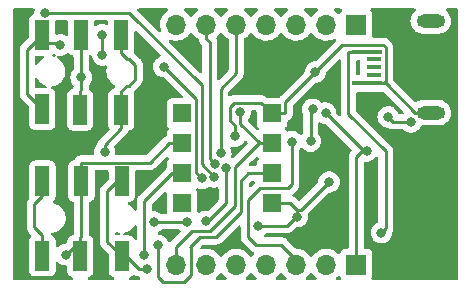
<source format=gbr>
%TF.GenerationSoftware,KiCad,Pcbnew,(6.0.1-0)*%
%TF.CreationDate,2022-05-02T12:36:28+02:00*%
%TF.ProjectId,SAMD_QTPY_MIDI,53414d44-5f51-4545-9059-5f4d4944492e,1*%
%TF.SameCoordinates,Original*%
%TF.FileFunction,Copper,L2,Bot*%
%TF.FilePolarity,Positive*%
%FSLAX46Y46*%
G04 Gerber Fmt 4.6, Leading zero omitted, Abs format (unit mm)*
G04 Created by KiCad (PCBNEW (6.0.1-0)) date 2022-05-02 12:36:28*
%MOMM*%
%LPD*%
G01*
G04 APERTURE LIST*
%TA.AperFunction,ComponentPad*%
%ADD10R,1.700000X1.700000*%
%TD*%
%TA.AperFunction,ComponentPad*%
%ADD11O,1.700000X1.700000*%
%TD*%
%TA.AperFunction,SMDPad,CuDef*%
%ADD12R,2.500000X0.450000*%
%TD*%
%TA.AperFunction,SMDPad,CuDef*%
%ADD13R,1.300000X0.450000*%
%TD*%
%TA.AperFunction,ComponentPad*%
%ADD14O,2.400000X1.150000*%
%TD*%
%TA.AperFunction,SMDPad,CuDef*%
%ADD15R,1.200000X2.500000*%
%TD*%
%TA.AperFunction,SMDPad,CuDef*%
%ADD16R,1.600000X1.600000*%
%TD*%
%TA.AperFunction,ViaPad*%
%ADD17C,0.800000*%
%TD*%
%TA.AperFunction,Conductor*%
%ADD18C,0.250000*%
%TD*%
G04 APERTURE END LIST*
D10*
%TO.P,J4,1,Pin_1*%
%TO.N,VCC*%
X148590000Y-37465000D03*
D11*
%TO.P,J4,2,Pin_2*%
%TO.N,GND*%
X146050000Y-37465000D03*
%TO.P,J4,3,Pin_3*%
%TO.N,3V3*%
X143510000Y-37465000D03*
%TO.P,J4,4,Pin_4*%
%TO.N,/MOSI*%
X140970000Y-37465000D03*
%TO.P,J4,5,Pin_5*%
%TO.N,/MISO*%
X138430000Y-37465000D03*
%TO.P,J4,6,Pin_6*%
%TO.N,/SCK*%
X135890000Y-37465000D03*
%TO.P,J4,7,Pin_7*%
%TO.N,RX*%
X133350000Y-37465000D03*
%TD*%
D10*
%TO.P,J3,1,Pin_1*%
%TO.N,/A0*%
X148590000Y-17145000D03*
D11*
%TO.P,J3,2,Pin_2*%
%TO.N,/A1*%
X146050000Y-17145000D03*
%TO.P,J3,3,Pin_3*%
%TO.N,/A2*%
X143510000Y-17145000D03*
%TO.P,J3,4,Pin_4*%
%TO.N,/A3*%
X140970000Y-17145000D03*
%TO.P,J3,5,Pin_5*%
%TO.N,SDA*%
X138430000Y-17145000D03*
%TO.P,J3,6,Pin_6*%
%TO.N,SCL*%
X135890000Y-17145000D03*
%TO.P,J3,7,Pin_7*%
%TO.N,TX*%
X133350000Y-17145000D03*
%TD*%
D12*
%TO.P,J1,1,VBUS*%
%TO.N,Net-(J1-Pad1)*%
X149500000Y-19420000D03*
D13*
%TO.P,J1,2,D-*%
%TO.N,unconnected-(J1-Pad2)*%
X150100000Y-20070000D03*
%TO.P,J1,3,D+*%
%TO.N,unconnected-(J1-Pad3)*%
X150100000Y-20720000D03*
%TO.P,J1,4,ID*%
%TO.N,unconnected-(J1-Pad4)*%
X150100000Y-21370000D03*
D12*
%TO.P,J1,5,GND*%
%TO.N,GND*%
X149500000Y-22120000D03*
D14*
%TO.P,J1,6,Shield*%
X154900000Y-16820000D03*
X154900000Y-24595000D03*
%TD*%
D15*
%TO.P,J7,R*%
%TO.N,Net-(D3-Pad2)*%
X125230000Y-36750000D03*
X125330000Y-30400000D03*
%TO.P,J7,S*%
%TO.N,unconnected-(J7-PadS)*%
X122030000Y-36700000D03*
X122030000Y-30400000D03*
%TO.P,J7,T*%
%TO.N,Net-(J7-PadT)*%
X128730000Y-30400000D03*
X128730000Y-36750000D03*
%TD*%
D16*
%TO.P,U6,1,NC*%
%TO.N,unconnected-(U6-Pad1)*%
X133840000Y-32285000D03*
%TO.P,U6,2,C1*%
%TO.N,Net-(D3-Pad1)*%
X133840000Y-29745000D03*
%TO.P,U6,3,C2*%
%TO.N,Net-(D3-Pad2)*%
X133840000Y-27205000D03*
%TO.P,U6,4,NC*%
%TO.N,unconnected-(U6-Pad4)*%
X133840000Y-24665000D03*
%TO.P,U6,5,GND*%
%TO.N,GND*%
X141460000Y-24665000D03*
%TO.P,U6,6,VO2*%
%TO.N,RX*%
X141460000Y-27205000D03*
%TO.P,U6,7,VO1*%
%TO.N,Net-(R7-Pad1)*%
X141460000Y-29745000D03*
%TO.P,U6,8,VCC*%
%TO.N,VBUS*%
X141460000Y-32285000D03*
%TD*%
D15*
%TO.P,J6,R*%
%TO.N,Net-(R6-Pad2)*%
X125200000Y-24350000D03*
X125300000Y-18000000D03*
%TO.P,J6,S*%
%TO.N,GND*%
X122000000Y-18000000D03*
X122000000Y-24300000D03*
%TO.P,J6,T*%
%TO.N,Net-(J6-PadT)*%
X128700000Y-18000000D03*
X128700000Y-24350000D03*
%TD*%
D17*
%TO.N,VBUS*%
X140300000Y-34175000D03*
X131475000Y-33850000D03*
X134300000Y-33875000D03*
%TO.N,GND*%
X138315750Y-26584250D03*
%TO.N,Net-(Q1-Pad1)*%
X144725000Y-27000000D03*
X144900000Y-24325000D03*
%TO.N,Net-(R2-Pad2)*%
X151300000Y-24950000D03*
X153225000Y-25375000D03*
%TO.N,3V3*%
X143150000Y-27050000D03*
%TO.N,/SCK*%
X137575000Y-29275000D03*
X135850000Y-33800000D03*
%TO.N,Net-(R7-Pad1)*%
X131825000Y-35825000D03*
%TO.N,3V3*%
X127100000Y-19700000D03*
X127075000Y-18000000D03*
%TO.N,Net-(R6-Pad2)*%
X125300000Y-21615800D03*
%TO.N,Net-(J1-Pad1)*%
X150725000Y-34750000D03*
%TO.N,Net-(J7-PadT)*%
X130854900Y-37824500D03*
%TO.N,Net-(J6-PadT)*%
X127294500Y-27925500D03*
%TO.N,RX*%
X138775000Y-24550000D03*
%TO.N,Net-(SW2-Pad2)*%
X122249300Y-16147500D03*
X136550000Y-30025000D03*
%TO.N,Net-(D3-Pad2)*%
X124009600Y-36608900D03*
%TO.N,Net-(D3-Pad1)*%
X130663700Y-36687500D03*
%TO.N,SDA*%
X137125000Y-28050000D03*
%TO.N,SCL*%
X136625000Y-28950000D03*
%TO.N,NEOPIX*%
X135527800Y-30154900D03*
X132319400Y-20696700D03*
%TO.N,VCC*%
X149484100Y-27826100D03*
X146005100Y-24638700D03*
%TO.N,VBUS*%
X143580500Y-33390600D03*
X146286500Y-30457100D03*
%TO.N,GND*%
X145140900Y-21150400D03*
X123550000Y-18860700D03*
%TD*%
D18*
%TO.N,SDA*%
X138430000Y-17145000D02*
X138430000Y-21270000D01*
X138430000Y-21270000D02*
X137125000Y-22575000D01*
X137125000Y-22575000D02*
X137125000Y-28050000D01*
%TO.N,VBUS*%
X143580500Y-33390600D02*
X143509400Y-33390600D01*
X143509400Y-33390600D02*
X142725000Y-34175000D01*
X142725000Y-34175000D02*
X140300000Y-34175000D01*
%TO.N,GND*%
X154900000Y-24595000D02*
X153550300Y-24595000D01*
X153550300Y-24595000D02*
X151075300Y-22120000D01*
X151075300Y-22120000D02*
X150862900Y-22120000D01*
%TO.N,RX*%
X138775000Y-24550000D02*
X138775000Y-25575000D01*
X138775000Y-25575000D02*
X140405000Y-27205000D01*
X140405000Y-27205000D02*
X141460000Y-27205000D01*
%TO.N,Net-(D3-Pad1)*%
X133840000Y-29745000D02*
X132980000Y-29745000D01*
X132980000Y-29745000D02*
X130663700Y-32061300D01*
X130663700Y-32061300D02*
X130663700Y-36687500D01*
%TO.N,GND*%
X122000000Y-18000000D02*
X120725000Y-19275000D01*
X120725000Y-19275000D02*
X120725000Y-23025000D01*
X120725000Y-23025000D02*
X122000000Y-24300000D01*
%TO.N,Net-(J7-PadT)*%
X128730000Y-30400000D02*
X128375000Y-30400000D01*
X128375000Y-30400000D02*
X127525000Y-31250000D01*
X127525000Y-31250000D02*
X127525000Y-35545000D01*
X127525000Y-35545000D02*
X128730000Y-36750000D01*
%TO.N,unconnected-(J7-PadS)*%
X122030000Y-30400000D02*
X122030000Y-31645000D01*
X122030000Y-31645000D02*
X121350000Y-32325000D01*
X121350000Y-32325000D02*
X121350000Y-34300000D01*
X121350000Y-34300000D02*
X122030000Y-34980000D01*
X122030000Y-34980000D02*
X122030000Y-36700000D01*
%TO.N,Net-(J6-PadT)*%
X128700000Y-18000000D02*
X128700000Y-19575300D01*
X128700000Y-19575300D02*
X129171300Y-20046600D01*
X129171300Y-20046600D02*
X129396600Y-20046600D01*
X128700000Y-22774700D02*
X128700000Y-24350000D01*
X129396600Y-20046600D02*
X129875000Y-20525000D01*
X129171300Y-22303400D02*
X128700000Y-22774700D01*
X129875000Y-20525000D02*
X129875000Y-21750000D01*
X129875000Y-21750000D02*
X129321600Y-22303400D01*
X129321600Y-22303400D02*
X129171300Y-22303400D01*
%TO.N,3V3*%
X143150000Y-27050000D02*
X143150000Y-30675000D01*
X143150000Y-30675000D02*
X142825000Y-31000000D01*
X142825000Y-31000000D02*
X140475000Y-31000000D01*
X143510000Y-37035000D02*
X143510000Y-37465000D01*
X140475000Y-31000000D02*
X139450000Y-32025000D01*
X139450000Y-32025000D02*
X139450000Y-35150000D01*
X139450000Y-35150000D02*
X140075000Y-35775000D01*
X140075000Y-35775000D02*
X142250000Y-35775000D01*
X142250000Y-35775000D02*
X143510000Y-37035000D01*
%TO.N,VBUS*%
X131475000Y-33850000D02*
X134275000Y-33850000D01*
X134275000Y-33850000D02*
X134300000Y-33875000D01*
%TO.N,GND*%
X138315750Y-26584250D02*
X138315750Y-25690750D01*
X138315750Y-25690750D02*
X137875000Y-25250000D01*
X140545000Y-23750000D02*
X141460000Y-24665000D01*
X137875000Y-25250000D02*
X137875000Y-24100000D01*
X137875000Y-24100000D02*
X138225000Y-23750000D01*
X138225000Y-23750000D02*
X140545000Y-23750000D01*
%TO.N,Net-(Q1-Pad1)*%
X144900000Y-24325000D02*
X144725000Y-24500000D01*
X144725000Y-24500000D02*
X144725000Y-27000000D01*
%TO.N,Net-(R2-Pad2)*%
X151725000Y-25375000D02*
X151300000Y-24950000D01*
X153225000Y-25375000D02*
X151725000Y-25375000D01*
%TO.N,SDA*%
X137125000Y-28050000D02*
X137125000Y-27528700D01*
%TO.N,RX*%
X141460000Y-27205000D02*
X140334700Y-27205000D01*
X140334700Y-27205000D02*
X138310500Y-29229200D01*
X134700000Y-34625000D02*
X133350000Y-35975000D01*
X138310500Y-29229200D02*
X138310500Y-32539500D01*
X138310500Y-32539500D02*
X136225000Y-34625000D01*
X136225000Y-34625000D02*
X134700000Y-34625000D01*
X133350000Y-35975000D02*
X133350000Y-37465000D01*
%TO.N,/SCK*%
X137575000Y-29275000D02*
X137575000Y-32275000D01*
X135850000Y-33950000D02*
X135850000Y-33800000D01*
X135875000Y-33975000D02*
X135850000Y-33950000D01*
X137575000Y-32275000D02*
X135875000Y-33975000D01*
%TO.N,SCL*%
X135890000Y-17145000D02*
X135890000Y-18320300D01*
X135890000Y-18320300D02*
X136181800Y-18612100D01*
X136181800Y-28506800D02*
X136625000Y-28950000D01*
X136181800Y-18612100D02*
X136181800Y-28506800D01*
%TO.N,Net-(SW2-Pad2)*%
X122249300Y-16147500D02*
X129372500Y-16147500D01*
X129372500Y-16147500D02*
X135506500Y-22281500D01*
X135506500Y-22281500D02*
X135506500Y-28981500D01*
X135506500Y-28981500D02*
X136550000Y-30025000D01*
%TO.N,Net-(R7-Pad1)*%
X141460000Y-29745000D02*
X139455000Y-29745000D01*
X139455000Y-29745000D02*
X138850000Y-30350000D01*
X134525000Y-35950000D02*
X134600000Y-36025000D01*
X138850000Y-30350000D02*
X138850000Y-33025000D01*
X134600000Y-36025000D02*
X134600000Y-38300000D01*
X138850000Y-33025000D02*
X136750000Y-35125000D01*
X136750000Y-35125000D02*
X135350000Y-35125000D01*
X135350000Y-35125000D02*
X134525000Y-35950000D01*
X134600000Y-38300000D02*
X134000000Y-38900000D01*
X134000000Y-38900000D02*
X132225000Y-38900000D01*
X132225000Y-38900000D02*
X131825000Y-38500000D01*
X131825000Y-38500000D02*
X131825000Y-35825000D01*
%TO.N,Net-(J1-Pad1)*%
X150725000Y-34750000D02*
X151080600Y-34394400D01*
X151080600Y-34394400D02*
X151080600Y-27882000D01*
X151080600Y-27882000D02*
X147924700Y-24726100D01*
X147924700Y-24726100D02*
X147924700Y-19420000D01*
X147924700Y-19420000D02*
X149500000Y-19420000D01*
%TO.N,3V3*%
X127075000Y-18000000D02*
X127075000Y-19675000D01*
X127075000Y-19675000D02*
X127100000Y-19700000D01*
%TO.N,Net-(R6-Pad2)*%
X125200000Y-24350000D02*
X125200000Y-22774700D01*
X125300000Y-18000000D02*
X125300000Y-21615800D01*
X125300000Y-22674700D02*
X125200000Y-22774700D01*
X125300000Y-21615800D02*
X125300000Y-22674700D01*
%TO.N,Net-(J7-PadT)*%
X128730000Y-36750000D02*
X128730000Y-36364600D01*
X130189900Y-37824500D02*
X128730000Y-36364600D01*
X130854900Y-37824500D02*
X130189900Y-37824500D01*
%TO.N,Net-(J6-PadT)*%
X127294500Y-27330800D02*
X127294500Y-27925500D01*
X128700000Y-25925300D02*
X127294500Y-27330800D01*
X128700000Y-25137600D02*
X128700000Y-25925300D01*
X128700000Y-25137600D02*
X128700000Y-24350000D01*
%TO.N,Net-(D3-Pad2)*%
X125330000Y-35074700D02*
X125330000Y-30400000D01*
X125230000Y-35174700D02*
X125330000Y-35074700D01*
X125230000Y-36750000D02*
X125230000Y-35962300D01*
X125230000Y-35962300D02*
X125230000Y-35174700D01*
X124656200Y-35962300D02*
X124009600Y-36608900D01*
X125230000Y-35962300D02*
X124656200Y-35962300D01*
X131095000Y-28824700D02*
X125330000Y-28824700D01*
X132714700Y-27205000D02*
X131095000Y-28824700D01*
X133840000Y-27205000D02*
X132714700Y-27205000D01*
X125330000Y-30400000D02*
X125330000Y-28824700D01*
%TO.N,NEOPIX*%
X135056100Y-23433400D02*
X132319400Y-20696700D01*
X135056100Y-29683200D02*
X135056100Y-23433400D01*
X135527800Y-30154900D02*
X135056100Y-29683200D01*
%TO.N,VCC*%
X149158000Y-27791600D02*
X146005100Y-24638700D01*
X148590000Y-28359600D02*
X149158000Y-27791600D01*
X148590000Y-37465000D02*
X148590000Y-28359600D01*
X149449600Y-27791600D02*
X149484100Y-27826100D01*
X149158000Y-27791600D02*
X149449600Y-27791600D01*
%TO.N,VBUS*%
X141460000Y-32285000D02*
X143027700Y-32285000D01*
X143580500Y-32837800D02*
X143580500Y-33390600D01*
X143027700Y-32285000D02*
X143580500Y-32837800D01*
X143905800Y-32837800D02*
X146286500Y-30457100D01*
X143580500Y-32837800D02*
X143905800Y-32837800D01*
%TO.N,GND*%
X122000000Y-24300000D02*
X122000000Y-23819100D01*
X122000000Y-18000000D02*
X122000000Y-18675000D01*
X150287700Y-22120000D02*
X150650500Y-22120000D01*
X149500000Y-22120000D02*
X150287700Y-22120000D01*
X150650500Y-22120000D02*
X150862900Y-22120000D01*
X141460000Y-24665000D02*
X142585300Y-24665000D01*
X142585300Y-23706000D02*
X145140900Y-21150400D01*
X142585300Y-24665000D02*
X142585300Y-23706000D01*
X151075400Y-21907500D02*
X150862900Y-22120000D01*
X151075400Y-19052400D02*
X151075400Y-21907500D01*
X150892600Y-18869600D02*
X151075400Y-19052400D01*
X147421700Y-18869600D02*
X150892600Y-18869600D01*
X145140900Y-21150400D02*
X147421700Y-18869600D01*
X123364300Y-18675000D02*
X123550000Y-18860700D01*
X122000000Y-18675000D02*
X123364300Y-18675000D01*
%TD*%
%TA.AperFunction,NonConductor*%
G36*
X147323180Y-15778002D02*
G01*
X147369673Y-15831658D01*
X147379777Y-15901932D01*
X147355886Y-15959564D01*
X147289385Y-16048295D01*
X147286233Y-16056703D01*
X147244919Y-16166907D01*
X147202277Y-16223671D01*
X147135716Y-16248371D01*
X147066367Y-16233163D01*
X147033743Y-16207476D01*
X146983151Y-16151875D01*
X146983142Y-16151866D01*
X146979670Y-16148051D01*
X146975619Y-16144852D01*
X146975615Y-16144848D01*
X146808414Y-16012800D01*
X146808410Y-16012798D01*
X146804359Y-16009598D01*
X146776661Y-15994308D01*
X146726692Y-15943876D01*
X146711920Y-15874433D01*
X146737036Y-15808028D01*
X146794067Y-15765743D01*
X146837556Y-15758000D01*
X147255059Y-15758000D01*
X147323180Y-15778002D01*
G37*
%TD.AperFunction*%
%TA.AperFunction,NonConductor*%
G36*
X142786789Y-15778002D02*
G01*
X142833282Y-15831658D01*
X142843386Y-15901932D01*
X142813892Y-15966512D01*
X142786581Y-15989959D01*
X142783607Y-15991507D01*
X142779471Y-15994612D01*
X142779470Y-15994613D01*
X142620881Y-16113685D01*
X142604965Y-16125635D01*
X142565525Y-16166907D01*
X142511280Y-16223671D01*
X142450629Y-16287138D01*
X142343201Y-16444621D01*
X142288293Y-16489621D01*
X142217768Y-16497792D01*
X142154021Y-16466538D01*
X142133324Y-16442054D01*
X142052822Y-16317617D01*
X142052820Y-16317614D01*
X142050014Y-16313277D01*
X141899670Y-16148051D01*
X141895619Y-16144852D01*
X141895615Y-16144848D01*
X141728414Y-16012800D01*
X141728410Y-16012798D01*
X141724359Y-16009598D01*
X141696661Y-15994308D01*
X141646692Y-15943876D01*
X141631920Y-15874433D01*
X141657036Y-15808028D01*
X141714067Y-15765743D01*
X141757556Y-15758000D01*
X142718668Y-15758000D01*
X142786789Y-15778002D01*
G37*
%TD.AperFunction*%
%TA.AperFunction,NonConductor*%
G36*
X137706789Y-15778002D02*
G01*
X137753282Y-15831658D01*
X137763386Y-15901932D01*
X137733892Y-15966512D01*
X137706581Y-15989959D01*
X137703607Y-15991507D01*
X137699471Y-15994612D01*
X137699470Y-15994613D01*
X137540881Y-16113685D01*
X137524965Y-16125635D01*
X137485525Y-16166907D01*
X137431280Y-16223671D01*
X137370629Y-16287138D01*
X137263201Y-16444621D01*
X137208293Y-16489621D01*
X137137768Y-16497792D01*
X137074021Y-16466538D01*
X137053324Y-16442054D01*
X136972822Y-16317617D01*
X136972820Y-16317614D01*
X136970014Y-16313277D01*
X136819670Y-16148051D01*
X136815619Y-16144852D01*
X136815615Y-16144848D01*
X136648414Y-16012800D01*
X136648410Y-16012798D01*
X136644359Y-16009598D01*
X136616661Y-15994308D01*
X136566692Y-15943876D01*
X136551920Y-15874433D01*
X136577036Y-15808028D01*
X136634067Y-15765743D01*
X136677556Y-15758000D01*
X137638668Y-15758000D01*
X137706789Y-15778002D01*
G37*
%TD.AperFunction*%
%TA.AperFunction,NonConductor*%
G36*
X145326789Y-15778002D02*
G01*
X145373282Y-15831658D01*
X145383386Y-15901932D01*
X145353892Y-15966512D01*
X145326581Y-15989959D01*
X145323607Y-15991507D01*
X145319471Y-15994612D01*
X145319470Y-15994613D01*
X145160881Y-16113685D01*
X145144965Y-16125635D01*
X145105525Y-16166907D01*
X145051280Y-16223671D01*
X144990629Y-16287138D01*
X144883201Y-16444621D01*
X144828293Y-16489621D01*
X144757768Y-16497792D01*
X144694021Y-16466538D01*
X144673324Y-16442054D01*
X144592822Y-16317617D01*
X144592820Y-16317614D01*
X144590014Y-16313277D01*
X144439670Y-16148051D01*
X144435619Y-16144852D01*
X144435615Y-16144848D01*
X144268414Y-16012800D01*
X144268410Y-16012798D01*
X144264359Y-16009598D01*
X144236661Y-15994308D01*
X144186692Y-15943876D01*
X144171920Y-15874433D01*
X144197036Y-15808028D01*
X144254067Y-15765743D01*
X144297556Y-15758000D01*
X145258668Y-15758000D01*
X145326789Y-15778002D01*
G37*
%TD.AperFunction*%
%TA.AperFunction,NonConductor*%
G36*
X140246789Y-15778002D02*
G01*
X140293282Y-15831658D01*
X140303386Y-15901932D01*
X140273892Y-15966512D01*
X140246581Y-15989959D01*
X140243607Y-15991507D01*
X140239471Y-15994612D01*
X140239470Y-15994613D01*
X140080881Y-16113685D01*
X140064965Y-16125635D01*
X140025525Y-16166907D01*
X139971280Y-16223671D01*
X139910629Y-16287138D01*
X139803201Y-16444621D01*
X139748293Y-16489621D01*
X139677768Y-16497792D01*
X139614021Y-16466538D01*
X139593324Y-16442054D01*
X139512822Y-16317617D01*
X139512820Y-16317614D01*
X139510014Y-16313277D01*
X139359670Y-16148051D01*
X139355619Y-16144852D01*
X139355615Y-16144848D01*
X139188414Y-16012800D01*
X139188410Y-16012798D01*
X139184359Y-16009598D01*
X139156661Y-15994308D01*
X139106692Y-15943876D01*
X139091920Y-15874433D01*
X139117036Y-15808028D01*
X139174067Y-15765743D01*
X139217556Y-15758000D01*
X140178668Y-15758000D01*
X140246789Y-15778002D01*
G37*
%TD.AperFunction*%
%TA.AperFunction,NonConductor*%
G36*
X135166789Y-15778002D02*
G01*
X135213282Y-15831658D01*
X135223386Y-15901932D01*
X135193892Y-15966512D01*
X135166581Y-15989959D01*
X135163607Y-15991507D01*
X135159471Y-15994612D01*
X135159470Y-15994613D01*
X135000881Y-16113685D01*
X134984965Y-16125635D01*
X134945525Y-16166907D01*
X134891280Y-16223671D01*
X134830629Y-16287138D01*
X134723201Y-16444621D01*
X134668293Y-16489621D01*
X134597768Y-16497792D01*
X134534021Y-16466538D01*
X134513324Y-16442054D01*
X134432822Y-16317617D01*
X134432820Y-16317614D01*
X134430014Y-16313277D01*
X134279670Y-16148051D01*
X134275619Y-16144852D01*
X134275615Y-16144848D01*
X134108414Y-16012800D01*
X134108410Y-16012798D01*
X134104359Y-16009598D01*
X134076661Y-15994308D01*
X134026692Y-15943876D01*
X134011920Y-15874433D01*
X134037036Y-15808028D01*
X134094067Y-15765743D01*
X134137556Y-15758000D01*
X135098668Y-15758000D01*
X135166789Y-15778002D01*
G37*
%TD.AperFunction*%
%TA.AperFunction,NonConductor*%
G36*
X127533621Y-16801002D02*
G01*
X127580114Y-16854658D01*
X127591500Y-16907000D01*
X127591500Y-17041460D01*
X127571498Y-17109581D01*
X127517842Y-17156074D01*
X127447568Y-17166178D01*
X127414252Y-17156567D01*
X127363323Y-17133892D01*
X127363315Y-17133889D01*
X127357288Y-17131206D01*
X127241348Y-17106562D01*
X127176944Y-17092872D01*
X127176939Y-17092872D01*
X127170487Y-17091500D01*
X126979513Y-17091500D01*
X126973061Y-17092872D01*
X126973056Y-17092872D01*
X126908652Y-17106562D01*
X126792712Y-17131206D01*
X126786682Y-17133891D01*
X126786681Y-17133891D01*
X126624278Y-17206197D01*
X126624276Y-17206198D01*
X126618248Y-17208882D01*
X126612907Y-17212762D01*
X126612906Y-17212763D01*
X126608561Y-17215920D01*
X126541693Y-17239779D01*
X126472542Y-17223698D01*
X126423061Y-17172784D01*
X126408500Y-17113984D01*
X126408500Y-16907000D01*
X126428502Y-16838879D01*
X126482158Y-16792386D01*
X126534500Y-16781000D01*
X127465500Y-16781000D01*
X127533621Y-16801002D01*
G37*
%TD.AperFunction*%
%TA.AperFunction,NonConductor*%
G36*
X132626789Y-15778002D02*
G01*
X132673282Y-15831658D01*
X132683386Y-15901932D01*
X132653892Y-15966512D01*
X132626581Y-15989959D01*
X132623607Y-15991507D01*
X132619471Y-15994612D01*
X132619470Y-15994613D01*
X132460881Y-16113685D01*
X132444965Y-16125635D01*
X132405525Y-16166907D01*
X132351280Y-16223671D01*
X132290629Y-16287138D01*
X132287720Y-16291403D01*
X132287714Y-16291411D01*
X132275404Y-16309457D01*
X132164743Y-16471680D01*
X132150068Y-16503295D01*
X132076952Y-16660811D01*
X132070688Y-16674305D01*
X132010989Y-16889570D01*
X131987251Y-17111695D01*
X131987548Y-17116848D01*
X131987548Y-17116851D01*
X131999327Y-17321134D01*
X132000110Y-17334715D01*
X132001247Y-17339761D01*
X132001248Y-17339767D01*
X132006387Y-17362568D01*
X132049222Y-17552639D01*
X132071787Y-17608209D01*
X132072016Y-17608774D01*
X132079112Y-17679415D01*
X132046890Y-17742678D01*
X131985580Y-17778479D01*
X131914648Y-17775449D01*
X131866178Y-17745273D01*
X130094000Y-15973095D01*
X130059974Y-15910783D01*
X130065039Y-15839968D01*
X130107586Y-15783132D01*
X130174106Y-15758321D01*
X130183095Y-15758000D01*
X132558668Y-15758000D01*
X132626789Y-15778002D01*
G37*
%TD.AperFunction*%
%TA.AperFunction,NonConductor*%
G36*
X124133621Y-16801002D02*
G01*
X124180114Y-16854658D01*
X124191500Y-16907000D01*
X124191500Y-17958805D01*
X124171498Y-18026926D01*
X124117842Y-18073419D01*
X124047568Y-18083523D01*
X124006824Y-18069420D01*
X124006752Y-18069582D01*
X124000724Y-18066898D01*
X124000722Y-18066897D01*
X123838319Y-17994591D01*
X123838318Y-17994591D01*
X123832288Y-17991906D01*
X123738887Y-17972053D01*
X123651944Y-17953572D01*
X123651939Y-17953572D01*
X123645487Y-17952200D01*
X123454513Y-17952200D01*
X123448061Y-17953572D01*
X123448056Y-17953572D01*
X123293373Y-17986452D01*
X123267712Y-17991906D01*
X123267507Y-17990942D01*
X123202464Y-17992797D01*
X123141667Y-17956132D01*
X123110345Y-17892419D01*
X123108500Y-17870938D01*
X123108500Y-16907000D01*
X123128502Y-16838879D01*
X123182158Y-16792386D01*
X123234500Y-16781000D01*
X124065500Y-16781000D01*
X124133621Y-16801002D01*
G37*
%TD.AperFunction*%
%TA.AperFunction,NonConductor*%
G36*
X123062596Y-19630845D02*
G01*
X123076347Y-19639539D01*
X123090139Y-19649560D01*
X123133492Y-19705783D01*
X123139566Y-19776519D01*
X123106432Y-19839310D01*
X123044612Y-19874220D01*
X122990526Y-19874876D01*
X122969243Y-19870469D01*
X122906595Y-19837069D01*
X122871948Y-19775100D01*
X122876305Y-19704237D01*
X122919219Y-19646269D01*
X122920980Y-19644949D01*
X122926711Y-19640654D01*
X122993211Y-19615800D01*
X123062596Y-19630845D01*
G37*
%TD.AperFunction*%
%TA.AperFunction,NonConductor*%
G36*
X122100329Y-19778502D02*
G01*
X122146822Y-19832158D01*
X122156926Y-19902432D01*
X122127432Y-19967012D01*
X122086454Y-19998225D01*
X122056782Y-20012378D01*
X121874346Y-20143471D01*
X121814725Y-20204995D01*
X121737882Y-20284291D01*
X121718008Y-20304799D01*
X121694545Y-20339716D01*
X121602667Y-20476445D01*
X121592710Y-20491262D01*
X121592240Y-20490946D01*
X121544567Y-20538346D01*
X121475150Y-20553238D01*
X121408701Y-20528236D01*
X121366318Y-20471278D01*
X121358500Y-20427585D01*
X121358500Y-19884500D01*
X121378502Y-19816379D01*
X121432158Y-19769886D01*
X121484500Y-19758500D01*
X122032208Y-19758500D01*
X122100329Y-19778502D01*
G37*
%TD.AperFunction*%
%TA.AperFunction,NonConductor*%
G36*
X134702026Y-17820144D02*
G01*
X134729875Y-17851994D01*
X134789987Y-17950088D01*
X134936250Y-18118938D01*
X135108126Y-18261632D01*
X135112589Y-18264240D01*
X135112592Y-18264242D01*
X135139082Y-18279721D01*
X135196902Y-18313508D01*
X135245625Y-18365145D01*
X135255783Y-18404760D01*
X135257837Y-18404435D01*
X135259078Y-18412269D01*
X135259327Y-18420189D01*
X135264978Y-18439639D01*
X135268987Y-18459000D01*
X135271526Y-18479097D01*
X135274445Y-18486468D01*
X135274445Y-18486470D01*
X135287804Y-18520212D01*
X135291649Y-18531442D01*
X135303982Y-18573893D01*
X135308015Y-18580712D01*
X135308017Y-18580717D01*
X135314293Y-18591328D01*
X135322988Y-18609076D01*
X135330448Y-18627917D01*
X135335110Y-18634333D01*
X135335110Y-18634334D01*
X135356436Y-18663687D01*
X135362952Y-18673607D01*
X135385458Y-18711662D01*
X135399779Y-18725983D01*
X135412619Y-18741016D01*
X135424528Y-18757407D01*
X135448929Y-18777593D01*
X135458605Y-18785598D01*
X135467384Y-18793588D01*
X135511395Y-18837599D01*
X135545421Y-18899911D01*
X135548300Y-18926694D01*
X135548300Y-21123206D01*
X135528298Y-21191327D01*
X135474642Y-21237820D01*
X135404368Y-21247924D01*
X135339788Y-21218430D01*
X135333205Y-21212301D01*
X132748437Y-18627532D01*
X132714411Y-18565220D01*
X132719476Y-18494404D01*
X132762023Y-18437569D01*
X132828543Y-18412758D01*
X132882480Y-18420727D01*
X132969692Y-18454030D01*
X132974760Y-18455061D01*
X132974763Y-18455062D01*
X133082017Y-18476883D01*
X133188597Y-18498567D01*
X133193772Y-18498757D01*
X133193774Y-18498757D01*
X133406673Y-18506564D01*
X133406677Y-18506564D01*
X133411837Y-18506753D01*
X133416957Y-18506097D01*
X133416959Y-18506097D01*
X133628288Y-18479025D01*
X133628289Y-18479025D01*
X133633416Y-18478368D01*
X133638366Y-18476883D01*
X133842429Y-18415661D01*
X133842434Y-18415659D01*
X133847384Y-18414174D01*
X134047994Y-18315896D01*
X134229860Y-18186173D01*
X134234567Y-18181483D01*
X134348526Y-18067921D01*
X134388096Y-18028489D01*
X134414384Y-17991906D01*
X134518453Y-17847077D01*
X134519776Y-17848028D01*
X134566645Y-17804857D01*
X134636580Y-17792625D01*
X134702026Y-17820144D01*
G37*
%TD.AperFunction*%
%TA.AperFunction,NonConductor*%
G36*
X148883621Y-20173502D02*
G01*
X148930114Y-20227158D01*
X148941500Y-20279500D01*
X148941500Y-20343134D01*
X148941869Y-20346529D01*
X148941869Y-20346533D01*
X148945656Y-20381393D01*
X148945656Y-20408606D01*
X148941500Y-20446866D01*
X148941500Y-20993134D01*
X148941869Y-20996529D01*
X148941869Y-20996533D01*
X148945656Y-21031393D01*
X148945656Y-21058606D01*
X148941500Y-21096866D01*
X148941500Y-21260500D01*
X148921498Y-21328621D01*
X148867842Y-21375114D01*
X148815500Y-21386500D01*
X148684200Y-21386500D01*
X148616079Y-21366498D01*
X148569586Y-21312842D01*
X148558200Y-21260500D01*
X148558200Y-20279500D01*
X148578202Y-20211379D01*
X148631858Y-20164886D01*
X148684200Y-20153500D01*
X148815500Y-20153500D01*
X148883621Y-20173502D01*
G37*
%TD.AperFunction*%
%TA.AperFunction,NonConductor*%
G36*
X137242026Y-17820144D02*
G01*
X137269875Y-17851994D01*
X137329987Y-17950088D01*
X137476250Y-18118938D01*
X137648126Y-18261632D01*
X137730981Y-18310048D01*
X137734070Y-18311853D01*
X137782794Y-18363491D01*
X137796500Y-18420641D01*
X137796500Y-20955406D01*
X137776498Y-21023527D01*
X137759599Y-21044497D01*
X137030393Y-21773702D01*
X136968083Y-21807726D01*
X136897267Y-21802661D01*
X136840432Y-21760114D01*
X136815621Y-21693594D01*
X136815300Y-21684605D01*
X136815300Y-18690868D01*
X136815827Y-18679685D01*
X136817502Y-18672192D01*
X136817152Y-18661037D01*
X136815362Y-18604102D01*
X136815300Y-18600144D01*
X136815300Y-18572244D01*
X136814796Y-18568253D01*
X136813863Y-18556411D01*
X136813079Y-18531442D01*
X136812474Y-18512211D01*
X136810261Y-18504593D01*
X136806821Y-18492752D01*
X136802812Y-18473393D01*
X136802539Y-18471230D01*
X136800274Y-18453303D01*
X136797358Y-18445937D01*
X136797356Y-18445931D01*
X136784000Y-18412198D01*
X136780155Y-18400968D01*
X136770030Y-18366117D01*
X136770030Y-18366116D01*
X136767819Y-18358507D01*
X136761304Y-18347491D01*
X136757505Y-18341066D01*
X136748805Y-18323306D01*
X136746353Y-18317112D01*
X136739877Y-18246411D01*
X136774567Y-18181483D01*
X136924435Y-18032137D01*
X136928096Y-18028489D01*
X136954384Y-17991906D01*
X137058453Y-17847077D01*
X137059776Y-17848028D01*
X137106645Y-17804857D01*
X137176580Y-17792625D01*
X137242026Y-17820144D01*
G37*
%TD.AperFunction*%
%TA.AperFunction,NonConductor*%
G36*
X121567012Y-21668618D02*
G01*
X121596466Y-21706052D01*
X121633118Y-21777064D01*
X121769877Y-21955292D01*
X121936036Y-22106485D01*
X121940783Y-22109463D01*
X121940786Y-22109465D01*
X122072916Y-22192349D01*
X122126344Y-22225864D01*
X122236031Y-22269958D01*
X122307263Y-22298593D01*
X122363008Y-22342559D01*
X122386133Y-22409684D01*
X122369296Y-22478656D01*
X122317844Y-22527576D01*
X122260267Y-22541500D01*
X121484500Y-22541500D01*
X121416379Y-22521498D01*
X121369886Y-22467842D01*
X121358500Y-22415500D01*
X121358500Y-21763842D01*
X121378502Y-21695721D01*
X121432158Y-21649228D01*
X121502432Y-21639124D01*
X121567012Y-21668618D01*
G37*
%TD.AperFunction*%
%TA.AperFunction,NonConductor*%
G36*
X144862026Y-17820144D02*
G01*
X144889875Y-17851994D01*
X144949987Y-17950088D01*
X145096250Y-18118938D01*
X145268126Y-18261632D01*
X145461000Y-18374338D01*
X145465825Y-18376180D01*
X145465826Y-18376181D01*
X145495062Y-18387345D01*
X145669692Y-18454030D01*
X145674760Y-18455061D01*
X145674763Y-18455062D01*
X145782017Y-18476883D01*
X145888597Y-18498567D01*
X145893772Y-18498757D01*
X145893774Y-18498757D01*
X146106673Y-18506564D01*
X146106677Y-18506564D01*
X146111837Y-18506753D01*
X146116957Y-18506097D01*
X146116959Y-18506097D01*
X146328288Y-18479025D01*
X146328289Y-18479025D01*
X146333416Y-18478368D01*
X146338366Y-18476883D01*
X146542429Y-18415661D01*
X146542434Y-18415659D01*
X146547384Y-18414174D01*
X146718063Y-18330559D01*
X146788037Y-18318552D01*
X146853394Y-18346282D01*
X146893384Y-18404945D01*
X146895310Y-18475915D01*
X146862590Y-18532805D01*
X145190400Y-20204995D01*
X145128088Y-20239021D01*
X145101305Y-20241900D01*
X145045413Y-20241900D01*
X145038961Y-20243272D01*
X145038956Y-20243272D01*
X144952013Y-20261753D01*
X144858612Y-20281606D01*
X144852582Y-20284291D01*
X144852581Y-20284291D01*
X144690178Y-20356597D01*
X144690176Y-20356598D01*
X144684148Y-20359282D01*
X144678807Y-20363162D01*
X144678806Y-20363163D01*
X144646968Y-20386295D01*
X144529647Y-20471534D01*
X144525226Y-20476444D01*
X144525225Y-20476445D01*
X144434537Y-20577165D01*
X144401860Y-20613456D01*
X144306373Y-20778844D01*
X144247358Y-20960472D01*
X144234916Y-21078856D01*
X144229993Y-21125692D01*
X144202980Y-21191349D01*
X144193778Y-21201617D01*
X142193047Y-23202348D01*
X142184761Y-23209888D01*
X142178282Y-23214000D01*
X142172857Y-23219777D01*
X142131657Y-23263651D01*
X142128902Y-23266493D01*
X142109165Y-23286230D01*
X142106685Y-23289427D01*
X142098979Y-23298450D01*
X142081790Y-23316754D01*
X142020577Y-23352719D01*
X141989941Y-23356500D01*
X141101282Y-23356500D01*
X141033161Y-23336498D01*
X141015030Y-23322350D01*
X140987350Y-23296357D01*
X140984507Y-23293602D01*
X140964770Y-23273865D01*
X140961573Y-23271385D01*
X140952551Y-23263680D01*
X140952520Y-23263651D01*
X140920321Y-23233414D01*
X140913375Y-23229595D01*
X140913372Y-23229593D01*
X140902566Y-23223652D01*
X140886047Y-23212801D01*
X140880622Y-23208593D01*
X140870041Y-23200386D01*
X140862772Y-23197241D01*
X140862768Y-23197238D01*
X140829463Y-23182826D01*
X140818813Y-23177609D01*
X140780060Y-23156305D01*
X140770542Y-23153861D01*
X140760438Y-23151267D01*
X140741734Y-23144863D01*
X140730420Y-23139967D01*
X140730419Y-23139967D01*
X140723145Y-23136819D01*
X140715322Y-23135580D01*
X140715312Y-23135577D01*
X140679476Y-23129901D01*
X140667856Y-23127495D01*
X140632711Y-23118472D01*
X140632710Y-23118472D01*
X140625030Y-23116500D01*
X140604776Y-23116500D01*
X140585065Y-23114949D01*
X140572886Y-23113020D01*
X140565057Y-23111780D01*
X140535786Y-23114547D01*
X140521039Y-23115941D01*
X140509181Y-23116500D01*
X138303768Y-23116500D01*
X138292585Y-23115973D01*
X138285092Y-23114298D01*
X138277166Y-23114547D01*
X138277165Y-23114547D01*
X138217002Y-23116438D01*
X138213044Y-23116500D01*
X138185144Y-23116500D01*
X138181154Y-23117004D01*
X138169320Y-23117936D01*
X138125111Y-23119326D01*
X138117497Y-23121538D01*
X138117492Y-23121539D01*
X138105659Y-23124977D01*
X138086296Y-23128988D01*
X138066203Y-23131526D01*
X138058836Y-23134443D01*
X138058831Y-23134444D01*
X138025092Y-23147802D01*
X138013865Y-23151646D01*
X137971407Y-23163982D01*
X137964581Y-23168019D01*
X137953972Y-23174293D01*
X137936234Y-23182985D01*
X137930885Y-23185102D01*
X137860190Y-23191585D01*
X137797208Y-23158815D01*
X137761941Y-23097197D01*
X137758500Y-23067952D01*
X137758500Y-22889594D01*
X137778502Y-22821473D01*
X137795405Y-22800499D01*
X138822247Y-21773657D01*
X138830537Y-21766113D01*
X138837018Y-21762000D01*
X138883659Y-21712332D01*
X138886413Y-21709491D01*
X138906135Y-21689769D01*
X138908619Y-21686567D01*
X138916317Y-21677555D01*
X138941161Y-21651098D01*
X138946586Y-21645321D01*
X138956347Y-21627566D01*
X138967198Y-21611047D01*
X138979614Y-21595041D01*
X138989553Y-21572073D01*
X138997174Y-21554463D01*
X139002391Y-21543813D01*
X139023695Y-21505060D01*
X139028733Y-21485437D01*
X139035137Y-21466734D01*
X139040033Y-21455420D01*
X139040033Y-21455419D01*
X139043181Y-21448145D01*
X139044420Y-21440322D01*
X139044423Y-21440312D01*
X139050099Y-21404476D01*
X139052505Y-21392856D01*
X139061528Y-21357711D01*
X139061528Y-21357710D01*
X139063500Y-21350030D01*
X139063500Y-21329776D01*
X139065051Y-21310065D01*
X139066980Y-21297886D01*
X139068220Y-21290057D01*
X139064059Y-21246038D01*
X139063500Y-21234181D01*
X139063500Y-18425427D01*
X139083502Y-18357306D01*
X139124618Y-18317550D01*
X139127994Y-18315896D01*
X139309860Y-18186173D01*
X139314567Y-18181483D01*
X139428526Y-18067921D01*
X139468096Y-18028489D01*
X139494384Y-17991906D01*
X139598453Y-17847077D01*
X139599776Y-17848028D01*
X139646645Y-17804857D01*
X139716580Y-17792625D01*
X139782026Y-17820144D01*
X139809875Y-17851994D01*
X139869987Y-17950088D01*
X140016250Y-18118938D01*
X140188126Y-18261632D01*
X140381000Y-18374338D01*
X140385825Y-18376180D01*
X140385826Y-18376181D01*
X140415062Y-18387345D01*
X140589692Y-18454030D01*
X140594760Y-18455061D01*
X140594763Y-18455062D01*
X140702017Y-18476883D01*
X140808597Y-18498567D01*
X140813772Y-18498757D01*
X140813774Y-18498757D01*
X141026673Y-18506564D01*
X141026677Y-18506564D01*
X141031837Y-18506753D01*
X141036957Y-18506097D01*
X141036959Y-18506097D01*
X141248288Y-18479025D01*
X141248289Y-18479025D01*
X141253416Y-18478368D01*
X141258366Y-18476883D01*
X141462429Y-18415661D01*
X141462434Y-18415659D01*
X141467384Y-18414174D01*
X141667994Y-18315896D01*
X141849860Y-18186173D01*
X141854567Y-18181483D01*
X141968526Y-18067921D01*
X142008096Y-18028489D01*
X142034384Y-17991906D01*
X142138453Y-17847077D01*
X142139776Y-17848028D01*
X142186645Y-17804857D01*
X142256580Y-17792625D01*
X142322026Y-17820144D01*
X142349875Y-17851994D01*
X142409987Y-17950088D01*
X142556250Y-18118938D01*
X142728126Y-18261632D01*
X142921000Y-18374338D01*
X142925825Y-18376180D01*
X142925826Y-18376181D01*
X142955062Y-18387345D01*
X143129692Y-18454030D01*
X143134760Y-18455061D01*
X143134763Y-18455062D01*
X143242017Y-18476883D01*
X143348597Y-18498567D01*
X143353772Y-18498757D01*
X143353774Y-18498757D01*
X143566673Y-18506564D01*
X143566677Y-18506564D01*
X143571837Y-18506753D01*
X143576957Y-18506097D01*
X143576959Y-18506097D01*
X143788288Y-18479025D01*
X143788289Y-18479025D01*
X143793416Y-18478368D01*
X143798366Y-18476883D01*
X144002429Y-18415661D01*
X144002434Y-18415659D01*
X144007384Y-18414174D01*
X144207994Y-18315896D01*
X144389860Y-18186173D01*
X144394567Y-18181483D01*
X144508526Y-18067921D01*
X144548096Y-18028489D01*
X144574384Y-17991906D01*
X144678453Y-17847077D01*
X144679776Y-17848028D01*
X144726645Y-17804857D01*
X144796580Y-17792625D01*
X144862026Y-17820144D01*
G37*
%TD.AperFunction*%
%TA.AperFunction,NonConductor*%
G36*
X140093621Y-24403502D02*
G01*
X140140114Y-24457158D01*
X140151500Y-24509500D01*
X140151500Y-25513134D01*
X140158255Y-25575316D01*
X140209385Y-25711705D01*
X140296739Y-25828261D01*
X140304628Y-25834174D01*
X140305155Y-25834878D01*
X140310269Y-25839992D01*
X140309531Y-25840730D01*
X140347143Y-25891031D01*
X140352170Y-25961849D01*
X140318112Y-26024143D01*
X140304633Y-26035823D01*
X140296739Y-26041739D01*
X140296737Y-26041741D01*
X140295171Y-26039652D01*
X140244874Y-26067117D01*
X140174059Y-26062052D01*
X140128995Y-26033091D01*
X139814796Y-25718891D01*
X139445404Y-25349499D01*
X139411379Y-25287187D01*
X139408500Y-25260404D01*
X139408500Y-25252524D01*
X139428502Y-25184403D01*
X139440858Y-25168221D01*
X139514040Y-25086944D01*
X139609527Y-24921556D01*
X139668542Y-24739928D01*
X139676119Y-24667842D01*
X139687814Y-24556565D01*
X139688504Y-24550000D01*
X139687814Y-24543432D01*
X139685632Y-24522669D01*
X139698405Y-24452831D01*
X139746908Y-24400985D01*
X139810942Y-24383500D01*
X140025500Y-24383500D01*
X140093621Y-24403502D01*
G37*
%TD.AperFunction*%
%TA.AperFunction,NonConductor*%
G36*
X147209232Y-20082138D02*
G01*
X147266068Y-20124685D01*
X147290879Y-20191205D01*
X147291200Y-20200194D01*
X147291200Y-24647333D01*
X147290673Y-24658516D01*
X147288998Y-24666009D01*
X147289247Y-24673935D01*
X147289247Y-24673936D01*
X147290705Y-24720313D01*
X147272853Y-24789029D01*
X147220684Y-24837185D01*
X147150763Y-24849491D01*
X147085287Y-24822042D01*
X147075672Y-24813367D01*
X146952222Y-24689917D01*
X146918196Y-24627605D01*
X146916007Y-24613992D01*
X146899332Y-24455335D01*
X146899332Y-24455333D01*
X146898642Y-24448772D01*
X146839627Y-24267144D01*
X146744140Y-24101756D01*
X146731218Y-24087404D01*
X146620775Y-23964745D01*
X146620774Y-23964744D01*
X146616353Y-23959834D01*
X146461852Y-23847582D01*
X146455824Y-23844898D01*
X146455822Y-23844897D01*
X146293419Y-23772591D01*
X146293418Y-23772591D01*
X146287388Y-23769906D01*
X146170098Y-23744975D01*
X146107044Y-23731572D01*
X146107039Y-23731572D01*
X146100587Y-23730200D01*
X145909613Y-23730200D01*
X145903161Y-23731572D01*
X145903156Y-23731572D01*
X145729271Y-23768533D01*
X145722812Y-23769906D01*
X145721689Y-23770406D01*
X145652714Y-23772375D01*
X145591112Y-23734827D01*
X145511253Y-23646134D01*
X145356752Y-23533882D01*
X145350724Y-23531198D01*
X145350722Y-23531197D01*
X145188319Y-23458891D01*
X145188318Y-23458891D01*
X145182288Y-23456206D01*
X145088888Y-23436353D01*
X145001944Y-23417872D01*
X145001939Y-23417872D01*
X144995487Y-23416500D01*
X144804513Y-23416500D01*
X144798061Y-23417872D01*
X144798056Y-23417872D01*
X144711112Y-23436353D01*
X144617712Y-23456206D01*
X144611682Y-23458891D01*
X144611681Y-23458891D01*
X144449278Y-23531197D01*
X144449276Y-23531198D01*
X144443248Y-23533882D01*
X144288747Y-23646134D01*
X144284329Y-23651041D01*
X144284325Y-23651045D01*
X144178538Y-23768534D01*
X144160960Y-23788056D01*
X144065473Y-23953444D01*
X144006458Y-24135072D01*
X144005768Y-24141633D01*
X144005768Y-24141635D01*
X143995936Y-24235181D01*
X143986496Y-24325000D01*
X143987186Y-24331565D01*
X144000195Y-24455335D01*
X144006458Y-24514928D01*
X144065473Y-24696556D01*
X144074620Y-24712398D01*
X144091500Y-24775397D01*
X144091500Y-26297476D01*
X144071498Y-26365597D01*
X144059136Y-26381786D01*
X144008626Y-26437883D01*
X143948180Y-26475123D01*
X143877196Y-26473771D01*
X143821354Y-26437883D01*
X143765675Y-26376045D01*
X143765674Y-26376044D01*
X143761253Y-26371134D01*
X143606752Y-26258882D01*
X143600724Y-26256198D01*
X143600722Y-26256197D01*
X143438319Y-26183891D01*
X143438318Y-26183891D01*
X143432288Y-26181206D01*
X143324501Y-26158295D01*
X143251944Y-26142872D01*
X143251939Y-26142872D01*
X143245487Y-26141500D01*
X143054513Y-26141500D01*
X143048061Y-26142872D01*
X143048056Y-26142872D01*
X142909340Y-26172358D01*
X142867712Y-26181206D01*
X142861679Y-26183892D01*
X142861676Y-26183893D01*
X142854602Y-26187043D01*
X142784235Y-26196478D01*
X142719938Y-26166372D01*
X142702526Y-26147502D01*
X142628642Y-26048919D01*
X142623261Y-26041739D01*
X142615372Y-26035826D01*
X142614845Y-26035122D01*
X142609731Y-26030008D01*
X142610469Y-26029270D01*
X142572857Y-25978969D01*
X142567830Y-25908151D01*
X142601888Y-25845857D01*
X142615367Y-25834177D01*
X142623261Y-25828261D01*
X142710615Y-25711705D01*
X142761745Y-25575316D01*
X142768500Y-25513134D01*
X142768500Y-25363120D01*
X142788502Y-25294999D01*
X142842158Y-25248506D01*
X142844935Y-25247425D01*
X142849632Y-25245215D01*
X142857175Y-25242764D01*
X142863872Y-25238514D01*
X142864131Y-25238350D01*
X142885258Y-25227585D01*
X142885546Y-25227471D01*
X142885551Y-25227468D01*
X142892917Y-25224552D01*
X142899325Y-25219896D01*
X142899331Y-25219893D01*
X142938352Y-25191542D01*
X142944889Y-25187099D01*
X142992318Y-25157000D01*
X142997959Y-25150993D01*
X143015746Y-25135312D01*
X143015991Y-25135134D01*
X143015993Y-25135132D01*
X143022407Y-25130472D01*
X143033170Y-25117462D01*
X143058203Y-25087204D01*
X143063434Y-25081270D01*
X143096458Y-25046102D01*
X143096460Y-25046099D01*
X143101886Y-25040321D01*
X143105858Y-25033097D01*
X143119181Y-25013494D01*
X143119380Y-25013254D01*
X143119384Y-25013247D01*
X143124433Y-25007144D01*
X143143041Y-24967600D01*
X143148347Y-24956324D01*
X143151929Y-24949292D01*
X143178995Y-24900060D01*
X143180965Y-24892385D01*
X143180968Y-24892379D01*
X143181044Y-24892081D01*
X143189076Y-24869772D01*
X143189206Y-24869497D01*
X143189209Y-24869489D01*
X143192583Y-24862318D01*
X143203106Y-24807151D01*
X143204832Y-24799429D01*
X143207503Y-24789029D01*
X143218800Y-24745030D01*
X143218800Y-24736793D01*
X143221032Y-24713184D01*
X143221090Y-24712881D01*
X143221090Y-24712877D01*
X143222575Y-24705094D01*
X143219049Y-24649049D01*
X143218800Y-24641138D01*
X143218800Y-24020594D01*
X143238802Y-23952473D01*
X143255705Y-23931499D01*
X145091399Y-22095805D01*
X145153711Y-22061779D01*
X145180494Y-22058900D01*
X145236387Y-22058900D01*
X145242839Y-22057528D01*
X145242844Y-22057528D01*
X145351353Y-22034463D01*
X145423188Y-22019194D01*
X145499855Y-21985060D01*
X145591622Y-21944203D01*
X145591624Y-21944202D01*
X145597652Y-21941518D01*
X145626840Y-21920312D01*
X145713024Y-21857695D01*
X145752153Y-21829266D01*
X145756575Y-21824355D01*
X145875521Y-21692252D01*
X145875522Y-21692251D01*
X145879940Y-21687344D01*
X145950290Y-21565494D01*
X145972123Y-21527679D01*
X145972124Y-21527678D01*
X145975427Y-21521956D01*
X146034442Y-21340328D01*
X146035673Y-21328621D01*
X146051807Y-21175107D01*
X146078820Y-21109450D01*
X146088022Y-21099182D01*
X147076105Y-20111099D01*
X147138417Y-20077073D01*
X147209232Y-20082138D01*
G37*
%TD.AperFunction*%
%TA.AperFunction,NonConductor*%
G36*
X130017012Y-17688370D02*
G01*
X130023594Y-17694498D01*
X131008103Y-18679008D01*
X131990432Y-19661337D01*
X132024458Y-19723649D01*
X132019393Y-19794465D01*
X131976846Y-19851300D01*
X131952586Y-19865539D01*
X131868678Y-19902897D01*
X131868676Y-19902898D01*
X131862648Y-19905582D01*
X131708147Y-20017834D01*
X131703726Y-20022744D01*
X131703725Y-20022745D01*
X131591393Y-20147503D01*
X131580360Y-20159756D01*
X131535795Y-20236944D01*
X131508460Y-20284291D01*
X131484873Y-20325144D01*
X131425858Y-20506772D01*
X131425168Y-20513333D01*
X131425168Y-20513335D01*
X131419339Y-20568794D01*
X131405896Y-20696700D01*
X131406586Y-20703265D01*
X131421258Y-20842857D01*
X131425858Y-20886628D01*
X131484873Y-21068256D01*
X131488176Y-21073978D01*
X131488177Y-21073979D01*
X131501391Y-21096866D01*
X131580360Y-21233644D01*
X131584778Y-21238551D01*
X131584779Y-21238552D01*
X131678015Y-21342101D01*
X131708147Y-21375566D01*
X131731945Y-21392856D01*
X131846154Y-21475834D01*
X131862648Y-21487818D01*
X131868676Y-21490502D01*
X131868678Y-21490503D01*
X132031081Y-21562809D01*
X132037112Y-21565494D01*
X132130513Y-21585347D01*
X132217456Y-21603828D01*
X132217461Y-21603828D01*
X132223913Y-21605200D01*
X132279806Y-21605200D01*
X132347927Y-21625202D01*
X132368901Y-21642105D01*
X133868201Y-23141405D01*
X133902227Y-23203717D01*
X133897162Y-23274532D01*
X133854615Y-23331368D01*
X133788095Y-23356179D01*
X133779106Y-23356500D01*
X132991866Y-23356500D01*
X132929684Y-23363255D01*
X132793295Y-23414385D01*
X132676739Y-23501739D01*
X132589385Y-23618295D01*
X132538255Y-23754684D01*
X132531500Y-23816866D01*
X132531500Y-25513134D01*
X132538255Y-25575316D01*
X132589385Y-25711705D01*
X132676739Y-25828261D01*
X132684628Y-25834174D01*
X132685155Y-25834878D01*
X132690269Y-25839992D01*
X132689531Y-25840730D01*
X132727143Y-25891031D01*
X132732170Y-25961849D01*
X132698112Y-26024143D01*
X132684633Y-26035823D01*
X132676739Y-26041739D01*
X132589385Y-26158295D01*
X132538255Y-26294684D01*
X132531500Y-26356866D01*
X132531500Y-26506836D01*
X132511498Y-26574957D01*
X132460622Y-26618160D01*
X132461108Y-26618981D01*
X132456324Y-26621810D01*
X132456321Y-26621812D01*
X132454284Y-26623017D01*
X132454282Y-26623018D01*
X132443672Y-26629293D01*
X132425924Y-26637988D01*
X132407083Y-26645448D01*
X132400667Y-26650110D01*
X132400666Y-26650110D01*
X132371313Y-26671436D01*
X132361393Y-26677952D01*
X132330165Y-26696420D01*
X132330162Y-26696422D01*
X132323338Y-26700458D01*
X132309017Y-26714779D01*
X132293984Y-26727619D01*
X132277593Y-26739528D01*
X132272542Y-26745634D01*
X132249402Y-26773605D01*
X132241412Y-26782384D01*
X130869500Y-28154295D01*
X130807188Y-28188321D01*
X130780405Y-28191200D01*
X128320015Y-28191200D01*
X128251894Y-28171198D01*
X128205401Y-28117542D01*
X128194705Y-28052029D01*
X128194919Y-28050000D01*
X128208004Y-27925500D01*
X128201127Y-27860072D01*
X128188732Y-27742135D01*
X128188732Y-27742133D01*
X128188042Y-27735572D01*
X128129027Y-27553944D01*
X128118159Y-27535120D01*
X128101419Y-27466127D01*
X128124637Y-27399034D01*
X128138181Y-27383023D01*
X129092247Y-26428957D01*
X129100537Y-26421413D01*
X129107018Y-26417300D01*
X129153659Y-26367632D01*
X129156413Y-26364791D01*
X129176134Y-26345070D01*
X129178612Y-26341875D01*
X129186318Y-26332853D01*
X129211158Y-26306401D01*
X129216586Y-26300621D01*
X129222732Y-26289442D01*
X129226346Y-26282868D01*
X129237199Y-26266345D01*
X129244753Y-26256606D01*
X129249613Y-26250341D01*
X129267176Y-26209757D01*
X129272383Y-26199127D01*
X129288960Y-26168973D01*
X129339305Y-26118916D01*
X129385766Y-26104412D01*
X129388058Y-26104163D01*
X129410316Y-26101745D01*
X129546705Y-26050615D01*
X129663261Y-25963261D01*
X129750615Y-25846705D01*
X129801745Y-25710316D01*
X129808500Y-25648134D01*
X129808500Y-23051866D01*
X129801745Y-22989684D01*
X129756972Y-22870252D01*
X129751789Y-22799446D01*
X129777872Y-22745706D01*
X129786893Y-22734801D01*
X129794878Y-22726026D01*
X130267258Y-22253647D01*
X130275537Y-22246113D01*
X130282018Y-22242000D01*
X130328644Y-22192348D01*
X130331398Y-22189507D01*
X130351135Y-22169770D01*
X130353615Y-22166573D01*
X130361320Y-22157551D01*
X130386159Y-22131100D01*
X130391586Y-22125321D01*
X130395405Y-22118375D01*
X130395407Y-22118372D01*
X130401348Y-22107566D01*
X130412199Y-22091047D01*
X130419758Y-22081301D01*
X130424614Y-22075041D01*
X130427759Y-22067772D01*
X130427762Y-22067768D01*
X130442174Y-22034463D01*
X130447391Y-22023813D01*
X130468695Y-21985060D01*
X130473733Y-21965437D01*
X130480137Y-21946734D01*
X130485033Y-21935420D01*
X130485033Y-21935419D01*
X130488181Y-21928145D01*
X130489420Y-21920322D01*
X130489423Y-21920312D01*
X130495099Y-21884476D01*
X130497505Y-21872856D01*
X130506528Y-21837711D01*
X130506528Y-21837710D01*
X130508500Y-21830030D01*
X130508500Y-21809776D01*
X130510051Y-21790065D01*
X130511980Y-21777886D01*
X130513220Y-21770057D01*
X130509059Y-21726038D01*
X130508500Y-21714181D01*
X130508500Y-20603768D01*
X130509027Y-20592585D01*
X130510702Y-20585092D01*
X130510433Y-20576515D01*
X130508562Y-20517002D01*
X130508500Y-20513044D01*
X130508500Y-20485144D01*
X130507996Y-20481153D01*
X130507063Y-20469311D01*
X130505923Y-20433036D01*
X130505674Y-20425111D01*
X130503462Y-20417497D01*
X130503461Y-20417492D01*
X130500023Y-20405659D01*
X130496012Y-20386295D01*
X130494467Y-20374064D01*
X130493474Y-20366203D01*
X130490557Y-20358836D01*
X130490556Y-20358831D01*
X130477198Y-20325092D01*
X130473354Y-20313865D01*
X130470720Y-20304799D01*
X130461018Y-20271407D01*
X130450707Y-20253972D01*
X130442012Y-20236224D01*
X130434552Y-20217383D01*
X130408564Y-20181613D01*
X130402048Y-20171693D01*
X130383580Y-20140465D01*
X130383578Y-20140462D01*
X130379542Y-20133638D01*
X130365221Y-20119317D01*
X130352380Y-20104283D01*
X130345132Y-20094307D01*
X130340472Y-20087893D01*
X130306407Y-20059712D01*
X130297626Y-20051722D01*
X129900247Y-19654342D01*
X129892713Y-19646063D01*
X129888600Y-19639582D01*
X129838948Y-19592956D01*
X129836107Y-19590202D01*
X129816370Y-19570465D01*
X129813230Y-19568030D01*
X129811215Y-19566253D01*
X129773343Y-19506201D01*
X129773950Y-19435207D01*
X129776556Y-19427507D01*
X129798971Y-19367715D01*
X129801745Y-19360316D01*
X129808500Y-19298134D01*
X129808500Y-17783594D01*
X129828502Y-17715473D01*
X129882158Y-17668980D01*
X129952432Y-17658876D01*
X130017012Y-17688370D01*
G37*
%TD.AperFunction*%
%TA.AperFunction,NonConductor*%
G36*
X139295306Y-26992471D02*
G01*
X139306513Y-27002419D01*
X139384850Y-27080756D01*
X139418876Y-27143068D01*
X139413811Y-27213883D01*
X139384850Y-27258946D01*
X138204191Y-28439604D01*
X138141879Y-28473630D01*
X138071063Y-28468565D01*
X138014228Y-28426018D01*
X137989417Y-28359498D01*
X137995263Y-28311573D01*
X138016502Y-28246206D01*
X138018542Y-28239928D01*
X138019253Y-28233169D01*
X138037814Y-28056565D01*
X138038504Y-28050000D01*
X138030989Y-27978500D01*
X138019232Y-27866635D01*
X138019232Y-27866633D01*
X138018542Y-27860072D01*
X137959527Y-27678444D01*
X137942345Y-27648685D01*
X137925608Y-27579691D01*
X137948828Y-27512599D01*
X138004635Y-27468712D01*
X138077662Y-27462439D01*
X138213806Y-27491378D01*
X138213811Y-27491378D01*
X138220263Y-27492750D01*
X138411237Y-27492750D01*
X138417689Y-27491378D01*
X138417694Y-27491378D01*
X138504637Y-27472897D01*
X138598038Y-27453044D01*
X138616346Y-27444893D01*
X138766472Y-27378053D01*
X138766474Y-27378052D01*
X138772502Y-27375368D01*
X138786400Y-27365271D01*
X138872999Y-27302352D01*
X138927003Y-27263116D01*
X139019410Y-27160488D01*
X139050371Y-27126102D01*
X139050372Y-27126101D01*
X139054790Y-27121194D01*
X139108299Y-27028514D01*
X139159682Y-26979521D01*
X139229395Y-26966085D01*
X139295306Y-26992471D01*
G37*
%TD.AperFunction*%
%TA.AperFunction,NonConductor*%
G36*
X140228832Y-28310941D02*
G01*
X140285624Y-28353431D01*
X140291356Y-28361079D01*
X140296739Y-28368261D01*
X140304628Y-28374174D01*
X140305155Y-28374878D01*
X140310269Y-28379992D01*
X140309531Y-28380730D01*
X140347143Y-28431031D01*
X140352170Y-28501849D01*
X140318112Y-28564143D01*
X140304633Y-28575823D01*
X140296739Y-28581739D01*
X140209385Y-28698295D01*
X140158255Y-28834684D01*
X140151500Y-28896866D01*
X140151500Y-28985500D01*
X140131498Y-29053621D01*
X140077842Y-29100114D01*
X140025500Y-29111500D01*
X139628295Y-29111500D01*
X139560174Y-29091498D01*
X139513681Y-29037842D01*
X139503577Y-28967568D01*
X139533071Y-28902988D01*
X139539200Y-28896404D01*
X139784576Y-28651029D01*
X140095704Y-28339901D01*
X140158016Y-28305876D01*
X140228832Y-28310941D01*
G37*
%TD.AperFunction*%
%TA.AperFunction,NonConductor*%
G36*
X139964526Y-30398502D02*
G01*
X140011019Y-30452158D01*
X140021123Y-30522432D01*
X139991629Y-30587012D01*
X139985500Y-30593596D01*
X139698595Y-30880500D01*
X139636283Y-30914525D01*
X139565467Y-30909460D01*
X139508632Y-30866913D01*
X139483821Y-30800393D01*
X139483500Y-30791404D01*
X139483500Y-30664594D01*
X139503502Y-30596473D01*
X139520405Y-30575499D01*
X139680499Y-30415405D01*
X139742811Y-30381379D01*
X139769594Y-30378500D01*
X139896405Y-30378500D01*
X139964526Y-30398502D01*
G37*
%TD.AperFunction*%
%TA.AperFunction,NonConductor*%
G36*
X132608830Y-28310940D02*
G01*
X132665622Y-28353429D01*
X132671355Y-28361078D01*
X132671356Y-28361079D01*
X132676739Y-28368261D01*
X132684628Y-28374174D01*
X132685155Y-28374878D01*
X132690269Y-28379992D01*
X132689531Y-28380730D01*
X132727143Y-28431031D01*
X132732170Y-28501849D01*
X132698112Y-28564143D01*
X132684633Y-28575823D01*
X132676739Y-28581739D01*
X132589385Y-28698295D01*
X132538255Y-28834684D01*
X132531500Y-28896866D01*
X132531500Y-29245406D01*
X132511498Y-29313527D01*
X132494595Y-29334501D01*
X130271447Y-31557648D01*
X130263161Y-31565188D01*
X130256682Y-31569300D01*
X130251257Y-31575077D01*
X130210057Y-31618951D01*
X130207302Y-31621793D01*
X130187565Y-31641530D01*
X130185085Y-31644727D01*
X130177382Y-31653747D01*
X130147114Y-31685979D01*
X130143295Y-31692925D01*
X130143293Y-31692928D01*
X130137352Y-31703734D01*
X130126501Y-31720253D01*
X130114086Y-31736259D01*
X130110941Y-31743528D01*
X130110938Y-31743532D01*
X130096526Y-31776837D01*
X130091309Y-31787487D01*
X130070005Y-31826240D01*
X130070005Y-31826241D01*
X130068466Y-31825395D01*
X130045236Y-31855167D01*
X130050580Y-31879929D01*
X130049364Y-31890443D01*
X130043601Y-31926824D01*
X130041195Y-31938444D01*
X130038311Y-31949679D01*
X130030200Y-31981270D01*
X130030200Y-32001524D01*
X130028649Y-32021234D01*
X130025480Y-32041243D01*
X130026226Y-32049135D01*
X130029641Y-32085261D01*
X130030200Y-32097119D01*
X130030200Y-32757822D01*
X130010198Y-32825943D01*
X129956542Y-32872436D01*
X129886268Y-32882540D01*
X129821688Y-32853046D01*
X129798578Y-32826222D01*
X129796882Y-32822936D01*
X129660123Y-32644708D01*
X129493964Y-32493515D01*
X129489217Y-32490537D01*
X129489214Y-32490535D01*
X129407625Y-32439355D01*
X129329011Y-32390041D01*
X129281935Y-32336899D01*
X129271062Y-32266739D01*
X129299846Y-32201839D01*
X129359148Y-32162804D01*
X129382360Y-32158041D01*
X129390556Y-32157151D01*
X129440316Y-32151745D01*
X129576705Y-32100615D01*
X129693261Y-32013261D01*
X129780615Y-31896705D01*
X129806934Y-31826500D01*
X129837339Y-31786026D01*
X129832024Y-31757750D01*
X129838131Y-31701533D01*
X129838131Y-31701529D01*
X129838500Y-31698134D01*
X129838500Y-29584200D01*
X129858502Y-29516079D01*
X129912158Y-29469586D01*
X129964500Y-29458200D01*
X131016233Y-29458200D01*
X131027416Y-29458727D01*
X131034909Y-29460402D01*
X131042835Y-29460153D01*
X131042836Y-29460153D01*
X131102986Y-29458262D01*
X131106945Y-29458200D01*
X131134856Y-29458200D01*
X131138791Y-29457703D01*
X131138856Y-29457695D01*
X131150693Y-29456762D01*
X131182951Y-29455748D01*
X131186970Y-29455622D01*
X131194889Y-29455373D01*
X131214343Y-29449721D01*
X131233700Y-29445713D01*
X131245930Y-29444168D01*
X131245931Y-29444168D01*
X131253797Y-29443174D01*
X131261168Y-29440255D01*
X131261170Y-29440255D01*
X131294912Y-29426896D01*
X131306142Y-29423051D01*
X131340983Y-29412929D01*
X131340984Y-29412929D01*
X131348593Y-29410718D01*
X131355412Y-29406685D01*
X131355417Y-29406683D01*
X131366028Y-29400407D01*
X131383776Y-29391712D01*
X131402617Y-29384252D01*
X131438387Y-29358264D01*
X131448307Y-29351748D01*
X131479535Y-29333280D01*
X131479538Y-29333278D01*
X131486362Y-29329242D01*
X131500683Y-29314921D01*
X131515717Y-29302080D01*
X131525694Y-29294831D01*
X131532107Y-29290172D01*
X131560298Y-29256095D01*
X131568288Y-29247316D01*
X132475703Y-28339901D01*
X132538015Y-28305875D01*
X132608830Y-28310940D01*
G37*
%TD.AperFunction*%
%TA.AperFunction,NonConductor*%
G36*
X136203166Y-30865057D02*
G01*
X136261677Y-30891108D01*
X136261685Y-30891111D01*
X136267712Y-30893794D01*
X136361112Y-30913647D01*
X136448056Y-30932128D01*
X136448061Y-30932128D01*
X136454513Y-30933500D01*
X136645487Y-30933500D01*
X136651939Y-30932128D01*
X136651944Y-30932128D01*
X136789303Y-30902931D01*
X136860094Y-30908333D01*
X136916726Y-30951150D01*
X136941220Y-31017788D01*
X136941500Y-31026178D01*
X136941500Y-31960406D01*
X136921498Y-32028527D01*
X136904595Y-32049501D01*
X136090443Y-32863653D01*
X136028131Y-32897679D01*
X135975152Y-32897805D01*
X135951946Y-32892873D01*
X135951947Y-32892873D01*
X135945487Y-32891500D01*
X135754513Y-32891500D01*
X135748061Y-32892872D01*
X135748056Y-32892872D01*
X135661112Y-32911353D01*
X135567712Y-32931206D01*
X135561682Y-32933891D01*
X135561681Y-32933891D01*
X135399278Y-33006197D01*
X135399276Y-33006198D01*
X135393248Y-33008882D01*
X135387907Y-33012762D01*
X135387906Y-33012763D01*
X135348561Y-33041349D01*
X135281693Y-33065208D01*
X135212542Y-33049127D01*
X135163061Y-32998213D01*
X135148500Y-32939413D01*
X135148500Y-31436866D01*
X135141745Y-31374684D01*
X135090615Y-31238295D01*
X135062287Y-31200497D01*
X135037439Y-31133991D01*
X135052492Y-31064608D01*
X135102666Y-31014378D01*
X135172032Y-30999248D01*
X135214361Y-31009825D01*
X135245512Y-31023694D01*
X135338089Y-31043372D01*
X135425856Y-31062028D01*
X135425861Y-31062028D01*
X135432313Y-31063400D01*
X135623287Y-31063400D01*
X135629739Y-31062028D01*
X135629744Y-31062028D01*
X135717511Y-31043372D01*
X135810088Y-31023694D01*
X135816119Y-31021009D01*
X135978522Y-30948703D01*
X135978524Y-30948702D01*
X135984552Y-30946018D01*
X135989894Y-30942137D01*
X136077857Y-30878228D01*
X136144725Y-30854369D01*
X136203166Y-30865057D01*
G37*
%TD.AperFunction*%
%TA.AperFunction,NonConductor*%
G36*
X132453974Y-31271096D02*
G01*
X132510810Y-31313643D01*
X132535621Y-31380163D01*
X132535205Y-31402760D01*
X132531500Y-31436866D01*
X132531500Y-33090500D01*
X132511498Y-33158621D01*
X132457842Y-33205114D01*
X132405500Y-33216500D01*
X132183200Y-33216500D01*
X132115079Y-33196498D01*
X132095853Y-33180157D01*
X132095580Y-33180460D01*
X132090668Y-33176037D01*
X132086253Y-33171134D01*
X131931752Y-33058882D01*
X131925724Y-33056198D01*
X131925722Y-33056197D01*
X131763319Y-32983891D01*
X131763318Y-32983891D01*
X131757288Y-32981206D01*
X131652799Y-32958996D01*
X131576944Y-32942872D01*
X131576939Y-32942872D01*
X131570487Y-32941500D01*
X131423200Y-32941500D01*
X131355079Y-32921498D01*
X131308586Y-32867842D01*
X131297200Y-32815500D01*
X131297200Y-32375894D01*
X131317202Y-32307773D01*
X131334105Y-32286799D01*
X132320847Y-31300057D01*
X132383159Y-31266031D01*
X132453974Y-31271096D01*
G37*
%TD.AperFunction*%
%TA.AperFunction,NonConductor*%
G36*
X128331490Y-34696272D02*
G01*
X128364783Y-34709656D01*
X128370280Y-34710794D01*
X128370282Y-34710795D01*
X128408908Y-34718794D01*
X128521535Y-34742118D01*
X128584184Y-34775519D01*
X128618830Y-34837488D01*
X128614473Y-34908351D01*
X128572496Y-34965609D01*
X128506227Y-34991083D01*
X128495983Y-34991500D01*
X128284500Y-34991500D01*
X128216379Y-34971498D01*
X128169886Y-34917842D01*
X128158500Y-34865500D01*
X128158500Y-34813182D01*
X128178502Y-34745061D01*
X128232158Y-34698568D01*
X128302432Y-34688464D01*
X128331490Y-34696272D01*
G37*
%TD.AperFunction*%
%TA.AperFunction,NonConductor*%
G36*
X129988644Y-34141560D02*
G01*
X130025797Y-34202060D01*
X130030200Y-34235076D01*
X130030200Y-35224011D01*
X130010198Y-35292132D01*
X129956542Y-35338625D01*
X129886268Y-35348729D01*
X129821688Y-35319235D01*
X129786218Y-35268240D01*
X129783768Y-35261705D01*
X129783767Y-35261703D01*
X129780615Y-35253295D01*
X129693261Y-35136739D01*
X129576705Y-35049385D01*
X129440316Y-34998255D01*
X129378134Y-34991500D01*
X128985070Y-34991500D01*
X128916949Y-34971498D01*
X128870456Y-34917842D01*
X128860352Y-34847568D01*
X128889846Y-34782988D01*
X128949572Y-34744604D01*
X128953750Y-34743618D01*
X128953762Y-34743617D01*
X128953808Y-34743604D01*
X128953814Y-34743603D01*
X129073738Y-34710795D01*
X129170451Y-34684337D01*
X129175509Y-34681925D01*
X129175513Y-34681923D01*
X129291224Y-34626731D01*
X129373218Y-34587622D01*
X129555654Y-34456529D01*
X129639074Y-34370446D01*
X129708089Y-34299229D01*
X129708091Y-34299226D01*
X129711992Y-34295201D01*
X129715119Y-34290547D01*
X129715125Y-34290540D01*
X129799619Y-34164800D01*
X129854215Y-34119415D01*
X129924681Y-34110752D01*
X129988644Y-34141560D01*
G37*
%TD.AperFunction*%
%TA.AperFunction,NonConductor*%
G36*
X133637411Y-34503502D02*
G01*
X133662926Y-34525189D01*
X133688747Y-34553866D01*
X133689739Y-34554587D01*
X133725932Y-34613336D01*
X133724579Y-34684319D01*
X133693476Y-34735619D01*
X132957747Y-35471348D01*
X132949461Y-35478888D01*
X132942982Y-35483000D01*
X132937557Y-35488777D01*
X132896357Y-35532651D01*
X132893602Y-35535493D01*
X132882443Y-35546652D01*
X132820131Y-35580678D01*
X132749316Y-35575613D01*
X132692480Y-35533066D01*
X132673515Y-35496494D01*
X132667536Y-35478093D01*
X132659527Y-35453444D01*
X132642502Y-35423955D01*
X132598383Y-35347540D01*
X132564040Y-35288056D01*
X132540314Y-35261705D01*
X132440675Y-35151045D01*
X132440674Y-35151044D01*
X132436253Y-35146134D01*
X132281752Y-35033882D01*
X132275724Y-35031198D01*
X132275722Y-35031197D01*
X132113319Y-34958891D01*
X132113318Y-34958891D01*
X132107288Y-34956206D01*
X132013887Y-34936353D01*
X131926944Y-34917872D01*
X131926939Y-34917872D01*
X131920487Y-34916500D01*
X131906018Y-34916500D01*
X131837897Y-34896498D01*
X131791404Y-34842842D01*
X131781300Y-34772568D01*
X131810794Y-34707988D01*
X131854769Y-34675393D01*
X131925722Y-34643803D01*
X131925724Y-34643802D01*
X131931752Y-34641118D01*
X131938234Y-34636409D01*
X132080914Y-34532745D01*
X132086253Y-34528866D01*
X132090668Y-34523963D01*
X132095580Y-34519540D01*
X132096705Y-34520789D01*
X132150014Y-34487949D01*
X132183200Y-34483500D01*
X133569290Y-34483500D01*
X133637411Y-34503502D01*
G37*
%TD.AperFunction*%
%TA.AperFunction,NonConductor*%
G36*
X145545739Y-25427923D02*
G01*
X145548348Y-25429818D01*
X145554375Y-25432501D01*
X145554376Y-25432502D01*
X145687679Y-25491852D01*
X145722812Y-25507494D01*
X145816213Y-25527347D01*
X145903156Y-25545828D01*
X145903161Y-25545828D01*
X145909613Y-25547200D01*
X145965506Y-25547200D01*
X146033627Y-25567202D01*
X146054601Y-25584105D01*
X148171762Y-27701267D01*
X148205788Y-27763579D01*
X148200723Y-27834395D01*
X148174518Y-27876613D01*
X148145863Y-27907128D01*
X148136357Y-27917251D01*
X148133602Y-27920093D01*
X148113865Y-27939830D01*
X148111385Y-27943027D01*
X148103682Y-27952047D01*
X148073414Y-27984279D01*
X148069595Y-27991225D01*
X148069593Y-27991228D01*
X148063652Y-28002034D01*
X148052801Y-28018553D01*
X148040386Y-28034559D01*
X148037241Y-28041828D01*
X148037238Y-28041832D01*
X148022826Y-28075137D01*
X148017609Y-28085787D01*
X147996305Y-28124540D01*
X147994334Y-28132215D01*
X147994334Y-28132216D01*
X147991267Y-28144162D01*
X147984863Y-28162866D01*
X147981258Y-28171198D01*
X147976819Y-28181455D01*
X147975580Y-28189278D01*
X147975577Y-28189288D01*
X147969901Y-28225124D01*
X147967495Y-28236744D01*
X147960952Y-28262229D01*
X147956500Y-28279570D01*
X147956500Y-28299824D01*
X147954949Y-28319534D01*
X147951780Y-28339543D01*
X147952526Y-28347435D01*
X147955941Y-28383561D01*
X147956500Y-28395419D01*
X147956500Y-35980500D01*
X147936498Y-36048621D01*
X147882842Y-36095114D01*
X147830500Y-36106500D01*
X147691866Y-36106500D01*
X147629684Y-36113255D01*
X147493295Y-36164385D01*
X147376739Y-36251739D01*
X147289385Y-36368295D01*
X147286233Y-36376703D01*
X147244919Y-36486907D01*
X147202277Y-36543671D01*
X147135716Y-36568371D01*
X147066367Y-36553163D01*
X147033743Y-36527476D01*
X146983151Y-36471875D01*
X146983142Y-36471866D01*
X146979670Y-36468051D01*
X146975619Y-36464852D01*
X146975615Y-36464848D01*
X146808414Y-36332800D01*
X146808410Y-36332798D01*
X146804359Y-36329598D01*
X146608789Y-36221638D01*
X146603920Y-36219914D01*
X146603916Y-36219912D01*
X146403087Y-36148795D01*
X146403083Y-36148794D01*
X146398212Y-36147069D01*
X146393119Y-36146162D01*
X146393116Y-36146161D01*
X146183373Y-36108800D01*
X146183367Y-36108799D01*
X146178284Y-36107894D01*
X146104452Y-36106992D01*
X145960081Y-36105228D01*
X145960079Y-36105228D01*
X145954911Y-36105165D01*
X145734091Y-36138955D01*
X145521756Y-36208357D01*
X145491443Y-36224137D01*
X145333950Y-36306123D01*
X145323607Y-36311507D01*
X145319474Y-36314610D01*
X145319471Y-36314612D01*
X145149100Y-36442530D01*
X145144965Y-36445635D01*
X145105525Y-36486907D01*
X145051280Y-36543671D01*
X144990629Y-36607138D01*
X144883201Y-36764621D01*
X144828293Y-36809621D01*
X144757768Y-36817792D01*
X144694021Y-36786538D01*
X144673324Y-36762054D01*
X144592822Y-36637617D01*
X144592820Y-36637614D01*
X144590014Y-36633277D01*
X144439670Y-36468051D01*
X144435619Y-36464852D01*
X144435615Y-36464848D01*
X144268414Y-36332800D01*
X144268410Y-36332798D01*
X144264359Y-36329598D01*
X144068789Y-36221638D01*
X144063920Y-36219914D01*
X144063916Y-36219912D01*
X143863087Y-36148795D01*
X143863083Y-36148794D01*
X143858212Y-36147069D01*
X143853119Y-36146162D01*
X143853116Y-36146161D01*
X143781361Y-36133380D01*
X143638284Y-36107894D01*
X143528112Y-36106548D01*
X143460241Y-36085715D01*
X143440557Y-36069652D01*
X142753652Y-35382747D01*
X142746112Y-35374461D01*
X142742000Y-35367982D01*
X142728635Y-35355431D01*
X142692349Y-35321357D01*
X142689507Y-35318602D01*
X142669770Y-35298865D01*
X142666573Y-35296385D01*
X142657551Y-35288680D01*
X142656887Y-35288056D01*
X142625321Y-35258414D01*
X142618375Y-35254595D01*
X142618372Y-35254593D01*
X142607566Y-35248652D01*
X142591047Y-35237801D01*
X142590583Y-35237441D01*
X142575041Y-35225386D01*
X142567772Y-35222241D01*
X142567768Y-35222238D01*
X142534463Y-35207826D01*
X142523813Y-35202609D01*
X142485060Y-35181305D01*
X142465437Y-35176267D01*
X142446734Y-35169863D01*
X142435420Y-35164967D01*
X142435419Y-35164967D01*
X142428145Y-35161819D01*
X142420322Y-35160580D01*
X142420312Y-35160577D01*
X142384476Y-35154901D01*
X142372856Y-35152495D01*
X142337711Y-35143472D01*
X142337710Y-35143472D01*
X142330030Y-35141500D01*
X142309776Y-35141500D01*
X142290065Y-35139949D01*
X142277886Y-35138020D01*
X142270057Y-35136780D01*
X142262165Y-35137526D01*
X142226039Y-35140941D01*
X142214181Y-35141500D01*
X140903147Y-35141500D01*
X140835026Y-35121498D01*
X140788533Y-35067842D01*
X140778429Y-34997568D01*
X140807923Y-34932988D01*
X140829086Y-34913564D01*
X140905914Y-34857745D01*
X140911253Y-34853866D01*
X140915668Y-34848963D01*
X140920580Y-34844540D01*
X140921705Y-34845789D01*
X140975014Y-34812949D01*
X141008200Y-34808500D01*
X142646233Y-34808500D01*
X142657416Y-34809027D01*
X142664909Y-34810702D01*
X142672835Y-34810453D01*
X142672836Y-34810453D01*
X142732986Y-34808562D01*
X142736945Y-34808500D01*
X142764856Y-34808500D01*
X142768791Y-34808003D01*
X142768856Y-34807995D01*
X142780693Y-34807062D01*
X142812951Y-34806048D01*
X142816970Y-34805922D01*
X142824889Y-34805673D01*
X142844343Y-34800021D01*
X142863700Y-34796013D01*
X142875930Y-34794468D01*
X142875931Y-34794468D01*
X142883797Y-34793474D01*
X142891168Y-34790555D01*
X142891170Y-34790555D01*
X142924912Y-34777196D01*
X142936142Y-34773351D01*
X142970983Y-34763229D01*
X142970984Y-34763229D01*
X142978593Y-34761018D01*
X142985412Y-34756985D01*
X142985417Y-34756983D01*
X142996028Y-34750707D01*
X143013776Y-34742012D01*
X143032617Y-34734552D01*
X143068387Y-34708564D01*
X143078307Y-34702048D01*
X143109535Y-34683580D01*
X143109538Y-34683578D01*
X143116362Y-34679542D01*
X143130683Y-34665221D01*
X143145717Y-34652380D01*
X143155694Y-34645131D01*
X143162107Y-34640472D01*
X143167158Y-34634367D01*
X143167163Y-34634362D01*
X143190294Y-34606402D01*
X143198281Y-34597624D01*
X143321475Y-34474430D01*
X143459899Y-34336005D01*
X143522212Y-34301980D01*
X143548995Y-34299100D01*
X143675987Y-34299100D01*
X143682439Y-34297728D01*
X143682444Y-34297728D01*
X143769387Y-34279247D01*
X143862788Y-34259394D01*
X143888748Y-34247836D01*
X144031222Y-34184403D01*
X144031224Y-34184402D01*
X144037252Y-34181718D01*
X144191753Y-34069466D01*
X144319540Y-33927544D01*
X144415027Y-33762156D01*
X144474042Y-33580528D01*
X144494004Y-33390600D01*
X144476975Y-33228579D01*
X144489747Y-33158741D01*
X144513190Y-33126314D01*
X146236999Y-31402505D01*
X146299311Y-31368479D01*
X146326094Y-31365600D01*
X146381987Y-31365600D01*
X146388439Y-31364228D01*
X146388444Y-31364228D01*
X146475387Y-31345747D01*
X146568788Y-31325894D01*
X146574819Y-31323209D01*
X146737222Y-31250903D01*
X146737224Y-31250902D01*
X146743252Y-31248218D01*
X146766801Y-31231109D01*
X146809423Y-31200142D01*
X146897753Y-31135966D01*
X146937658Y-31091647D01*
X147021121Y-30998952D01*
X147021122Y-30998951D01*
X147025540Y-30994044D01*
X147121027Y-30828656D01*
X147180042Y-30647028D01*
X147185356Y-30596473D01*
X147199314Y-30463665D01*
X147200004Y-30457100D01*
X147193845Y-30398502D01*
X147180732Y-30273735D01*
X147180732Y-30273733D01*
X147180042Y-30267172D01*
X147121027Y-30085544D01*
X147025540Y-29920156D01*
X146897753Y-29778234D01*
X146743252Y-29665982D01*
X146737224Y-29663298D01*
X146737222Y-29663297D01*
X146574819Y-29590991D01*
X146574818Y-29590991D01*
X146568788Y-29588306D01*
X146475388Y-29568453D01*
X146388444Y-29549972D01*
X146388439Y-29549972D01*
X146381987Y-29548600D01*
X146191013Y-29548600D01*
X146184561Y-29549972D01*
X146184556Y-29549972D01*
X146097612Y-29568453D01*
X146004212Y-29588306D01*
X145998182Y-29590991D01*
X145998181Y-29590991D01*
X145835778Y-29663297D01*
X145835776Y-29663298D01*
X145829748Y-29665982D01*
X145675247Y-29778234D01*
X145547460Y-29920156D01*
X145451973Y-30085544D01*
X145392958Y-30267172D01*
X145392268Y-30273733D01*
X145392268Y-30273735D01*
X145375593Y-30432392D01*
X145348580Y-30498049D01*
X145339378Y-30508317D01*
X143832245Y-32015450D01*
X143769933Y-32049476D01*
X143699118Y-32044411D01*
X143654055Y-32015450D01*
X143531352Y-31892747D01*
X143523812Y-31884461D01*
X143519700Y-31877982D01*
X143470048Y-31831356D01*
X143467207Y-31828602D01*
X143447470Y-31808865D01*
X143444273Y-31806385D01*
X143435251Y-31798680D01*
X143403021Y-31768414D01*
X143396075Y-31764595D01*
X143396072Y-31764593D01*
X143385266Y-31758652D01*
X143368747Y-31747801D01*
X143363243Y-31743532D01*
X143352741Y-31735386D01*
X143345472Y-31732241D01*
X143345468Y-31732238D01*
X143312163Y-31717826D01*
X143301513Y-31712609D01*
X143262760Y-31691305D01*
X143262759Y-31691305D01*
X143263908Y-31689216D01*
X143217332Y-31652869D01*
X143193861Y-31585864D01*
X143210341Y-31516807D01*
X143230600Y-31490304D01*
X143230683Y-31490221D01*
X143245717Y-31477380D01*
X143255694Y-31470131D01*
X143262107Y-31465472D01*
X143290298Y-31431395D01*
X143298288Y-31422616D01*
X143542247Y-31178657D01*
X143550537Y-31171113D01*
X143557018Y-31167000D01*
X143603659Y-31117332D01*
X143606413Y-31114491D01*
X143626134Y-31094770D01*
X143628612Y-31091575D01*
X143636318Y-31082553D01*
X143646364Y-31071855D01*
X143666586Y-31050321D01*
X143672732Y-31039142D01*
X143676346Y-31032568D01*
X143687199Y-31016045D01*
X143694753Y-31006306D01*
X143699613Y-31000041D01*
X143717176Y-30959457D01*
X143722383Y-30948827D01*
X143743695Y-30910060D01*
X143745666Y-30902383D01*
X143745668Y-30902378D01*
X143748732Y-30890442D01*
X143755138Y-30871730D01*
X143760034Y-30860417D01*
X143763181Y-30853145D01*
X143766154Y-30834379D01*
X143770097Y-30809481D01*
X143772504Y-30797860D01*
X143781528Y-30762711D01*
X143781528Y-30762710D01*
X143783500Y-30755030D01*
X143783500Y-30734769D01*
X143785051Y-30715058D01*
X143786979Y-30702885D01*
X143788219Y-30695057D01*
X143784059Y-30651046D01*
X143783500Y-30639189D01*
X143783500Y-27752524D01*
X143803502Y-27684403D01*
X143815864Y-27668214D01*
X143851707Y-27628407D01*
X143866374Y-27612117D01*
X143926820Y-27574877D01*
X143997804Y-27576229D01*
X144053646Y-27612117D01*
X144108219Y-27672726D01*
X144113747Y-27678866D01*
X144268248Y-27791118D01*
X144274276Y-27793802D01*
X144274278Y-27793803D01*
X144436681Y-27866109D01*
X144442712Y-27868794D01*
X144536113Y-27888647D01*
X144623056Y-27907128D01*
X144623061Y-27907128D01*
X144629513Y-27908500D01*
X144820487Y-27908500D01*
X144826939Y-27907128D01*
X144826944Y-27907128D01*
X144913887Y-27888647D01*
X145007288Y-27868794D01*
X145013319Y-27866109D01*
X145175722Y-27793803D01*
X145175724Y-27793802D01*
X145181752Y-27791118D01*
X145336253Y-27678866D01*
X145340675Y-27673955D01*
X145459621Y-27541852D01*
X145459622Y-27541851D01*
X145464040Y-27536944D01*
X145543663Y-27399034D01*
X145556223Y-27377279D01*
X145556224Y-27377278D01*
X145559527Y-27371556D01*
X145618542Y-27189928D01*
X145628442Y-27095740D01*
X145637814Y-27006565D01*
X145638504Y-27000000D01*
X145622169Y-26844577D01*
X145619232Y-26816635D01*
X145619232Y-26816633D01*
X145618542Y-26810072D01*
X145559527Y-26628444D01*
X145556079Y-26622471D01*
X145522314Y-26563990D01*
X145464040Y-26463056D01*
X145390863Y-26381785D01*
X145360147Y-26317779D01*
X145358500Y-26297476D01*
X145358500Y-25537651D01*
X145378502Y-25469530D01*
X145432158Y-25423037D01*
X145502432Y-25412933D01*
X145545739Y-25427923D01*
G37*
%TD.AperFunction*%
%TA.AperFunction,NonConductor*%
G36*
X138734532Y-34140538D02*
G01*
X138791368Y-34183085D01*
X138816179Y-34249605D01*
X138816500Y-34258594D01*
X138816500Y-35071233D01*
X138815973Y-35082416D01*
X138814298Y-35089909D01*
X138814547Y-35097835D01*
X138814547Y-35097836D01*
X138816438Y-35157986D01*
X138816500Y-35161945D01*
X138816500Y-35189856D01*
X138816997Y-35193790D01*
X138816997Y-35193791D01*
X138817005Y-35193856D01*
X138817938Y-35205693D01*
X138819327Y-35249889D01*
X138824978Y-35269339D01*
X138828987Y-35288700D01*
X138831526Y-35308797D01*
X138834445Y-35316168D01*
X138834445Y-35316170D01*
X138847804Y-35349912D01*
X138851649Y-35361142D01*
X138857926Y-35382747D01*
X138863982Y-35403593D01*
X138868015Y-35410412D01*
X138868017Y-35410417D01*
X138874293Y-35421028D01*
X138882988Y-35438776D01*
X138890448Y-35457617D01*
X138895110Y-35464033D01*
X138895110Y-35464034D01*
X138916436Y-35493387D01*
X138922952Y-35503307D01*
X138941151Y-35534079D01*
X138945458Y-35541362D01*
X138959779Y-35555683D01*
X138972619Y-35570716D01*
X138984528Y-35587107D01*
X139018512Y-35615221D01*
X139018605Y-35615298D01*
X139027384Y-35623288D01*
X139571343Y-36167247D01*
X139578887Y-36175537D01*
X139583000Y-36182018D01*
X139588777Y-36187443D01*
X139632667Y-36228658D01*
X139635509Y-36231413D01*
X139655230Y-36251134D01*
X139658425Y-36253612D01*
X139667447Y-36261318D01*
X139699679Y-36291586D01*
X139706628Y-36295406D01*
X139717432Y-36301346D01*
X139733956Y-36312199D01*
X139749959Y-36324613D01*
X139790543Y-36342176D01*
X139801173Y-36347383D01*
X139839940Y-36368695D01*
X139847617Y-36370666D01*
X139847622Y-36370668D01*
X139859558Y-36373732D01*
X139878276Y-36380141D01*
X139888564Y-36384594D01*
X139943135Y-36430009D01*
X139964489Y-36497718D01*
X139945847Y-36566224D01*
X139929608Y-36587277D01*
X139910629Y-36607138D01*
X139803201Y-36764621D01*
X139748293Y-36809621D01*
X139677768Y-36817792D01*
X139614021Y-36786538D01*
X139593324Y-36762054D01*
X139512822Y-36637617D01*
X139512820Y-36637614D01*
X139510014Y-36633277D01*
X139359670Y-36468051D01*
X139355619Y-36464852D01*
X139355615Y-36464848D01*
X139188414Y-36332800D01*
X139188410Y-36332798D01*
X139184359Y-36329598D01*
X138988789Y-36221638D01*
X138983920Y-36219914D01*
X138983916Y-36219912D01*
X138783087Y-36148795D01*
X138783083Y-36148794D01*
X138778212Y-36147069D01*
X138773119Y-36146162D01*
X138773116Y-36146161D01*
X138563373Y-36108800D01*
X138563367Y-36108799D01*
X138558284Y-36107894D01*
X138484452Y-36106992D01*
X138340081Y-36105228D01*
X138340079Y-36105228D01*
X138334911Y-36105165D01*
X138114091Y-36138955D01*
X137901756Y-36208357D01*
X137871443Y-36224137D01*
X137713950Y-36306123D01*
X137703607Y-36311507D01*
X137699474Y-36314610D01*
X137699471Y-36314612D01*
X137529100Y-36442530D01*
X137524965Y-36445635D01*
X137485525Y-36486907D01*
X137431280Y-36543671D01*
X137370629Y-36607138D01*
X137263201Y-36764621D01*
X137208293Y-36809621D01*
X137137768Y-36817792D01*
X137074021Y-36786538D01*
X137053324Y-36762054D01*
X136972822Y-36637617D01*
X136972820Y-36637614D01*
X136970014Y-36633277D01*
X136819670Y-36468051D01*
X136815619Y-36464852D01*
X136815615Y-36464848D01*
X136648414Y-36332800D01*
X136648410Y-36332798D01*
X136644359Y-36329598D01*
X136448789Y-36221638D01*
X136443920Y-36219914D01*
X136443916Y-36219912D01*
X136243087Y-36148795D01*
X136243083Y-36148794D01*
X136238212Y-36147069D01*
X136233119Y-36146162D01*
X136233116Y-36146161D01*
X136023373Y-36108800D01*
X136023367Y-36108799D01*
X136018284Y-36107894D01*
X135944452Y-36106992D01*
X135800081Y-36105228D01*
X135800079Y-36105228D01*
X135794911Y-36105165D01*
X135574091Y-36138955D01*
X135569172Y-36140563D01*
X135569171Y-36140563D01*
X135566600Y-36141403D01*
X135565504Y-36141436D01*
X135564145Y-36141760D01*
X135564078Y-36141479D01*
X135495636Y-36143554D01*
X135434774Y-36106997D01*
X135403339Y-36043339D01*
X135411310Y-35972791D01*
X135438361Y-35932543D01*
X135575499Y-35795405D01*
X135637811Y-35761379D01*
X135664594Y-35758500D01*
X136671233Y-35758500D01*
X136682416Y-35759027D01*
X136689909Y-35760702D01*
X136697835Y-35760453D01*
X136697836Y-35760453D01*
X136757986Y-35758562D01*
X136761945Y-35758500D01*
X136789856Y-35758500D01*
X136793791Y-35758003D01*
X136793856Y-35757995D01*
X136805693Y-35757062D01*
X136837951Y-35756048D01*
X136841970Y-35755922D01*
X136849889Y-35755673D01*
X136869343Y-35750021D01*
X136888700Y-35746013D01*
X136900930Y-35744468D01*
X136900931Y-35744468D01*
X136908797Y-35743474D01*
X136916168Y-35740555D01*
X136916170Y-35740555D01*
X136949912Y-35727196D01*
X136961142Y-35723351D01*
X136995983Y-35713229D01*
X136995984Y-35713229D01*
X137003593Y-35711018D01*
X137010412Y-35706985D01*
X137010417Y-35706983D01*
X137021028Y-35700707D01*
X137038776Y-35692012D01*
X137057617Y-35684552D01*
X137093387Y-35658564D01*
X137103307Y-35652048D01*
X137134535Y-35633580D01*
X137134538Y-35633578D01*
X137141362Y-35629542D01*
X137155683Y-35615221D01*
X137170717Y-35602380D01*
X137173031Y-35600699D01*
X137187107Y-35590472D01*
X137215298Y-35556395D01*
X137223288Y-35547616D01*
X138601405Y-34169499D01*
X138663717Y-34135473D01*
X138734532Y-34140538D01*
G37*
%TD.AperFunction*%
%TA.AperFunction,NonConductor*%
G36*
X144862026Y-38140144D02*
G01*
X144889875Y-38171994D01*
X144949987Y-38270088D01*
X145096250Y-38438938D01*
X145192755Y-38519058D01*
X145232388Y-38577958D01*
X145233886Y-38648939D01*
X145196772Y-38709462D01*
X145132828Y-38740311D01*
X145112268Y-38742000D01*
X144452867Y-38742000D01*
X144384746Y-38721998D01*
X144338253Y-38668342D01*
X144328149Y-38598068D01*
X144357643Y-38533488D01*
X144379697Y-38513423D01*
X144385651Y-38509176D01*
X144385657Y-38509171D01*
X144389860Y-38506173D01*
X144433574Y-38462612D01*
X144492624Y-38403767D01*
X144548096Y-38348489D01*
X144551887Y-38343214D01*
X144678453Y-38167077D01*
X144679776Y-38168028D01*
X144726645Y-38124857D01*
X144796580Y-38112625D01*
X144862026Y-38140144D01*
G37*
%TD.AperFunction*%
%TA.AperFunction,NonConductor*%
G36*
X142322026Y-38140144D02*
G01*
X142349875Y-38171994D01*
X142409987Y-38270088D01*
X142556250Y-38438938D01*
X142652755Y-38519058D01*
X142692388Y-38577958D01*
X142693886Y-38648939D01*
X142656772Y-38709462D01*
X142592828Y-38740311D01*
X142572268Y-38742000D01*
X141912867Y-38742000D01*
X141844746Y-38721998D01*
X141798253Y-38668342D01*
X141788149Y-38598068D01*
X141817643Y-38533488D01*
X141839697Y-38513423D01*
X141845651Y-38509176D01*
X141845657Y-38509171D01*
X141849860Y-38506173D01*
X141893574Y-38462612D01*
X141952624Y-38403767D01*
X142008096Y-38348489D01*
X142011887Y-38343214D01*
X142138453Y-38167077D01*
X142139776Y-38168028D01*
X142186645Y-38124857D01*
X142256580Y-38112625D01*
X142322026Y-38140144D01*
G37*
%TD.AperFunction*%
%TA.AperFunction,NonConductor*%
G36*
X139782026Y-38140144D02*
G01*
X139809875Y-38171994D01*
X139869987Y-38270088D01*
X140016250Y-38438938D01*
X140112755Y-38519058D01*
X140152388Y-38577958D01*
X140153886Y-38648939D01*
X140116772Y-38709462D01*
X140052828Y-38740311D01*
X140032268Y-38742000D01*
X139372867Y-38742000D01*
X139304746Y-38721998D01*
X139258253Y-38668342D01*
X139248149Y-38598068D01*
X139277643Y-38533488D01*
X139299697Y-38513423D01*
X139305651Y-38509176D01*
X139305657Y-38509171D01*
X139309860Y-38506173D01*
X139353574Y-38462612D01*
X139412624Y-38403767D01*
X139468096Y-38348489D01*
X139471887Y-38343214D01*
X139598453Y-38167077D01*
X139599776Y-38168028D01*
X139646645Y-38124857D01*
X139716580Y-38112625D01*
X139782026Y-38140144D01*
G37*
%TD.AperFunction*%
%TA.AperFunction,NonConductor*%
G36*
X137242026Y-38140144D02*
G01*
X137269875Y-38171994D01*
X137329987Y-38270088D01*
X137476250Y-38438938D01*
X137572755Y-38519058D01*
X137612388Y-38577958D01*
X137613886Y-38648939D01*
X137576772Y-38709462D01*
X137512828Y-38740311D01*
X137492268Y-38742000D01*
X136832867Y-38742000D01*
X136764746Y-38721998D01*
X136718253Y-38668342D01*
X136708149Y-38598068D01*
X136737643Y-38533488D01*
X136759697Y-38513423D01*
X136765651Y-38509176D01*
X136765657Y-38509171D01*
X136769860Y-38506173D01*
X136813574Y-38462612D01*
X136872624Y-38403767D01*
X136928096Y-38348489D01*
X136931887Y-38343214D01*
X137058453Y-38167077D01*
X137059776Y-38168028D01*
X137106645Y-38124857D01*
X137176580Y-38112625D01*
X137242026Y-38140144D01*
G37*
%TD.AperFunction*%
%TA.AperFunction,NonConductor*%
G36*
X129815675Y-38343214D02*
G01*
X129848868Y-38361709D01*
X129864859Y-38374113D01*
X129905443Y-38391676D01*
X129916073Y-38396883D01*
X129954840Y-38418195D01*
X129962517Y-38420166D01*
X129962522Y-38420168D01*
X129974458Y-38423232D01*
X129993166Y-38429637D01*
X130011755Y-38437681D01*
X130019580Y-38438920D01*
X130019582Y-38438921D01*
X130055419Y-38444597D01*
X130067040Y-38447004D01*
X130102189Y-38456028D01*
X130109870Y-38458000D01*
X130130131Y-38458000D01*
X130149839Y-38459551D01*
X130169168Y-38462612D01*
X130233321Y-38493025D01*
X130234542Y-38494240D01*
X130239232Y-38498463D01*
X130243647Y-38503366D01*
X130251644Y-38509176D01*
X130258373Y-38514065D01*
X130301726Y-38570288D01*
X130307800Y-38641025D01*
X130274667Y-38703816D01*
X130212846Y-38738726D01*
X130184310Y-38742000D01*
X129494488Y-38742000D01*
X129426367Y-38721998D01*
X129379874Y-38668342D01*
X129369770Y-38598068D01*
X129399264Y-38533488D01*
X129450258Y-38498018D01*
X129568297Y-38453767D01*
X129576705Y-38450615D01*
X129693261Y-38363261D01*
X129694891Y-38365435D01*
X129744860Y-38338149D01*
X129815675Y-38343214D01*
G37*
%TD.AperFunction*%
%TA.AperFunction,NonConductor*%
G36*
X127563621Y-29478202D02*
G01*
X127610114Y-29531858D01*
X127621500Y-29584200D01*
X127621500Y-30205405D01*
X127601498Y-30273526D01*
X127584595Y-30294501D01*
X127356663Y-30522432D01*
X127132742Y-30746353D01*
X127124463Y-30753887D01*
X127117982Y-30758000D01*
X127086614Y-30791404D01*
X127071357Y-30807651D01*
X127068602Y-30810493D01*
X127048865Y-30830230D01*
X127046385Y-30833427D01*
X127038682Y-30842447D01*
X127008414Y-30874679D01*
X127004595Y-30881625D01*
X127004593Y-30881628D01*
X126998652Y-30892434D01*
X126987801Y-30908953D01*
X126975386Y-30924959D01*
X126972241Y-30932228D01*
X126972238Y-30932232D01*
X126957826Y-30965537D01*
X126952609Y-30976187D01*
X126931305Y-31014940D01*
X126929334Y-31022615D01*
X126929334Y-31022616D01*
X126926267Y-31034562D01*
X126919863Y-31053266D01*
X126911819Y-31071855D01*
X126910580Y-31079678D01*
X126910577Y-31079688D01*
X126904901Y-31115524D01*
X126902495Y-31127144D01*
X126891500Y-31169970D01*
X126891500Y-31190224D01*
X126889949Y-31209934D01*
X126886780Y-31229943D01*
X126887526Y-31237835D01*
X126890941Y-31273961D01*
X126891500Y-31285819D01*
X126891500Y-35466233D01*
X126890973Y-35477416D01*
X126889298Y-35484909D01*
X126889547Y-35492835D01*
X126889547Y-35492836D01*
X126891438Y-35552986D01*
X126891500Y-35556945D01*
X126891500Y-35584856D01*
X126891997Y-35588790D01*
X126891997Y-35588791D01*
X126892005Y-35588856D01*
X126892938Y-35600693D01*
X126894327Y-35644889D01*
X126899978Y-35664339D01*
X126903987Y-35683700D01*
X126906526Y-35703797D01*
X126909445Y-35711168D01*
X126909445Y-35711170D01*
X126922804Y-35744912D01*
X126926649Y-35756142D01*
X126930433Y-35769166D01*
X126938982Y-35798593D01*
X126943015Y-35805412D01*
X126943017Y-35805417D01*
X126949293Y-35816028D01*
X126957988Y-35833776D01*
X126965448Y-35852617D01*
X126970110Y-35859033D01*
X126970110Y-35859034D01*
X126991436Y-35888387D01*
X126997952Y-35898307D01*
X127020458Y-35936362D01*
X127034779Y-35950683D01*
X127047619Y-35965716D01*
X127059528Y-35982107D01*
X127065634Y-35987158D01*
X127093605Y-36010298D01*
X127102384Y-36018288D01*
X127584595Y-36500499D01*
X127618621Y-36562811D01*
X127621500Y-36589594D01*
X127621500Y-38048134D01*
X127628255Y-38110316D01*
X127679385Y-38246705D01*
X127766739Y-38363261D01*
X127883295Y-38450615D01*
X127891703Y-38453767D01*
X128009742Y-38498018D01*
X128066506Y-38540660D01*
X128091206Y-38607221D01*
X128075999Y-38676570D01*
X128025713Y-38726688D01*
X127965512Y-38742000D01*
X125994488Y-38742000D01*
X125926367Y-38721998D01*
X125879874Y-38668342D01*
X125869770Y-38598068D01*
X125899264Y-38533488D01*
X125950258Y-38498018D01*
X126068297Y-38453767D01*
X126076705Y-38450615D01*
X126193261Y-38363261D01*
X126280615Y-38246705D01*
X126331745Y-38110316D01*
X126338500Y-38048134D01*
X126338500Y-35451866D01*
X126331745Y-35389684D01*
X126280615Y-35253295D01*
X126193261Y-35136739D01*
X126076705Y-35049385D01*
X126068296Y-35046232D01*
X126068293Y-35046231D01*
X126045269Y-35037599D01*
X125988505Y-34994957D01*
X125963806Y-34928395D01*
X125963500Y-34919618D01*
X125963500Y-32267870D01*
X125983502Y-32199749D01*
X126037158Y-32153256D01*
X126045270Y-32149888D01*
X126168297Y-32103767D01*
X126176705Y-32100615D01*
X126293261Y-32013261D01*
X126380615Y-31896705D01*
X126431745Y-31760316D01*
X126438500Y-31698134D01*
X126438500Y-29584200D01*
X126458502Y-29516079D01*
X126512158Y-29469586D01*
X126564500Y-29458200D01*
X127495500Y-29458200D01*
X127563621Y-29478202D01*
G37*
%TD.AperFunction*%
%TA.AperFunction,NonConductor*%
G36*
X147171268Y-38369592D02*
G01*
X147228030Y-38412238D01*
X147245012Y-38443341D01*
X147273396Y-38519055D01*
X147287962Y-38557908D01*
X147289385Y-38561705D01*
X147288837Y-38561910D01*
X147302603Y-38624844D01*
X147277869Y-38691392D01*
X147221083Y-38734005D01*
X147176914Y-38742000D01*
X146992867Y-38742000D01*
X146924746Y-38721998D01*
X146878253Y-38668342D01*
X146868149Y-38598068D01*
X146897643Y-38533488D01*
X146919697Y-38513423D01*
X146925651Y-38509176D01*
X146925657Y-38509171D01*
X146929860Y-38506173D01*
X147038091Y-38398319D01*
X147100462Y-38364404D01*
X147171268Y-38369592D01*
G37*
%TD.AperFunction*%
%TA.AperFunction,NonConductor*%
G36*
X121315300Y-15778002D02*
G01*
X121361793Y-15831658D01*
X121371897Y-15901932D01*
X121367012Y-15922936D01*
X121355758Y-15957572D01*
X121355068Y-15964133D01*
X121355068Y-15964135D01*
X121352191Y-15991507D01*
X121336086Y-16144744D01*
X121336085Y-16144746D01*
X121335802Y-16147447D01*
X121335796Y-16147500D01*
X121335292Y-16147447D01*
X121316484Y-16211503D01*
X121262828Y-16257996D01*
X121254715Y-16261364D01*
X121161705Y-16296232D01*
X121161704Y-16296233D01*
X121153295Y-16299385D01*
X121036739Y-16386739D01*
X120949385Y-16503295D01*
X120898255Y-16639684D01*
X120891500Y-16701866D01*
X120891500Y-18160405D01*
X120871498Y-18228526D01*
X120854595Y-18249500D01*
X120332747Y-18771348D01*
X120324461Y-18778888D01*
X120317982Y-18783000D01*
X120312557Y-18788777D01*
X120271357Y-18832651D01*
X120268602Y-18835493D01*
X120248865Y-18855230D01*
X120246385Y-18858427D01*
X120238682Y-18867447D01*
X120208414Y-18899679D01*
X120204595Y-18906625D01*
X120204593Y-18906628D01*
X120198652Y-18917434D01*
X120187801Y-18933953D01*
X120175386Y-18949959D01*
X120172241Y-18957228D01*
X120172238Y-18957232D01*
X120157826Y-18990537D01*
X120152609Y-19001187D01*
X120131305Y-19039940D01*
X120129334Y-19047615D01*
X120129334Y-19047616D01*
X120126267Y-19059562D01*
X120119863Y-19078266D01*
X120111819Y-19096855D01*
X120110580Y-19104678D01*
X120110577Y-19104688D01*
X120104901Y-19140524D01*
X120102495Y-19152144D01*
X120091500Y-19194970D01*
X120091500Y-19215224D01*
X120089949Y-19234934D01*
X120086780Y-19254943D01*
X120087526Y-19262835D01*
X120090941Y-19298961D01*
X120091500Y-19310819D01*
X120091500Y-22946233D01*
X120090973Y-22957416D01*
X120089298Y-22964909D01*
X120089547Y-22972835D01*
X120089547Y-22972836D01*
X120091438Y-23032986D01*
X120091500Y-23036945D01*
X120091500Y-23064856D01*
X120091997Y-23068790D01*
X120091997Y-23068791D01*
X120092005Y-23068856D01*
X120092938Y-23080693D01*
X120094327Y-23124889D01*
X120099978Y-23144339D01*
X120103987Y-23163700D01*
X120106526Y-23183797D01*
X120109445Y-23191168D01*
X120109445Y-23191170D01*
X120122804Y-23224912D01*
X120126649Y-23236142D01*
X120134641Y-23263651D01*
X120138982Y-23278593D01*
X120143015Y-23285412D01*
X120143017Y-23285417D01*
X120149293Y-23296028D01*
X120157988Y-23313776D01*
X120165448Y-23332617D01*
X120170110Y-23339033D01*
X120170110Y-23339034D01*
X120191436Y-23368387D01*
X120197952Y-23378307D01*
X120220458Y-23416362D01*
X120234779Y-23430683D01*
X120247619Y-23445716D01*
X120259528Y-23462107D01*
X120265634Y-23467158D01*
X120293605Y-23490298D01*
X120302384Y-23498288D01*
X120854595Y-24050499D01*
X120888621Y-24112811D01*
X120891500Y-24139594D01*
X120891500Y-25598134D01*
X120898255Y-25660316D01*
X120949385Y-25796705D01*
X121036739Y-25913261D01*
X121153295Y-26000615D01*
X121289684Y-26051745D01*
X121351866Y-26058500D01*
X122648134Y-26058500D01*
X122710316Y-26051745D01*
X122846705Y-26000615D01*
X122963261Y-25913261D01*
X123050615Y-25796705D01*
X123101745Y-25660316D01*
X123108500Y-25598134D01*
X123108500Y-23001866D01*
X123101745Y-22939684D01*
X123050615Y-22803295D01*
X122963261Y-22686739D01*
X122846705Y-22599385D01*
X122838296Y-22596233D01*
X122838295Y-22596232D01*
X122828703Y-22592636D01*
X122771938Y-22549995D01*
X122747238Y-22483433D01*
X122762445Y-22414084D01*
X122812731Y-22363966D01*
X122861732Y-22349153D01*
X122918166Y-22344117D01*
X122918172Y-22344116D01*
X122923762Y-22343617D01*
X122929176Y-22342136D01*
X122929181Y-22342135D01*
X123090431Y-22298021D01*
X123140451Y-22284337D01*
X123145509Y-22281925D01*
X123145513Y-22281923D01*
X123263042Y-22225864D01*
X123343218Y-22187622D01*
X123525654Y-22056529D01*
X123602351Y-21977384D01*
X123678089Y-21899229D01*
X123678091Y-21899226D01*
X123681992Y-21895201D01*
X123807290Y-21708738D01*
X123897588Y-21503033D01*
X123898945Y-21497384D01*
X123948722Y-21290046D01*
X123948722Y-21290045D01*
X123950032Y-21284589D01*
X123960722Y-21099182D01*
X123962640Y-21065917D01*
X123962640Y-21065914D01*
X123962963Y-21060310D01*
X123935975Y-20837285D01*
X123869918Y-20622565D01*
X123862684Y-20608548D01*
X123769454Y-20427919D01*
X123769454Y-20427918D01*
X123766882Y-20422936D01*
X123630123Y-20244708D01*
X123463964Y-20093515D01*
X123459209Y-20090532D01*
X123459206Y-20090530D01*
X123289104Y-19983825D01*
X123242026Y-19930682D01*
X123231154Y-19860523D01*
X123259938Y-19795623D01*
X123319240Y-19756588D01*
X123382258Y-19753842D01*
X123448049Y-19767827D01*
X123448058Y-19767828D01*
X123454513Y-19769200D01*
X123645487Y-19769200D01*
X123651939Y-19767828D01*
X123651944Y-19767828D01*
X123738888Y-19749347D01*
X123832288Y-19729494D01*
X123838319Y-19726809D01*
X124000722Y-19654503D01*
X124000724Y-19654502D01*
X124006752Y-19651818D01*
X124022117Y-19640655D01*
X124059821Y-19613261D01*
X124138678Y-19555968D01*
X124205544Y-19532110D01*
X124274696Y-19548190D01*
X124313562Y-19582337D01*
X124336739Y-19613261D01*
X124453295Y-19700615D01*
X124461703Y-19703767D01*
X124584730Y-19749888D01*
X124641494Y-19792530D01*
X124666194Y-19859091D01*
X124666500Y-19867870D01*
X124666500Y-20913276D01*
X124646498Y-20981397D01*
X124634142Y-20997579D01*
X124560960Y-21078856D01*
X124465473Y-21244244D01*
X124406458Y-21425872D01*
X124405768Y-21432433D01*
X124405768Y-21432435D01*
X124391783Y-21565494D01*
X124386496Y-21615800D01*
X124387186Y-21622365D01*
X124402922Y-21772081D01*
X124406458Y-21805728D01*
X124465473Y-21987356D01*
X124468776Y-21993078D01*
X124468777Y-21993079D01*
X124483855Y-22019194D01*
X124560960Y-22152744D01*
X124634137Y-22234015D01*
X124664853Y-22298021D01*
X124666500Y-22318324D01*
X124666500Y-22389894D01*
X124650175Y-22449566D01*
X124650386Y-22449658D01*
X124650386Y-22449659D01*
X124647240Y-22456929D01*
X124647237Y-22456934D01*
X124632826Y-22490237D01*
X124627609Y-22500887D01*
X124612487Y-22528395D01*
X124611041Y-22531026D01*
X124560695Y-22581085D01*
X124514234Y-22595588D01*
X124511942Y-22595837D01*
X124489684Y-22598255D01*
X124353295Y-22649385D01*
X124236739Y-22736739D01*
X124149385Y-22853295D01*
X124098255Y-22989684D01*
X124091500Y-23051866D01*
X124091500Y-25648134D01*
X124098255Y-25710316D01*
X124149385Y-25846705D01*
X124236739Y-25963261D01*
X124353295Y-26050615D01*
X124489684Y-26101745D01*
X124551866Y-26108500D01*
X125848134Y-26108500D01*
X125910316Y-26101745D01*
X126046705Y-26050615D01*
X126163261Y-25963261D01*
X126250615Y-25846705D01*
X126301745Y-25710316D01*
X126308500Y-25648134D01*
X126308500Y-23051866D01*
X126301745Y-22989684D01*
X126250615Y-22853295D01*
X126163261Y-22736739D01*
X126046705Y-22649385D01*
X126038296Y-22646232D01*
X126038293Y-22646231D01*
X126015269Y-22637599D01*
X125958505Y-22594957D01*
X125933806Y-22528395D01*
X125933500Y-22519618D01*
X125933500Y-22318324D01*
X125953502Y-22250203D01*
X125965858Y-22234021D01*
X126039040Y-22152744D01*
X126116145Y-22019194D01*
X126131223Y-21993079D01*
X126131224Y-21993078D01*
X126134527Y-21987356D01*
X126193542Y-21805728D01*
X126197079Y-21772081D01*
X126212814Y-21622365D01*
X126213504Y-21615800D01*
X126208217Y-21565494D01*
X126194232Y-21432435D01*
X126194232Y-21432433D01*
X126193542Y-21425872D01*
X126134527Y-21244244D01*
X126039040Y-21078856D01*
X125965863Y-20997585D01*
X125935147Y-20933579D01*
X125933500Y-20913276D01*
X125933500Y-19867870D01*
X125953502Y-19799749D01*
X126007158Y-19753256D01*
X126015267Y-19749889D01*
X126016593Y-19749392D01*
X126032534Y-19743416D01*
X126103339Y-19738231D01*
X126165709Y-19772150D01*
X126199840Y-19834404D01*
X126202075Y-19848226D01*
X126206458Y-19889928D01*
X126265473Y-20071556D01*
X126268776Y-20077278D01*
X126268777Y-20077279D01*
X126271988Y-20082840D01*
X126360960Y-20236944D01*
X126365378Y-20241851D01*
X126365379Y-20241852D01*
X126474608Y-20363163D01*
X126488747Y-20378866D01*
X126563305Y-20433036D01*
X126635026Y-20485144D01*
X126643248Y-20491118D01*
X126649276Y-20493802D01*
X126649278Y-20493803D01*
X126749324Y-20538346D01*
X126817712Y-20568794D01*
X126879451Y-20581917D01*
X126998056Y-20607128D01*
X126998061Y-20607128D01*
X127004513Y-20608500D01*
X127195487Y-20608500D01*
X127201939Y-20607128D01*
X127201944Y-20607128D01*
X127320549Y-20581917D01*
X127345964Y-20576515D01*
X127416754Y-20581917D01*
X127473386Y-20624734D01*
X127497880Y-20691371D01*
X127494679Y-20729176D01*
X127449968Y-20915411D01*
X127449645Y-20921016D01*
X127438781Y-21109450D01*
X127437037Y-21139690D01*
X127464025Y-21362715D01*
X127530082Y-21577435D01*
X127532652Y-21582415D01*
X127532654Y-21582419D01*
X127606782Y-21726039D01*
X127633118Y-21777064D01*
X127769877Y-21955292D01*
X127936036Y-22106485D01*
X127940783Y-22109463D01*
X127940786Y-22109465D01*
X128121596Y-22222886D01*
X128121599Y-22222888D01*
X128126344Y-22225864D01*
X128130172Y-22227403D01*
X128181448Y-22275829D01*
X128198514Y-22344744D01*
X128183043Y-22400053D01*
X128173652Y-22417134D01*
X128162801Y-22433653D01*
X128150386Y-22449659D01*
X128147241Y-22456928D01*
X128147238Y-22456932D01*
X128132826Y-22490237D01*
X128127609Y-22500887D01*
X128112487Y-22528395D01*
X128111041Y-22531026D01*
X128060695Y-22581085D01*
X128014234Y-22595588D01*
X128011942Y-22595837D01*
X127989684Y-22598255D01*
X127853295Y-22649385D01*
X127736739Y-22736739D01*
X127649385Y-22853295D01*
X127598255Y-22989684D01*
X127591500Y-23051866D01*
X127591500Y-25648134D01*
X127598255Y-25710316D01*
X127649385Y-25846705D01*
X127683819Y-25892651D01*
X127708666Y-25959153D01*
X127693614Y-26028536D01*
X127672087Y-26057308D01*
X126902247Y-26827148D01*
X126893961Y-26834688D01*
X126887482Y-26838800D01*
X126882057Y-26844577D01*
X126840857Y-26888451D01*
X126838102Y-26891293D01*
X126818365Y-26911030D01*
X126815885Y-26914227D01*
X126808182Y-26923247D01*
X126777914Y-26955479D01*
X126774095Y-26962425D01*
X126774093Y-26962428D01*
X126768152Y-26973234D01*
X126757301Y-26989753D01*
X126744886Y-27005759D01*
X126741741Y-27013028D01*
X126741738Y-27013032D01*
X126727326Y-27046337D01*
X126722109Y-27056987D01*
X126700805Y-27095740D01*
X126698834Y-27103415D01*
X126698834Y-27103416D01*
X126695767Y-27115362D01*
X126689363Y-27134066D01*
X126685468Y-27143068D01*
X126681319Y-27152655D01*
X126680080Y-27160478D01*
X126680077Y-27160488D01*
X126674401Y-27196324D01*
X126671995Y-27207945D01*
X126661307Y-27249573D01*
X126632901Y-27302549D01*
X126567335Y-27375368D01*
X126555460Y-27388556D01*
X126459973Y-27553944D01*
X126400958Y-27735572D01*
X126400268Y-27742133D01*
X126400268Y-27742135D01*
X126387873Y-27860072D01*
X126380996Y-27925500D01*
X126394082Y-28050000D01*
X126394295Y-28052029D01*
X126381523Y-28121868D01*
X126333021Y-28173714D01*
X126268985Y-28191200D01*
X125401793Y-28191200D01*
X125378184Y-28188968D01*
X125377881Y-28188910D01*
X125377877Y-28188910D01*
X125370094Y-28187425D01*
X125314049Y-28190951D01*
X125306138Y-28191200D01*
X125290144Y-28191200D01*
X125274270Y-28193206D01*
X125266410Y-28193948D01*
X125238951Y-28195676D01*
X125218263Y-28196977D01*
X125218262Y-28196977D01*
X125210350Y-28197475D01*
X125202809Y-28199925D01*
X125202513Y-28200021D01*
X125179369Y-28205194D01*
X125179065Y-28205232D01*
X125179060Y-28205233D01*
X125171203Y-28206226D01*
X125163838Y-28209142D01*
X125163834Y-28209143D01*
X125118989Y-28226899D01*
X125111570Y-28229571D01*
X125058125Y-28246936D01*
X125051429Y-28251186D01*
X125051428Y-28251186D01*
X125051169Y-28251350D01*
X125030042Y-28262115D01*
X125029754Y-28262229D01*
X125029749Y-28262232D01*
X125022383Y-28265148D01*
X125015975Y-28269804D01*
X125015969Y-28269807D01*
X124976948Y-28298158D01*
X124970411Y-28302601D01*
X124922982Y-28332700D01*
X124917556Y-28338478D01*
X124917555Y-28338479D01*
X124917341Y-28338707D01*
X124899554Y-28354388D01*
X124899309Y-28354566D01*
X124899307Y-28354568D01*
X124892893Y-28359228D01*
X124887839Y-28365337D01*
X124887838Y-28365338D01*
X124857097Y-28402496D01*
X124851866Y-28408430D01*
X124818842Y-28443598D01*
X124818840Y-28443601D01*
X124813414Y-28449379D01*
X124809445Y-28456599D01*
X124796119Y-28476206D01*
X124795920Y-28476446D01*
X124795916Y-28476453D01*
X124790867Y-28482556D01*
X124780322Y-28504966D01*
X124766953Y-28533376D01*
X124763364Y-28540420D01*
X124741040Y-28581027D01*
X124690697Y-28631084D01*
X124644234Y-28645588D01*
X124627541Y-28647401D01*
X124627537Y-28647402D01*
X124619684Y-28648255D01*
X124483295Y-28699385D01*
X124366739Y-28786739D01*
X124279385Y-28903295D01*
X124228255Y-29039684D01*
X124221500Y-29101866D01*
X124221500Y-31698134D01*
X124228255Y-31760316D01*
X124279385Y-31896705D01*
X124366739Y-32013261D01*
X124483295Y-32100615D01*
X124491703Y-32103767D01*
X124614730Y-32149888D01*
X124671494Y-32192530D01*
X124696194Y-32259091D01*
X124696500Y-32267870D01*
X124696500Y-34789894D01*
X124680175Y-34849566D01*
X124680386Y-34849658D01*
X124680386Y-34849659D01*
X124677240Y-34856929D01*
X124677237Y-34856934D01*
X124662826Y-34890237D01*
X124657609Y-34900887D01*
X124642487Y-34928395D01*
X124641041Y-34931026D01*
X124590695Y-34981085D01*
X124544234Y-34995588D01*
X124541942Y-34995837D01*
X124519684Y-34998255D01*
X124383295Y-35049385D01*
X124266739Y-35136739D01*
X124179385Y-35253295D01*
X124128255Y-35389684D01*
X124121500Y-35451866D01*
X124121500Y-35548905D01*
X124101498Y-35617026D01*
X124084595Y-35638000D01*
X124059100Y-35663495D01*
X123996788Y-35697521D01*
X123970005Y-35700400D01*
X123914113Y-35700400D01*
X123907661Y-35701772D01*
X123907656Y-35701772D01*
X123820713Y-35720253D01*
X123727312Y-35740106D01*
X123721282Y-35742791D01*
X123721281Y-35742791D01*
X123558878Y-35815097D01*
X123558876Y-35815098D01*
X123552848Y-35817782D01*
X123398347Y-35930034D01*
X123359849Y-35972791D01*
X123358136Y-35974693D01*
X123297690Y-36011933D01*
X123226707Y-36010581D01*
X123167722Y-35971068D01*
X123139464Y-35905937D01*
X123138500Y-35890383D01*
X123138500Y-35401866D01*
X123131745Y-35339684D01*
X123080615Y-35203295D01*
X122993261Y-35086739D01*
X122876705Y-34999385D01*
X122868296Y-34996233D01*
X122868295Y-34996232D01*
X122858703Y-34992636D01*
X122801938Y-34949995D01*
X122777238Y-34883433D01*
X122792445Y-34814084D01*
X122842731Y-34763966D01*
X122891732Y-34749153D01*
X122948166Y-34744117D01*
X122948172Y-34744116D01*
X122953762Y-34743617D01*
X122959176Y-34742136D01*
X122959181Y-34742135D01*
X123105711Y-34702048D01*
X123170451Y-34684337D01*
X123175509Y-34681925D01*
X123175513Y-34681923D01*
X123291224Y-34626731D01*
X123373218Y-34587622D01*
X123555654Y-34456529D01*
X123639074Y-34370446D01*
X123708089Y-34299229D01*
X123708091Y-34299226D01*
X123711992Y-34295201D01*
X123837290Y-34108738D01*
X123927588Y-33903033D01*
X123932829Y-33881206D01*
X123978722Y-33690046D01*
X123978722Y-33690045D01*
X123980032Y-33684589D01*
X123992963Y-33460310D01*
X123965975Y-33237285D01*
X123899918Y-33022565D01*
X123858786Y-32942872D01*
X123799454Y-32827919D01*
X123799454Y-32827918D01*
X123796882Y-32822936D01*
X123660123Y-32644708D01*
X123493964Y-32493515D01*
X123489217Y-32490537D01*
X123489214Y-32490535D01*
X123308405Y-32377115D01*
X123303656Y-32374136D01*
X123095217Y-32290344D01*
X122999243Y-32270469D01*
X122936595Y-32237069D01*
X122901948Y-32175100D01*
X122906305Y-32104237D01*
X122949229Y-32046261D01*
X122949592Y-32045989D01*
X122993261Y-32013261D01*
X123080615Y-31896705D01*
X123131745Y-31760316D01*
X123138500Y-31698134D01*
X123138500Y-29101866D01*
X123131745Y-29039684D01*
X123080615Y-28903295D01*
X122993261Y-28786739D01*
X122876705Y-28699385D01*
X122740316Y-28648255D01*
X122678134Y-28641500D01*
X121381866Y-28641500D01*
X121319684Y-28648255D01*
X121183295Y-28699385D01*
X121066739Y-28786739D01*
X120979385Y-28903295D01*
X120928255Y-29039684D01*
X120921500Y-29101866D01*
X120921500Y-31698134D01*
X120928255Y-31760316D01*
X120930083Y-31765192D01*
X120926442Y-31834900D01*
X120899409Y-31879401D01*
X120896354Y-31882654D01*
X120893602Y-31885493D01*
X120873865Y-31905230D01*
X120871385Y-31908427D01*
X120863682Y-31917447D01*
X120833414Y-31949679D01*
X120829595Y-31956625D01*
X120829593Y-31956628D01*
X120823652Y-31967434D01*
X120812801Y-31983953D01*
X120800386Y-31999959D01*
X120797241Y-32007228D01*
X120797238Y-32007232D01*
X120782826Y-32040537D01*
X120777609Y-32051187D01*
X120756305Y-32089940D01*
X120754334Y-32097615D01*
X120754334Y-32097616D01*
X120751267Y-32109562D01*
X120744863Y-32128266D01*
X120736819Y-32146855D01*
X120735580Y-32154678D01*
X120735577Y-32154688D01*
X120729901Y-32190524D01*
X120727495Y-32202144D01*
X120718472Y-32237289D01*
X120716500Y-32244970D01*
X120716500Y-32265224D01*
X120714949Y-32284934D01*
X120711780Y-32304943D01*
X120712526Y-32312835D01*
X120715941Y-32348961D01*
X120716500Y-32360819D01*
X120716500Y-34221233D01*
X120715973Y-34232416D01*
X120714298Y-34239909D01*
X120714547Y-34247835D01*
X120714547Y-34247836D01*
X120716438Y-34307986D01*
X120716500Y-34311945D01*
X120716500Y-34339856D01*
X120716997Y-34343790D01*
X120716997Y-34343791D01*
X120717005Y-34343856D01*
X120717938Y-34355693D01*
X120719327Y-34399889D01*
X120724978Y-34419339D01*
X120728987Y-34438700D01*
X120731526Y-34458797D01*
X120734445Y-34466168D01*
X120734445Y-34466170D01*
X120747804Y-34499912D01*
X120751649Y-34511142D01*
X120754089Y-34519540D01*
X120763982Y-34553593D01*
X120768015Y-34560412D01*
X120768017Y-34560417D01*
X120774293Y-34571028D01*
X120782988Y-34588776D01*
X120790448Y-34607617D01*
X120795110Y-34614033D01*
X120795110Y-34614034D01*
X120816436Y-34643387D01*
X120822952Y-34653307D01*
X120841293Y-34684319D01*
X120845458Y-34691362D01*
X120859779Y-34705683D01*
X120872619Y-34720716D01*
X120884528Y-34737107D01*
X120910388Y-34758500D01*
X120918605Y-34765298D01*
X120927384Y-34773288D01*
X121065592Y-34911496D01*
X121099618Y-34973808D01*
X121094553Y-35044623D01*
X121068179Y-35085660D01*
X121066739Y-35086739D01*
X120979385Y-35203295D01*
X120928255Y-35339684D01*
X120921500Y-35401866D01*
X120921500Y-37998134D01*
X120928255Y-38060316D01*
X120979385Y-38196705D01*
X121066739Y-38313261D01*
X121183295Y-38400615D01*
X121319684Y-38451745D01*
X121381866Y-38458500D01*
X122678134Y-38458500D01*
X122740316Y-38451745D01*
X122876705Y-38400615D01*
X122993261Y-38313261D01*
X123080615Y-38196705D01*
X123131745Y-38060316D01*
X123138500Y-37998134D01*
X123138500Y-37327417D01*
X123158502Y-37259296D01*
X123212158Y-37212803D01*
X123282432Y-37202699D01*
X123347012Y-37232193D01*
X123358135Y-37243106D01*
X123398347Y-37287766D01*
X123552848Y-37400018D01*
X123558876Y-37402702D01*
X123558878Y-37402703D01*
X123721281Y-37475009D01*
X123727312Y-37477694D01*
X123820713Y-37497547D01*
X123907656Y-37516028D01*
X123907661Y-37516028D01*
X123914113Y-37517400D01*
X123995500Y-37517400D01*
X124063621Y-37537402D01*
X124110114Y-37591058D01*
X124121500Y-37643400D01*
X124121500Y-38048134D01*
X124128255Y-38110316D01*
X124179385Y-38246705D01*
X124266739Y-38363261D01*
X124383295Y-38450615D01*
X124391703Y-38453767D01*
X124509742Y-38498018D01*
X124566506Y-38540660D01*
X124591206Y-38607221D01*
X124575999Y-38676570D01*
X124525713Y-38726688D01*
X124465512Y-38742000D01*
X119634000Y-38742000D01*
X119565879Y-38721998D01*
X119519386Y-38668342D01*
X119508000Y-38616000D01*
X119508000Y-15884000D01*
X119528002Y-15815879D01*
X119581658Y-15769386D01*
X119634000Y-15758000D01*
X121247179Y-15758000D01*
X121315300Y-15778002D01*
G37*
%TD.AperFunction*%
%TA.AperFunction,NonConductor*%
G36*
X153576691Y-15778002D02*
G01*
X153623184Y-15831658D01*
X153633288Y-15901932D01*
X153603794Y-15966512D01*
X153586403Y-15983086D01*
X153524399Y-16031791D01*
X153520468Y-16036321D01*
X153520467Y-16036322D01*
X153461170Y-16104656D01*
X153388894Y-16187947D01*
X153285362Y-16366908D01*
X153217539Y-16562219D01*
X153216678Y-16568154D01*
X153216678Y-16568156D01*
X153197291Y-16701866D01*
X153187871Y-16766831D01*
X153197431Y-16973361D01*
X153198835Y-16979186D01*
X153198835Y-16979187D01*
X153241584Y-17156567D01*
X153245871Y-17174357D01*
X153248353Y-17179815D01*
X153248354Y-17179819D01*
X153263333Y-17212763D01*
X153331445Y-17362568D01*
X153451065Y-17531201D01*
X153455388Y-17535339D01*
X153455392Y-17535344D01*
X153557071Y-17632680D01*
X153600415Y-17674173D01*
X153605454Y-17677427D01*
X153605457Y-17677429D01*
X153696051Y-17735924D01*
X153774106Y-17786323D01*
X153779669Y-17788565D01*
X153779673Y-17788567D01*
X153960301Y-17861362D01*
X153960304Y-17861363D01*
X153965870Y-17863606D01*
X154066561Y-17883269D01*
X154164342Y-17902365D01*
X154164345Y-17902365D01*
X154168788Y-17903233D01*
X154174247Y-17903500D01*
X155576651Y-17903500D01*
X155730817Y-17888791D01*
X155929207Y-17830590D01*
X155934535Y-17827846D01*
X156107682Y-17738670D01*
X156107685Y-17738668D01*
X156113013Y-17735924D01*
X156275601Y-17608209D01*
X156411106Y-17452053D01*
X156514638Y-17273092D01*
X156562976Y-17133892D01*
X156580494Y-17083446D01*
X156580494Y-17083444D01*
X156582461Y-17077781D01*
X156583322Y-17071844D01*
X156611268Y-16879109D01*
X156611268Y-16879106D01*
X156612129Y-16873169D01*
X156602569Y-16666639D01*
X156571679Y-16538463D01*
X156555535Y-16471476D01*
X156555534Y-16471474D01*
X156554129Y-16465643D01*
X156468555Y-16277432D01*
X156374434Y-16144746D01*
X156352401Y-16113685D01*
X156352400Y-16113684D01*
X156348935Y-16108799D01*
X156344612Y-16104661D01*
X156344608Y-16104656D01*
X156209186Y-15975018D01*
X156173810Y-15913463D01*
X156177329Y-15842553D01*
X156218626Y-15784803D01*
X156284589Y-15758547D01*
X156296317Y-15758000D01*
X157116000Y-15758000D01*
X157184121Y-15778002D01*
X157230614Y-15831658D01*
X157242000Y-15884000D01*
X157242000Y-38616000D01*
X157221998Y-38684121D01*
X157168342Y-38730614D01*
X157116000Y-38742000D01*
X150003086Y-38742000D01*
X149934965Y-38721998D01*
X149888472Y-38668342D01*
X149878368Y-38598068D01*
X149890398Y-38561995D01*
X149890615Y-38561705D01*
X149898505Y-38540660D01*
X149929492Y-38458000D01*
X149941745Y-38425316D01*
X149948500Y-38363134D01*
X149948500Y-36566866D01*
X149948060Y-36562811D01*
X149942598Y-36512540D01*
X149941745Y-36504684D01*
X149890615Y-36368295D01*
X149803261Y-36251739D01*
X149686705Y-36164385D01*
X149550316Y-36113255D01*
X149488134Y-36106500D01*
X149349500Y-36106500D01*
X149281379Y-36086498D01*
X149234886Y-36032842D01*
X149223500Y-35980500D01*
X149223500Y-28855102D01*
X149243502Y-28786981D01*
X149297158Y-28740488D01*
X149367432Y-28730384D01*
X149375693Y-28731855D01*
X149382146Y-28733227D01*
X149382161Y-28733229D01*
X149388613Y-28734600D01*
X149579587Y-28734600D01*
X149586039Y-28733228D01*
X149586044Y-28733228D01*
X149672987Y-28714747D01*
X149766388Y-28694894D01*
X149772419Y-28692209D01*
X149934822Y-28619903D01*
X149934824Y-28619902D01*
X149940852Y-28617218D01*
X149951953Y-28609153D01*
X150056250Y-28533376D01*
X150095353Y-28504966D01*
X150115531Y-28482556D01*
X150218721Y-28367952D01*
X150218722Y-28367951D01*
X150221075Y-28365338D01*
X150223140Y-28363044D01*
X150223876Y-28363707D01*
X150275391Y-28323986D01*
X150346127Y-28317914D01*
X150408918Y-28351048D01*
X150443827Y-28412869D01*
X150447100Y-28441403D01*
X150447100Y-33797426D01*
X150427098Y-33865547D01*
X150372349Y-33912533D01*
X150274278Y-33956197D01*
X150274276Y-33956198D01*
X150268248Y-33958882D01*
X150113747Y-34071134D01*
X150109326Y-34076044D01*
X150109325Y-34076045D01*
X150075700Y-34113390D01*
X149985960Y-34213056D01*
X149928866Y-34311945D01*
X149895091Y-34370446D01*
X149890473Y-34378444D01*
X149831458Y-34560072D01*
X149830768Y-34566633D01*
X149830768Y-34566635D01*
X149818242Y-34685817D01*
X149811496Y-34750000D01*
X149812186Y-34756565D01*
X149830729Y-34932988D01*
X149831458Y-34939928D01*
X149890473Y-35121556D01*
X149893776Y-35127278D01*
X149893777Y-35127279D01*
X149908336Y-35152495D01*
X149985960Y-35286944D01*
X149990378Y-35291851D01*
X149990379Y-35291852D01*
X150047626Y-35355431D01*
X150113747Y-35428866D01*
X150165178Y-35466233D01*
X150258560Y-35534079D01*
X150268248Y-35541118D01*
X150274276Y-35543802D01*
X150274278Y-35543803D01*
X150436681Y-35616109D01*
X150442712Y-35618794D01*
X150519294Y-35635072D01*
X150623056Y-35657128D01*
X150623061Y-35657128D01*
X150629513Y-35658500D01*
X150820487Y-35658500D01*
X150826939Y-35657128D01*
X150826944Y-35657128D01*
X150930706Y-35635072D01*
X151007288Y-35618794D01*
X151013319Y-35616109D01*
X151175722Y-35543803D01*
X151175724Y-35543802D01*
X151181752Y-35541118D01*
X151191441Y-35534079D01*
X151284822Y-35466233D01*
X151336253Y-35428866D01*
X151402374Y-35355431D01*
X151459621Y-35291852D01*
X151459622Y-35291851D01*
X151464040Y-35286944D01*
X151541664Y-35152495D01*
X151556223Y-35127279D01*
X151556224Y-35127278D01*
X151559527Y-35121556D01*
X151618542Y-34939928D01*
X151619272Y-34932988D01*
X151637814Y-34756565D01*
X151638504Y-34750000D01*
X151637755Y-34742870D01*
X151637814Y-34742484D01*
X151637814Y-34736831D01*
X151638678Y-34736831D01*
X151647411Y-34679702D01*
X151647756Y-34678904D01*
X151652995Y-34668205D01*
X151654636Y-34665221D01*
X151674295Y-34629460D01*
X151676266Y-34621783D01*
X151676268Y-34621778D01*
X151679332Y-34609842D01*
X151685738Y-34591130D01*
X151686212Y-34590036D01*
X151693781Y-34572545D01*
X151696740Y-34553866D01*
X151700697Y-34528881D01*
X151703104Y-34517260D01*
X151712128Y-34482111D01*
X151712128Y-34482110D01*
X151714100Y-34474430D01*
X151714100Y-34454169D01*
X151715651Y-34434458D01*
X151716538Y-34428861D01*
X151718819Y-34414457D01*
X151714659Y-34370446D01*
X151714100Y-34358589D01*
X151714100Y-27960768D01*
X151714627Y-27949585D01*
X151716302Y-27942092D01*
X151714162Y-27874001D01*
X151714100Y-27870044D01*
X151714100Y-27842144D01*
X151713596Y-27838153D01*
X151712663Y-27826311D01*
X151711642Y-27793803D01*
X151711274Y-27782111D01*
X151705621Y-27762652D01*
X151701612Y-27743293D01*
X151701446Y-27741983D01*
X151699074Y-27723203D01*
X151696158Y-27715837D01*
X151696156Y-27715831D01*
X151682800Y-27682098D01*
X151678955Y-27670868D01*
X151668830Y-27636017D01*
X151668830Y-27636016D01*
X151666619Y-27628407D01*
X151661527Y-27619797D01*
X151656305Y-27610966D01*
X151647608Y-27593213D01*
X151643072Y-27581758D01*
X151640152Y-27574383D01*
X151614163Y-27538612D01*
X151607647Y-27528692D01*
X151589178Y-27497463D01*
X151585142Y-27490638D01*
X151570821Y-27476317D01*
X151557980Y-27461283D01*
X151550731Y-27451306D01*
X151546072Y-27444893D01*
X151511995Y-27416702D01*
X151503216Y-27408712D01*
X148595105Y-24500600D01*
X148561079Y-24438288D01*
X148558200Y-24411505D01*
X148558200Y-22979500D01*
X148578202Y-22911379D01*
X148631858Y-22864886D01*
X148684200Y-22853500D01*
X150798134Y-22853500D01*
X150841636Y-22848774D01*
X150911517Y-22861302D01*
X150944338Y-22884942D01*
X152585801Y-24526405D01*
X152619827Y-24588717D01*
X152614762Y-24659532D01*
X152572215Y-24716368D01*
X152505695Y-24741179D01*
X152496706Y-24741500D01*
X152279052Y-24741500D01*
X152210931Y-24721498D01*
X152164438Y-24667842D01*
X152159219Y-24654437D01*
X152136568Y-24584725D01*
X152136567Y-24584724D01*
X152134527Y-24578444D01*
X152039040Y-24413056D01*
X151911253Y-24271134D01*
X151756752Y-24158882D01*
X151750724Y-24156198D01*
X151750722Y-24156197D01*
X151588319Y-24083891D01*
X151588318Y-24083891D01*
X151582288Y-24081206D01*
X151488887Y-24061353D01*
X151401944Y-24042872D01*
X151401939Y-24042872D01*
X151395487Y-24041500D01*
X151204513Y-24041500D01*
X151198061Y-24042872D01*
X151198056Y-24042872D01*
X151111113Y-24061353D01*
X151017712Y-24081206D01*
X151011682Y-24083891D01*
X151011681Y-24083891D01*
X150849278Y-24156197D01*
X150849276Y-24156198D01*
X150843248Y-24158882D01*
X150688747Y-24271134D01*
X150560960Y-24413056D01*
X150465473Y-24578444D01*
X150406458Y-24760072D01*
X150405768Y-24766633D01*
X150405768Y-24766635D01*
X150392583Y-24892081D01*
X150386496Y-24950000D01*
X150387186Y-24956565D01*
X150401405Y-25091847D01*
X150406458Y-25139928D01*
X150465473Y-25321556D01*
X150560960Y-25486944D01*
X150565378Y-25491851D01*
X150565379Y-25491852D01*
X150667789Y-25605590D01*
X150688747Y-25628866D01*
X150843248Y-25741118D01*
X150849276Y-25743802D01*
X150849278Y-25743803D01*
X150949214Y-25788297D01*
X151017712Y-25818794D01*
X151093381Y-25834878D01*
X151198056Y-25857128D01*
X151198061Y-25857128D01*
X151204513Y-25858500D01*
X151264890Y-25858500D01*
X151333011Y-25878502D01*
X151338952Y-25882565D01*
X151343904Y-25886163D01*
X151349679Y-25891586D01*
X151356619Y-25895402D01*
X151356624Y-25895405D01*
X151367434Y-25901348D01*
X151383953Y-25912199D01*
X151399959Y-25924614D01*
X151407228Y-25927759D01*
X151407232Y-25927762D01*
X151440537Y-25942174D01*
X151451187Y-25947391D01*
X151489940Y-25968695D01*
X151497615Y-25970666D01*
X151497616Y-25970666D01*
X151509562Y-25973733D01*
X151528267Y-25980137D01*
X151546855Y-25988181D01*
X151554678Y-25989420D01*
X151554688Y-25989423D01*
X151590524Y-25995099D01*
X151602144Y-25997505D01*
X151626535Y-26003767D01*
X151644970Y-26008500D01*
X151665224Y-26008500D01*
X151684934Y-26010051D01*
X151704943Y-26013220D01*
X151712835Y-26012474D01*
X151748961Y-26009059D01*
X151760819Y-26008500D01*
X152516800Y-26008500D01*
X152584921Y-26028502D01*
X152604147Y-26044843D01*
X152604420Y-26044540D01*
X152609332Y-26048963D01*
X152613747Y-26053866D01*
X152619617Y-26058131D01*
X152757481Y-26158295D01*
X152768248Y-26166118D01*
X152774276Y-26168802D01*
X152774278Y-26168803D01*
X152866299Y-26209773D01*
X152942712Y-26243794D01*
X153031954Y-26262763D01*
X153123056Y-26282128D01*
X153123061Y-26282128D01*
X153129513Y-26283500D01*
X153320487Y-26283500D01*
X153326939Y-26282128D01*
X153326944Y-26282128D01*
X153418046Y-26262763D01*
X153507288Y-26243794D01*
X153583701Y-26209773D01*
X153675722Y-26168803D01*
X153675724Y-26168802D01*
X153681752Y-26166118D01*
X153692520Y-26158295D01*
X153770353Y-26101745D01*
X153836253Y-26053866D01*
X153844650Y-26044540D01*
X153959621Y-25916852D01*
X153959622Y-25916851D01*
X153964040Y-25911944D01*
X154059527Y-25746556D01*
X154060816Y-25747300D01*
X154101804Y-25699076D01*
X154173918Y-25678484D01*
X154174247Y-25678500D01*
X155576651Y-25678500D01*
X155730817Y-25663791D01*
X155929207Y-25605590D01*
X155943684Y-25598134D01*
X156107682Y-25513670D01*
X156107685Y-25513668D01*
X156113013Y-25510924D01*
X156275601Y-25383209D01*
X156324135Y-25327279D01*
X156381349Y-25261345D01*
X156411106Y-25227053D01*
X156514638Y-25048092D01*
X156582461Y-24852781D01*
X156583322Y-24846844D01*
X156611268Y-24654109D01*
X156611268Y-24654106D01*
X156612129Y-24648169D01*
X156602569Y-24441639D01*
X156562661Y-24276045D01*
X156555535Y-24246476D01*
X156555534Y-24246474D01*
X156554129Y-24240643D01*
X156468555Y-24052432D01*
X156348935Y-23883799D01*
X156344612Y-23879661D01*
X156344608Y-23879656D01*
X156203918Y-23744975D01*
X156199585Y-23740827D01*
X156194546Y-23737573D01*
X156194543Y-23737571D01*
X156030935Y-23631932D01*
X156030936Y-23631932D01*
X156025894Y-23628677D01*
X156020331Y-23626435D01*
X156020327Y-23626433D01*
X155839699Y-23553638D01*
X155839696Y-23553637D01*
X155834130Y-23551394D01*
X155713814Y-23527898D01*
X155635658Y-23512635D01*
X155635655Y-23512635D01*
X155631212Y-23511767D01*
X155625753Y-23511500D01*
X154223349Y-23511500D01*
X154069183Y-23526209D01*
X153870793Y-23584410D01*
X153865466Y-23587154D01*
X153865465Y-23587154D01*
X153692318Y-23676330D01*
X153692315Y-23676332D01*
X153686987Y-23679076D01*
X153682274Y-23682778D01*
X153677363Y-23685931D01*
X153609232Y-23705900D01*
X153541121Y-23685865D01*
X153520199Y-23668995D01*
X152651704Y-22800499D01*
X151745805Y-21894600D01*
X151711779Y-21832288D01*
X151708900Y-21805505D01*
X151708900Y-19131167D01*
X151709427Y-19119984D01*
X151711102Y-19112491D01*
X151710611Y-19096855D01*
X151708962Y-19044414D01*
X151708900Y-19040455D01*
X151708900Y-19012544D01*
X151708404Y-19008614D01*
X151708403Y-19008605D01*
X151708395Y-19008544D01*
X151707462Y-18996701D01*
X151707269Y-18990537D01*
X151706073Y-18952510D01*
X151700422Y-18933058D01*
X151696414Y-18913706D01*
X151694867Y-18901463D01*
X151693874Y-18893603D01*
X151690956Y-18886232D01*
X151677600Y-18852497D01*
X151673755Y-18841270D01*
X151672688Y-18837599D01*
X151661418Y-18798807D01*
X151657384Y-18791985D01*
X151657381Y-18791979D01*
X151651106Y-18781368D01*
X151642410Y-18763618D01*
X151637872Y-18752156D01*
X151637869Y-18752151D01*
X151634952Y-18744783D01*
X151614965Y-18717273D01*
X151608973Y-18709025D01*
X151602457Y-18699107D01*
X151583975Y-18667857D01*
X151579942Y-18661037D01*
X151565618Y-18646713D01*
X151552776Y-18631678D01*
X151540872Y-18615293D01*
X151506806Y-18587111D01*
X151498027Y-18579122D01*
X151396252Y-18477347D01*
X151388712Y-18469061D01*
X151384600Y-18462582D01*
X151334948Y-18415956D01*
X151332107Y-18413202D01*
X151312370Y-18393465D01*
X151309173Y-18390985D01*
X151300151Y-18383280D01*
X151290629Y-18374338D01*
X151267921Y-18353014D01*
X151260975Y-18349195D01*
X151260972Y-18349193D01*
X151250166Y-18343252D01*
X151233647Y-18332401D01*
X151231272Y-18330559D01*
X151217641Y-18319986D01*
X151210372Y-18316841D01*
X151210368Y-18316838D01*
X151177063Y-18302426D01*
X151166413Y-18297209D01*
X151127660Y-18275905D01*
X151108037Y-18270867D01*
X151089334Y-18264463D01*
X151078020Y-18259567D01*
X151078019Y-18259567D01*
X151070745Y-18256419D01*
X151062922Y-18255180D01*
X151062912Y-18255177D01*
X151027076Y-18249501D01*
X151015456Y-18247095D01*
X150980311Y-18238072D01*
X150980310Y-18238072D01*
X150972630Y-18236100D01*
X150952376Y-18236100D01*
X150932665Y-18234549D01*
X150920486Y-18232620D01*
X150912657Y-18231380D01*
X150904765Y-18232126D01*
X150868639Y-18235541D01*
X150856781Y-18236100D01*
X150067967Y-18236100D01*
X149999846Y-18216098D01*
X149953353Y-18162442D01*
X149942704Y-18096493D01*
X149948131Y-18046533D01*
X149948131Y-18046529D01*
X149948500Y-18043134D01*
X149948500Y-16246866D01*
X149941745Y-16184684D01*
X149890615Y-16048295D01*
X149824115Y-15959564D01*
X149799267Y-15893059D01*
X149814320Y-15823677D01*
X149864494Y-15773446D01*
X149924941Y-15758000D01*
X153508570Y-15758000D01*
X153576691Y-15778002D01*
G37*
%TD.AperFunction*%
%TA.AperFunction,NonConductor*%
G36*
X147323180Y-15778002D02*
G01*
X147369673Y-15831658D01*
X147379777Y-15901932D01*
X147355886Y-15959564D01*
X147289385Y-16048295D01*
X147286233Y-16056703D01*
X147244919Y-16166907D01*
X147202277Y-16223671D01*
X147135716Y-16248371D01*
X147066367Y-16233163D01*
X147033743Y-16207476D01*
X146983151Y-16151875D01*
X146983142Y-16151866D01*
X146979670Y-16148051D01*
X146975619Y-16144852D01*
X146975615Y-16144848D01*
X146808414Y-16012800D01*
X146808410Y-16012798D01*
X146804359Y-16009598D01*
X146776661Y-15994308D01*
X146726692Y-15943876D01*
X146711920Y-15874433D01*
X146737036Y-15808028D01*
X146794067Y-15765743D01*
X146837556Y-15758000D01*
X147255059Y-15758000D01*
X147323180Y-15778002D01*
G37*
%TD.AperFunction*%
%TA.AperFunction,NonConductor*%
G36*
X142786789Y-15778002D02*
G01*
X142833282Y-15831658D01*
X142843386Y-15901932D01*
X142813892Y-15966512D01*
X142786581Y-15989959D01*
X142783607Y-15991507D01*
X142779471Y-15994612D01*
X142779470Y-15994613D01*
X142620881Y-16113685D01*
X142604965Y-16125635D01*
X142565525Y-16166907D01*
X142511280Y-16223671D01*
X142450629Y-16287138D01*
X142343201Y-16444621D01*
X142288293Y-16489621D01*
X142217768Y-16497792D01*
X142154021Y-16466538D01*
X142133324Y-16442054D01*
X142052822Y-16317617D01*
X142052820Y-16317614D01*
X142050014Y-16313277D01*
X141899670Y-16148051D01*
X141895619Y-16144852D01*
X141895615Y-16144848D01*
X141728414Y-16012800D01*
X141728410Y-16012798D01*
X141724359Y-16009598D01*
X141696661Y-15994308D01*
X141646692Y-15943876D01*
X141631920Y-15874433D01*
X141657036Y-15808028D01*
X141714067Y-15765743D01*
X141757556Y-15758000D01*
X142718668Y-15758000D01*
X142786789Y-15778002D01*
G37*
%TD.AperFunction*%
%TA.AperFunction,NonConductor*%
G36*
X137706789Y-15778002D02*
G01*
X137753282Y-15831658D01*
X137763386Y-15901932D01*
X137733892Y-15966512D01*
X137706581Y-15989959D01*
X137703607Y-15991507D01*
X137699471Y-15994612D01*
X137699470Y-15994613D01*
X137540881Y-16113685D01*
X137524965Y-16125635D01*
X137485525Y-16166907D01*
X137431280Y-16223671D01*
X137370629Y-16287138D01*
X137263201Y-16444621D01*
X137208293Y-16489621D01*
X137137768Y-16497792D01*
X137074021Y-16466538D01*
X137053324Y-16442054D01*
X136972822Y-16317617D01*
X136972820Y-16317614D01*
X136970014Y-16313277D01*
X136819670Y-16148051D01*
X136815619Y-16144852D01*
X136815615Y-16144848D01*
X136648414Y-16012800D01*
X136648410Y-16012798D01*
X136644359Y-16009598D01*
X136616661Y-15994308D01*
X136566692Y-15943876D01*
X136551920Y-15874433D01*
X136577036Y-15808028D01*
X136634067Y-15765743D01*
X136677556Y-15758000D01*
X137638668Y-15758000D01*
X137706789Y-15778002D01*
G37*
%TD.AperFunction*%
%TA.AperFunction,NonConductor*%
G36*
X145326789Y-15778002D02*
G01*
X145373282Y-15831658D01*
X145383386Y-15901932D01*
X145353892Y-15966512D01*
X145326581Y-15989959D01*
X145323607Y-15991507D01*
X145319471Y-15994612D01*
X145319470Y-15994613D01*
X145160881Y-16113685D01*
X145144965Y-16125635D01*
X145105525Y-16166907D01*
X145051280Y-16223671D01*
X144990629Y-16287138D01*
X144883201Y-16444621D01*
X144828293Y-16489621D01*
X144757768Y-16497792D01*
X144694021Y-16466538D01*
X144673324Y-16442054D01*
X144592822Y-16317617D01*
X144592820Y-16317614D01*
X144590014Y-16313277D01*
X144439670Y-16148051D01*
X144435619Y-16144852D01*
X144435615Y-16144848D01*
X144268414Y-16012800D01*
X144268410Y-16012798D01*
X144264359Y-16009598D01*
X144236661Y-15994308D01*
X144186692Y-15943876D01*
X144171920Y-15874433D01*
X144197036Y-15808028D01*
X144254067Y-15765743D01*
X144297556Y-15758000D01*
X145258668Y-15758000D01*
X145326789Y-15778002D01*
G37*
%TD.AperFunction*%
%TA.AperFunction,NonConductor*%
G36*
X140246789Y-15778002D02*
G01*
X140293282Y-15831658D01*
X140303386Y-15901932D01*
X140273892Y-15966512D01*
X140246581Y-15989959D01*
X140243607Y-15991507D01*
X140239471Y-15994612D01*
X140239470Y-15994613D01*
X140080881Y-16113685D01*
X140064965Y-16125635D01*
X140025525Y-16166907D01*
X139971280Y-16223671D01*
X139910629Y-16287138D01*
X139803201Y-16444621D01*
X139748293Y-16489621D01*
X139677768Y-16497792D01*
X139614021Y-16466538D01*
X139593324Y-16442054D01*
X139512822Y-16317617D01*
X139512820Y-16317614D01*
X139510014Y-16313277D01*
X139359670Y-16148051D01*
X139355619Y-16144852D01*
X139355615Y-16144848D01*
X139188414Y-16012800D01*
X139188410Y-16012798D01*
X139184359Y-16009598D01*
X139156661Y-15994308D01*
X139106692Y-15943876D01*
X139091920Y-15874433D01*
X139117036Y-15808028D01*
X139174067Y-15765743D01*
X139217556Y-15758000D01*
X140178668Y-15758000D01*
X140246789Y-15778002D01*
G37*
%TD.AperFunction*%
%TA.AperFunction,NonConductor*%
G36*
X135166789Y-15778002D02*
G01*
X135213282Y-15831658D01*
X135223386Y-15901932D01*
X135193892Y-15966512D01*
X135166581Y-15989959D01*
X135163607Y-15991507D01*
X135159471Y-15994612D01*
X135159470Y-15994613D01*
X135000881Y-16113685D01*
X134984965Y-16125635D01*
X134945525Y-16166907D01*
X134891280Y-16223671D01*
X134830629Y-16287138D01*
X134723201Y-16444621D01*
X134668293Y-16489621D01*
X134597768Y-16497792D01*
X134534021Y-16466538D01*
X134513324Y-16442054D01*
X134432822Y-16317617D01*
X134432820Y-16317614D01*
X134430014Y-16313277D01*
X134279670Y-16148051D01*
X134275619Y-16144852D01*
X134275615Y-16144848D01*
X134108414Y-16012800D01*
X134108410Y-16012798D01*
X134104359Y-16009598D01*
X134076661Y-15994308D01*
X134026692Y-15943876D01*
X134011920Y-15874433D01*
X134037036Y-15808028D01*
X134094067Y-15765743D01*
X134137556Y-15758000D01*
X135098668Y-15758000D01*
X135166789Y-15778002D01*
G37*
%TD.AperFunction*%
%TA.AperFunction,NonConductor*%
G36*
X127533621Y-16801002D02*
G01*
X127580114Y-16854658D01*
X127591500Y-16907000D01*
X127591500Y-17041460D01*
X127571498Y-17109581D01*
X127517842Y-17156074D01*
X127447568Y-17166178D01*
X127414252Y-17156567D01*
X127363323Y-17133892D01*
X127363315Y-17133889D01*
X127357288Y-17131206D01*
X127241348Y-17106562D01*
X127176944Y-17092872D01*
X127176939Y-17092872D01*
X127170487Y-17091500D01*
X126979513Y-17091500D01*
X126973061Y-17092872D01*
X126973056Y-17092872D01*
X126908652Y-17106562D01*
X126792712Y-17131206D01*
X126786682Y-17133891D01*
X126786681Y-17133891D01*
X126624278Y-17206197D01*
X126624276Y-17206198D01*
X126618248Y-17208882D01*
X126612907Y-17212762D01*
X126612906Y-17212763D01*
X126608561Y-17215920D01*
X126541693Y-17239779D01*
X126472542Y-17223698D01*
X126423061Y-17172784D01*
X126408500Y-17113984D01*
X126408500Y-16907000D01*
X126428502Y-16838879D01*
X126482158Y-16792386D01*
X126534500Y-16781000D01*
X127465500Y-16781000D01*
X127533621Y-16801002D01*
G37*
%TD.AperFunction*%
%TA.AperFunction,NonConductor*%
G36*
X132626789Y-15778002D02*
G01*
X132673282Y-15831658D01*
X132683386Y-15901932D01*
X132653892Y-15966512D01*
X132626581Y-15989959D01*
X132623607Y-15991507D01*
X132619471Y-15994612D01*
X132619470Y-15994613D01*
X132460881Y-16113685D01*
X132444965Y-16125635D01*
X132405525Y-16166907D01*
X132351280Y-16223671D01*
X132290629Y-16287138D01*
X132287720Y-16291403D01*
X132287714Y-16291411D01*
X132275404Y-16309457D01*
X132164743Y-16471680D01*
X132150068Y-16503295D01*
X132076952Y-16660811D01*
X132070688Y-16674305D01*
X132010989Y-16889570D01*
X131987251Y-17111695D01*
X131987548Y-17116848D01*
X131987548Y-17116851D01*
X131999327Y-17321134D01*
X132000110Y-17334715D01*
X132001247Y-17339761D01*
X132001248Y-17339767D01*
X132006387Y-17362568D01*
X132049222Y-17552639D01*
X132071787Y-17608209D01*
X132072016Y-17608774D01*
X132079112Y-17679415D01*
X132046890Y-17742678D01*
X131985580Y-17778479D01*
X131914648Y-17775449D01*
X131866178Y-17745273D01*
X130094000Y-15973095D01*
X130059974Y-15910783D01*
X130065039Y-15839968D01*
X130107586Y-15783132D01*
X130174106Y-15758321D01*
X130183095Y-15758000D01*
X132558668Y-15758000D01*
X132626789Y-15778002D01*
G37*
%TD.AperFunction*%
%TA.AperFunction,NonConductor*%
G36*
X124133621Y-16801002D02*
G01*
X124180114Y-16854658D01*
X124191500Y-16907000D01*
X124191500Y-17958805D01*
X124171498Y-18026926D01*
X124117842Y-18073419D01*
X124047568Y-18083523D01*
X124006824Y-18069420D01*
X124006752Y-18069582D01*
X124000724Y-18066898D01*
X124000722Y-18066897D01*
X123838319Y-17994591D01*
X123838318Y-17994591D01*
X123832288Y-17991906D01*
X123738887Y-17972053D01*
X123651944Y-17953572D01*
X123651939Y-17953572D01*
X123645487Y-17952200D01*
X123454513Y-17952200D01*
X123448061Y-17953572D01*
X123448056Y-17953572D01*
X123293373Y-17986452D01*
X123267712Y-17991906D01*
X123267507Y-17990942D01*
X123202464Y-17992797D01*
X123141667Y-17956132D01*
X123110345Y-17892419D01*
X123108500Y-17870938D01*
X123108500Y-16907000D01*
X123128502Y-16838879D01*
X123182158Y-16792386D01*
X123234500Y-16781000D01*
X124065500Y-16781000D01*
X124133621Y-16801002D01*
G37*
%TD.AperFunction*%
%TA.AperFunction,NonConductor*%
G36*
X123062596Y-19630845D02*
G01*
X123076347Y-19639539D01*
X123090139Y-19649560D01*
X123133492Y-19705783D01*
X123139566Y-19776519D01*
X123106432Y-19839310D01*
X123044612Y-19874220D01*
X122990526Y-19874876D01*
X122969243Y-19870469D01*
X122906595Y-19837069D01*
X122871948Y-19775100D01*
X122876305Y-19704237D01*
X122919219Y-19646269D01*
X122920980Y-19644949D01*
X122926711Y-19640654D01*
X122993211Y-19615800D01*
X123062596Y-19630845D01*
G37*
%TD.AperFunction*%
%TA.AperFunction,NonConductor*%
G36*
X122100329Y-19778502D02*
G01*
X122146822Y-19832158D01*
X122156926Y-19902432D01*
X122127432Y-19967012D01*
X122086454Y-19998225D01*
X122056782Y-20012378D01*
X121874346Y-20143471D01*
X121814725Y-20204995D01*
X121737882Y-20284291D01*
X121718008Y-20304799D01*
X121694545Y-20339716D01*
X121602667Y-20476445D01*
X121592710Y-20491262D01*
X121592240Y-20490946D01*
X121544567Y-20538346D01*
X121475150Y-20553238D01*
X121408701Y-20528236D01*
X121366318Y-20471278D01*
X121358500Y-20427585D01*
X121358500Y-19884500D01*
X121378502Y-19816379D01*
X121432158Y-19769886D01*
X121484500Y-19758500D01*
X122032208Y-19758500D01*
X122100329Y-19778502D01*
G37*
%TD.AperFunction*%
%TA.AperFunction,NonConductor*%
G36*
X134702026Y-17820144D02*
G01*
X134729875Y-17851994D01*
X134789987Y-17950088D01*
X134936250Y-18118938D01*
X135108126Y-18261632D01*
X135112589Y-18264240D01*
X135112592Y-18264242D01*
X135139082Y-18279721D01*
X135196902Y-18313508D01*
X135245625Y-18365145D01*
X135255783Y-18404760D01*
X135257837Y-18404435D01*
X135259078Y-18412269D01*
X135259327Y-18420189D01*
X135264978Y-18439639D01*
X135268987Y-18459000D01*
X135271526Y-18479097D01*
X135274445Y-18486468D01*
X135274445Y-18486470D01*
X135287804Y-18520212D01*
X135291649Y-18531442D01*
X135303982Y-18573893D01*
X135308015Y-18580712D01*
X135308017Y-18580717D01*
X135314293Y-18591328D01*
X135322988Y-18609076D01*
X135330448Y-18627917D01*
X135335110Y-18634333D01*
X135335110Y-18634334D01*
X135356436Y-18663687D01*
X135362952Y-18673607D01*
X135385458Y-18711662D01*
X135399779Y-18725983D01*
X135412619Y-18741016D01*
X135424528Y-18757407D01*
X135448929Y-18777593D01*
X135458605Y-18785598D01*
X135467384Y-18793588D01*
X135511395Y-18837599D01*
X135545421Y-18899911D01*
X135548300Y-18926694D01*
X135548300Y-21123206D01*
X135528298Y-21191327D01*
X135474642Y-21237820D01*
X135404368Y-21247924D01*
X135339788Y-21218430D01*
X135333205Y-21212301D01*
X132748437Y-18627532D01*
X132714411Y-18565220D01*
X132719476Y-18494404D01*
X132762023Y-18437569D01*
X132828543Y-18412758D01*
X132882480Y-18420727D01*
X132969692Y-18454030D01*
X132974760Y-18455061D01*
X132974763Y-18455062D01*
X133082017Y-18476883D01*
X133188597Y-18498567D01*
X133193772Y-18498757D01*
X133193774Y-18498757D01*
X133406673Y-18506564D01*
X133406677Y-18506564D01*
X133411837Y-18506753D01*
X133416957Y-18506097D01*
X133416959Y-18506097D01*
X133628288Y-18479025D01*
X133628289Y-18479025D01*
X133633416Y-18478368D01*
X133638366Y-18476883D01*
X133842429Y-18415661D01*
X133842434Y-18415659D01*
X133847384Y-18414174D01*
X134047994Y-18315896D01*
X134229860Y-18186173D01*
X134234567Y-18181483D01*
X134348526Y-18067921D01*
X134388096Y-18028489D01*
X134414384Y-17991906D01*
X134518453Y-17847077D01*
X134519776Y-17848028D01*
X134566645Y-17804857D01*
X134636580Y-17792625D01*
X134702026Y-17820144D01*
G37*
%TD.AperFunction*%
%TA.AperFunction,NonConductor*%
G36*
X148883621Y-20173502D02*
G01*
X148930114Y-20227158D01*
X148941500Y-20279500D01*
X148941500Y-20343134D01*
X148941869Y-20346529D01*
X148941869Y-20346533D01*
X148945656Y-20381393D01*
X148945656Y-20408606D01*
X148941500Y-20446866D01*
X148941500Y-20993134D01*
X148941869Y-20996529D01*
X148941869Y-20996533D01*
X148945656Y-21031393D01*
X148945656Y-21058606D01*
X148941500Y-21096866D01*
X148941500Y-21260500D01*
X148921498Y-21328621D01*
X148867842Y-21375114D01*
X148815500Y-21386500D01*
X148684200Y-21386500D01*
X148616079Y-21366498D01*
X148569586Y-21312842D01*
X148558200Y-21260500D01*
X148558200Y-20279500D01*
X148578202Y-20211379D01*
X148631858Y-20164886D01*
X148684200Y-20153500D01*
X148815500Y-20153500D01*
X148883621Y-20173502D01*
G37*
%TD.AperFunction*%
%TA.AperFunction,NonConductor*%
G36*
X137242026Y-17820144D02*
G01*
X137269875Y-17851994D01*
X137329987Y-17950088D01*
X137476250Y-18118938D01*
X137648126Y-18261632D01*
X137730981Y-18310048D01*
X137734070Y-18311853D01*
X137782794Y-18363491D01*
X137796500Y-18420641D01*
X137796500Y-20955406D01*
X137776498Y-21023527D01*
X137759599Y-21044497D01*
X137030393Y-21773702D01*
X136968083Y-21807726D01*
X136897267Y-21802661D01*
X136840432Y-21760114D01*
X136815621Y-21693594D01*
X136815300Y-21684605D01*
X136815300Y-18690868D01*
X136815827Y-18679685D01*
X136817502Y-18672192D01*
X136817152Y-18661037D01*
X136815362Y-18604102D01*
X136815300Y-18600144D01*
X136815300Y-18572244D01*
X136814796Y-18568253D01*
X136813863Y-18556411D01*
X136813079Y-18531442D01*
X136812474Y-18512211D01*
X136810261Y-18504593D01*
X136806821Y-18492752D01*
X136802812Y-18473393D01*
X136802539Y-18471230D01*
X136800274Y-18453303D01*
X136797358Y-18445937D01*
X136797356Y-18445931D01*
X136784000Y-18412198D01*
X136780155Y-18400968D01*
X136770030Y-18366117D01*
X136770030Y-18366116D01*
X136767819Y-18358507D01*
X136761304Y-18347491D01*
X136757505Y-18341066D01*
X136748805Y-18323306D01*
X136746353Y-18317112D01*
X136739877Y-18246411D01*
X136774567Y-18181483D01*
X136924435Y-18032137D01*
X136928096Y-18028489D01*
X136954384Y-17991906D01*
X137058453Y-17847077D01*
X137059776Y-17848028D01*
X137106645Y-17804857D01*
X137176580Y-17792625D01*
X137242026Y-17820144D01*
G37*
%TD.AperFunction*%
%TA.AperFunction,NonConductor*%
G36*
X121567012Y-21668618D02*
G01*
X121596466Y-21706052D01*
X121633118Y-21777064D01*
X121769877Y-21955292D01*
X121936036Y-22106485D01*
X121940783Y-22109463D01*
X121940786Y-22109465D01*
X122072916Y-22192349D01*
X122126344Y-22225864D01*
X122236031Y-22269958D01*
X122307263Y-22298593D01*
X122363008Y-22342559D01*
X122386133Y-22409684D01*
X122369296Y-22478656D01*
X122317844Y-22527576D01*
X122260267Y-22541500D01*
X121484500Y-22541500D01*
X121416379Y-22521498D01*
X121369886Y-22467842D01*
X121358500Y-22415500D01*
X121358500Y-21763842D01*
X121378502Y-21695721D01*
X121432158Y-21649228D01*
X121502432Y-21639124D01*
X121567012Y-21668618D01*
G37*
%TD.AperFunction*%
%TA.AperFunction,NonConductor*%
G36*
X144862026Y-17820144D02*
G01*
X144889875Y-17851994D01*
X144949987Y-17950088D01*
X145096250Y-18118938D01*
X145268126Y-18261632D01*
X145461000Y-18374338D01*
X145465825Y-18376180D01*
X145465826Y-18376181D01*
X145495062Y-18387345D01*
X145669692Y-18454030D01*
X145674760Y-18455061D01*
X145674763Y-18455062D01*
X145782017Y-18476883D01*
X145888597Y-18498567D01*
X145893772Y-18498757D01*
X145893774Y-18498757D01*
X146106673Y-18506564D01*
X146106677Y-18506564D01*
X146111837Y-18506753D01*
X146116957Y-18506097D01*
X146116959Y-18506097D01*
X146328288Y-18479025D01*
X146328289Y-18479025D01*
X146333416Y-18478368D01*
X146338366Y-18476883D01*
X146542429Y-18415661D01*
X146542434Y-18415659D01*
X146547384Y-18414174D01*
X146718063Y-18330559D01*
X146788037Y-18318552D01*
X146853394Y-18346282D01*
X146893384Y-18404945D01*
X146895310Y-18475915D01*
X146862590Y-18532805D01*
X145190400Y-20204995D01*
X145128088Y-20239021D01*
X145101305Y-20241900D01*
X145045413Y-20241900D01*
X145038961Y-20243272D01*
X145038956Y-20243272D01*
X144952013Y-20261753D01*
X144858612Y-20281606D01*
X144852582Y-20284291D01*
X144852581Y-20284291D01*
X144690178Y-20356597D01*
X144690176Y-20356598D01*
X144684148Y-20359282D01*
X144678807Y-20363162D01*
X144678806Y-20363163D01*
X144646968Y-20386295D01*
X144529647Y-20471534D01*
X144525226Y-20476444D01*
X144525225Y-20476445D01*
X144434537Y-20577165D01*
X144401860Y-20613456D01*
X144306373Y-20778844D01*
X144247358Y-20960472D01*
X144234916Y-21078856D01*
X144229993Y-21125692D01*
X144202980Y-21191349D01*
X144193778Y-21201617D01*
X142193047Y-23202348D01*
X142184761Y-23209888D01*
X142178282Y-23214000D01*
X142172857Y-23219777D01*
X142131657Y-23263651D01*
X142128902Y-23266493D01*
X142109165Y-23286230D01*
X142106685Y-23289427D01*
X142098979Y-23298450D01*
X142081790Y-23316754D01*
X142020577Y-23352719D01*
X141989941Y-23356500D01*
X141101282Y-23356500D01*
X141033161Y-23336498D01*
X141015030Y-23322350D01*
X140987350Y-23296357D01*
X140984507Y-23293602D01*
X140964770Y-23273865D01*
X140961573Y-23271385D01*
X140952551Y-23263680D01*
X140952520Y-23263651D01*
X140920321Y-23233414D01*
X140913375Y-23229595D01*
X140913372Y-23229593D01*
X140902566Y-23223652D01*
X140886047Y-23212801D01*
X140880622Y-23208593D01*
X140870041Y-23200386D01*
X140862772Y-23197241D01*
X140862768Y-23197238D01*
X140829463Y-23182826D01*
X140818813Y-23177609D01*
X140780060Y-23156305D01*
X140770542Y-23153861D01*
X140760438Y-23151267D01*
X140741734Y-23144863D01*
X140730420Y-23139967D01*
X140730419Y-23139967D01*
X140723145Y-23136819D01*
X140715322Y-23135580D01*
X140715312Y-23135577D01*
X140679476Y-23129901D01*
X140667856Y-23127495D01*
X140632711Y-23118472D01*
X140632710Y-23118472D01*
X140625030Y-23116500D01*
X140604776Y-23116500D01*
X140585065Y-23114949D01*
X140572886Y-23113020D01*
X140565057Y-23111780D01*
X140535786Y-23114547D01*
X140521039Y-23115941D01*
X140509181Y-23116500D01*
X138303768Y-23116500D01*
X138292585Y-23115973D01*
X138285092Y-23114298D01*
X138277166Y-23114547D01*
X138277165Y-23114547D01*
X138217002Y-23116438D01*
X138213044Y-23116500D01*
X138185144Y-23116500D01*
X138181154Y-23117004D01*
X138169320Y-23117936D01*
X138125111Y-23119326D01*
X138117497Y-23121538D01*
X138117492Y-23121539D01*
X138105659Y-23124977D01*
X138086296Y-23128988D01*
X138066203Y-23131526D01*
X138058836Y-23134443D01*
X138058831Y-23134444D01*
X138025092Y-23147802D01*
X138013865Y-23151646D01*
X137971407Y-23163982D01*
X137964581Y-23168019D01*
X137953972Y-23174293D01*
X137936234Y-23182985D01*
X137930885Y-23185102D01*
X137860190Y-23191585D01*
X137797208Y-23158815D01*
X137761941Y-23097197D01*
X137758500Y-23067952D01*
X137758500Y-22889594D01*
X137778502Y-22821473D01*
X137795405Y-22800499D01*
X138822247Y-21773657D01*
X138830537Y-21766113D01*
X138837018Y-21762000D01*
X138883659Y-21712332D01*
X138886413Y-21709491D01*
X138906135Y-21689769D01*
X138908619Y-21686567D01*
X138916317Y-21677555D01*
X138941161Y-21651098D01*
X138946586Y-21645321D01*
X138956347Y-21627566D01*
X138967198Y-21611047D01*
X138979614Y-21595041D01*
X138989553Y-21572073D01*
X138997174Y-21554463D01*
X139002391Y-21543813D01*
X139023695Y-21505060D01*
X139028733Y-21485437D01*
X139035137Y-21466734D01*
X139040033Y-21455420D01*
X139040033Y-21455419D01*
X139043181Y-21448145D01*
X139044420Y-21440322D01*
X139044423Y-21440312D01*
X139050099Y-21404476D01*
X139052505Y-21392856D01*
X139061528Y-21357711D01*
X139061528Y-21357710D01*
X139063500Y-21350030D01*
X139063500Y-21329776D01*
X139065051Y-21310065D01*
X139066980Y-21297886D01*
X139068220Y-21290057D01*
X139064059Y-21246038D01*
X139063500Y-21234181D01*
X139063500Y-18425427D01*
X139083502Y-18357306D01*
X139124618Y-18317550D01*
X139127994Y-18315896D01*
X139309860Y-18186173D01*
X139314567Y-18181483D01*
X139428526Y-18067921D01*
X139468096Y-18028489D01*
X139494384Y-17991906D01*
X139598453Y-17847077D01*
X139599776Y-17848028D01*
X139646645Y-17804857D01*
X139716580Y-17792625D01*
X139782026Y-17820144D01*
X139809875Y-17851994D01*
X139869987Y-17950088D01*
X140016250Y-18118938D01*
X140188126Y-18261632D01*
X140381000Y-18374338D01*
X140385825Y-18376180D01*
X140385826Y-18376181D01*
X140415062Y-18387345D01*
X140589692Y-18454030D01*
X140594760Y-18455061D01*
X140594763Y-18455062D01*
X140702017Y-18476883D01*
X140808597Y-18498567D01*
X140813772Y-18498757D01*
X140813774Y-18498757D01*
X141026673Y-18506564D01*
X141026677Y-18506564D01*
X141031837Y-18506753D01*
X141036957Y-18506097D01*
X141036959Y-18506097D01*
X141248288Y-18479025D01*
X141248289Y-18479025D01*
X141253416Y-18478368D01*
X141258366Y-18476883D01*
X141462429Y-18415661D01*
X141462434Y-18415659D01*
X141467384Y-18414174D01*
X141667994Y-18315896D01*
X141849860Y-18186173D01*
X141854567Y-18181483D01*
X141968526Y-18067921D01*
X142008096Y-18028489D01*
X142034384Y-17991906D01*
X142138453Y-17847077D01*
X142139776Y-17848028D01*
X142186645Y-17804857D01*
X142256580Y-17792625D01*
X142322026Y-17820144D01*
X142349875Y-17851994D01*
X142409987Y-17950088D01*
X142556250Y-18118938D01*
X142728126Y-18261632D01*
X142921000Y-18374338D01*
X142925825Y-18376180D01*
X142925826Y-18376181D01*
X142955062Y-18387345D01*
X143129692Y-18454030D01*
X143134760Y-18455061D01*
X143134763Y-18455062D01*
X143242017Y-18476883D01*
X143348597Y-18498567D01*
X143353772Y-18498757D01*
X143353774Y-18498757D01*
X143566673Y-18506564D01*
X143566677Y-18506564D01*
X143571837Y-18506753D01*
X143576957Y-18506097D01*
X143576959Y-18506097D01*
X143788288Y-18479025D01*
X143788289Y-18479025D01*
X143793416Y-18478368D01*
X143798366Y-18476883D01*
X144002429Y-18415661D01*
X144002434Y-18415659D01*
X144007384Y-18414174D01*
X144207994Y-18315896D01*
X144389860Y-18186173D01*
X144394567Y-18181483D01*
X144508526Y-18067921D01*
X144548096Y-18028489D01*
X144574384Y-17991906D01*
X144678453Y-17847077D01*
X144679776Y-17848028D01*
X144726645Y-17804857D01*
X144796580Y-17792625D01*
X144862026Y-17820144D01*
G37*
%TD.AperFunction*%
%TA.AperFunction,NonConductor*%
G36*
X140093621Y-24403502D02*
G01*
X140140114Y-24457158D01*
X140151500Y-24509500D01*
X140151500Y-25513134D01*
X140158255Y-25575316D01*
X140209385Y-25711705D01*
X140296739Y-25828261D01*
X140304628Y-25834174D01*
X140305155Y-25834878D01*
X140310269Y-25839992D01*
X140309531Y-25840730D01*
X140347143Y-25891031D01*
X140352170Y-25961849D01*
X140318112Y-26024143D01*
X140304633Y-26035823D01*
X140296739Y-26041739D01*
X140296737Y-26041741D01*
X140295171Y-26039652D01*
X140244874Y-26067117D01*
X140174059Y-26062052D01*
X140128995Y-26033091D01*
X139814796Y-25718891D01*
X139445404Y-25349499D01*
X139411379Y-25287187D01*
X139408500Y-25260404D01*
X139408500Y-25252524D01*
X139428502Y-25184403D01*
X139440858Y-25168221D01*
X139514040Y-25086944D01*
X139609527Y-24921556D01*
X139668542Y-24739928D01*
X139676119Y-24667842D01*
X139687814Y-24556565D01*
X139688504Y-24550000D01*
X139687814Y-24543432D01*
X139685632Y-24522669D01*
X139698405Y-24452831D01*
X139746908Y-24400985D01*
X139810942Y-24383500D01*
X140025500Y-24383500D01*
X140093621Y-24403502D01*
G37*
%TD.AperFunction*%
%TA.AperFunction,NonConductor*%
G36*
X147209232Y-20082138D02*
G01*
X147266068Y-20124685D01*
X147290879Y-20191205D01*
X147291200Y-20200194D01*
X147291200Y-24647333D01*
X147290673Y-24658516D01*
X147288998Y-24666009D01*
X147289247Y-24673935D01*
X147289247Y-24673936D01*
X147290705Y-24720313D01*
X147272853Y-24789029D01*
X147220684Y-24837185D01*
X147150763Y-24849491D01*
X147085287Y-24822042D01*
X147075672Y-24813367D01*
X146952222Y-24689917D01*
X146918196Y-24627605D01*
X146916007Y-24613992D01*
X146899332Y-24455335D01*
X146899332Y-24455333D01*
X146898642Y-24448772D01*
X146839627Y-24267144D01*
X146744140Y-24101756D01*
X146731218Y-24087404D01*
X146620775Y-23964745D01*
X146620774Y-23964744D01*
X146616353Y-23959834D01*
X146461852Y-23847582D01*
X146455824Y-23844898D01*
X146455822Y-23844897D01*
X146293419Y-23772591D01*
X146293418Y-23772591D01*
X146287388Y-23769906D01*
X146170098Y-23744975D01*
X146107044Y-23731572D01*
X146107039Y-23731572D01*
X146100587Y-23730200D01*
X145909613Y-23730200D01*
X145903161Y-23731572D01*
X145903156Y-23731572D01*
X145729271Y-23768533D01*
X145722812Y-23769906D01*
X145721689Y-23770406D01*
X145652714Y-23772375D01*
X145591112Y-23734827D01*
X145511253Y-23646134D01*
X145356752Y-23533882D01*
X145350724Y-23531198D01*
X145350722Y-23531197D01*
X145188319Y-23458891D01*
X145188318Y-23458891D01*
X145182288Y-23456206D01*
X145088888Y-23436353D01*
X145001944Y-23417872D01*
X145001939Y-23417872D01*
X144995487Y-23416500D01*
X144804513Y-23416500D01*
X144798061Y-23417872D01*
X144798056Y-23417872D01*
X144711112Y-23436353D01*
X144617712Y-23456206D01*
X144611682Y-23458891D01*
X144611681Y-23458891D01*
X144449278Y-23531197D01*
X144449276Y-23531198D01*
X144443248Y-23533882D01*
X144288747Y-23646134D01*
X144284329Y-23651041D01*
X144284325Y-23651045D01*
X144178538Y-23768534D01*
X144160960Y-23788056D01*
X144065473Y-23953444D01*
X144006458Y-24135072D01*
X144005768Y-24141633D01*
X144005768Y-24141635D01*
X143995936Y-24235181D01*
X143986496Y-24325000D01*
X143987186Y-24331565D01*
X144000195Y-24455335D01*
X144006458Y-24514928D01*
X144065473Y-24696556D01*
X144074620Y-24712398D01*
X144091500Y-24775397D01*
X144091500Y-26297476D01*
X144071498Y-26365597D01*
X144059136Y-26381786D01*
X144008626Y-26437883D01*
X143948180Y-26475123D01*
X143877196Y-26473771D01*
X143821354Y-26437883D01*
X143765675Y-26376045D01*
X143765674Y-26376044D01*
X143761253Y-26371134D01*
X143606752Y-26258882D01*
X143600724Y-26256198D01*
X143600722Y-26256197D01*
X143438319Y-26183891D01*
X143438318Y-26183891D01*
X143432288Y-26181206D01*
X143324501Y-26158295D01*
X143251944Y-26142872D01*
X143251939Y-26142872D01*
X143245487Y-26141500D01*
X143054513Y-26141500D01*
X143048061Y-26142872D01*
X143048056Y-26142872D01*
X142909340Y-26172358D01*
X142867712Y-26181206D01*
X142861679Y-26183892D01*
X142861676Y-26183893D01*
X142854602Y-26187043D01*
X142784235Y-26196478D01*
X142719938Y-26166372D01*
X142702526Y-26147502D01*
X142628642Y-26048919D01*
X142623261Y-26041739D01*
X142615372Y-26035826D01*
X142614845Y-26035122D01*
X142609731Y-26030008D01*
X142610469Y-26029270D01*
X142572857Y-25978969D01*
X142567830Y-25908151D01*
X142601888Y-25845857D01*
X142615367Y-25834177D01*
X142623261Y-25828261D01*
X142710615Y-25711705D01*
X142761745Y-25575316D01*
X142768500Y-25513134D01*
X142768500Y-25363120D01*
X142788502Y-25294999D01*
X142842158Y-25248506D01*
X142844935Y-25247425D01*
X142849632Y-25245215D01*
X142857175Y-25242764D01*
X142863872Y-25238514D01*
X142864131Y-25238350D01*
X142885258Y-25227585D01*
X142885546Y-25227471D01*
X142885551Y-25227468D01*
X142892917Y-25224552D01*
X142899325Y-25219896D01*
X142899331Y-25219893D01*
X142938352Y-25191542D01*
X142944889Y-25187099D01*
X142992318Y-25157000D01*
X142997959Y-25150993D01*
X143015746Y-25135312D01*
X143015991Y-25135134D01*
X143015993Y-25135132D01*
X143022407Y-25130472D01*
X143033170Y-25117462D01*
X143058203Y-25087204D01*
X143063434Y-25081270D01*
X143096458Y-25046102D01*
X143096460Y-25046099D01*
X143101886Y-25040321D01*
X143105858Y-25033097D01*
X143119181Y-25013494D01*
X143119380Y-25013254D01*
X143119384Y-25013247D01*
X143124433Y-25007144D01*
X143143041Y-24967600D01*
X143148347Y-24956324D01*
X143151929Y-24949292D01*
X143178995Y-24900060D01*
X143180965Y-24892385D01*
X143180968Y-24892379D01*
X143181044Y-24892081D01*
X143189076Y-24869772D01*
X143189206Y-24869497D01*
X143189209Y-24869489D01*
X143192583Y-24862318D01*
X143203106Y-24807151D01*
X143204832Y-24799429D01*
X143207503Y-24789029D01*
X143218800Y-24745030D01*
X143218800Y-24736793D01*
X143221032Y-24713184D01*
X143221090Y-24712881D01*
X143221090Y-24712877D01*
X143222575Y-24705094D01*
X143219049Y-24649049D01*
X143218800Y-24641138D01*
X143218800Y-24020594D01*
X143238802Y-23952473D01*
X143255705Y-23931499D01*
X145091399Y-22095805D01*
X145153711Y-22061779D01*
X145180494Y-22058900D01*
X145236387Y-22058900D01*
X145242839Y-22057528D01*
X145242844Y-22057528D01*
X145351353Y-22034463D01*
X145423188Y-22019194D01*
X145499855Y-21985060D01*
X145591622Y-21944203D01*
X145591624Y-21944202D01*
X145597652Y-21941518D01*
X145626840Y-21920312D01*
X145713024Y-21857695D01*
X145752153Y-21829266D01*
X145756575Y-21824355D01*
X145875521Y-21692252D01*
X145875522Y-21692251D01*
X145879940Y-21687344D01*
X145950290Y-21565494D01*
X145972123Y-21527679D01*
X145972124Y-21527678D01*
X145975427Y-21521956D01*
X146034442Y-21340328D01*
X146035673Y-21328621D01*
X146051807Y-21175107D01*
X146078820Y-21109450D01*
X146088022Y-21099182D01*
X147076105Y-20111099D01*
X147138417Y-20077073D01*
X147209232Y-20082138D01*
G37*
%TD.AperFunction*%
%TA.AperFunction,NonConductor*%
G36*
X130017012Y-17688370D02*
G01*
X130023594Y-17694498D01*
X131008103Y-18679008D01*
X131990432Y-19661337D01*
X132024458Y-19723649D01*
X132019393Y-19794465D01*
X131976846Y-19851300D01*
X131952586Y-19865539D01*
X131868678Y-19902897D01*
X131868676Y-19902898D01*
X131862648Y-19905582D01*
X131708147Y-20017834D01*
X131703726Y-20022744D01*
X131703725Y-20022745D01*
X131591393Y-20147503D01*
X131580360Y-20159756D01*
X131535795Y-20236944D01*
X131508460Y-20284291D01*
X131484873Y-20325144D01*
X131425858Y-20506772D01*
X131425168Y-20513333D01*
X131425168Y-20513335D01*
X131419339Y-20568794D01*
X131405896Y-20696700D01*
X131406586Y-20703265D01*
X131421258Y-20842857D01*
X131425858Y-20886628D01*
X131484873Y-21068256D01*
X131488176Y-21073978D01*
X131488177Y-21073979D01*
X131501391Y-21096866D01*
X131580360Y-21233644D01*
X131584778Y-21238551D01*
X131584779Y-21238552D01*
X131678015Y-21342101D01*
X131708147Y-21375566D01*
X131731945Y-21392856D01*
X131846154Y-21475834D01*
X131862648Y-21487818D01*
X131868676Y-21490502D01*
X131868678Y-21490503D01*
X132031081Y-21562809D01*
X132037112Y-21565494D01*
X132130513Y-21585347D01*
X132217456Y-21603828D01*
X132217461Y-21603828D01*
X132223913Y-21605200D01*
X132279806Y-21605200D01*
X132347927Y-21625202D01*
X132368901Y-21642105D01*
X133868201Y-23141405D01*
X133902227Y-23203717D01*
X133897162Y-23274532D01*
X133854615Y-23331368D01*
X133788095Y-23356179D01*
X133779106Y-23356500D01*
X132991866Y-23356500D01*
X132929684Y-23363255D01*
X132793295Y-23414385D01*
X132676739Y-23501739D01*
X132589385Y-23618295D01*
X132538255Y-23754684D01*
X132531500Y-23816866D01*
X132531500Y-25513134D01*
X132538255Y-25575316D01*
X132589385Y-25711705D01*
X132676739Y-25828261D01*
X132684628Y-25834174D01*
X132685155Y-25834878D01*
X132690269Y-25839992D01*
X132689531Y-25840730D01*
X132727143Y-25891031D01*
X132732170Y-25961849D01*
X132698112Y-26024143D01*
X132684633Y-26035823D01*
X132676739Y-26041739D01*
X132589385Y-26158295D01*
X132538255Y-26294684D01*
X132531500Y-26356866D01*
X132531500Y-26506836D01*
X132511498Y-26574957D01*
X132460622Y-26618160D01*
X132461108Y-26618981D01*
X132456324Y-26621810D01*
X132456321Y-26621812D01*
X132454284Y-26623017D01*
X132454282Y-26623018D01*
X132443672Y-26629293D01*
X132425924Y-26637988D01*
X132407083Y-26645448D01*
X132400667Y-26650110D01*
X132400666Y-26650110D01*
X132371313Y-26671436D01*
X132361393Y-26677952D01*
X132330165Y-26696420D01*
X132330162Y-26696422D01*
X132323338Y-26700458D01*
X132309017Y-26714779D01*
X132293984Y-26727619D01*
X132277593Y-26739528D01*
X132272542Y-26745634D01*
X132249402Y-26773605D01*
X132241412Y-26782384D01*
X130869500Y-28154295D01*
X130807188Y-28188321D01*
X130780405Y-28191200D01*
X128320015Y-28191200D01*
X128251894Y-28171198D01*
X128205401Y-28117542D01*
X128194705Y-28052029D01*
X128194919Y-28050000D01*
X128208004Y-27925500D01*
X128201127Y-27860072D01*
X128188732Y-27742135D01*
X128188732Y-27742133D01*
X128188042Y-27735572D01*
X128129027Y-27553944D01*
X128118159Y-27535120D01*
X128101419Y-27466127D01*
X128124637Y-27399034D01*
X128138181Y-27383023D01*
X129092247Y-26428957D01*
X129100537Y-26421413D01*
X129107018Y-26417300D01*
X129153659Y-26367632D01*
X129156413Y-26364791D01*
X129176134Y-26345070D01*
X129178612Y-26341875D01*
X129186318Y-26332853D01*
X129211158Y-26306401D01*
X129216586Y-26300621D01*
X129222732Y-26289442D01*
X129226346Y-26282868D01*
X129237199Y-26266345D01*
X129244753Y-26256606D01*
X129249613Y-26250341D01*
X129267176Y-26209757D01*
X129272383Y-26199127D01*
X129288960Y-26168973D01*
X129339305Y-26118916D01*
X129385766Y-26104412D01*
X129388058Y-26104163D01*
X129410316Y-26101745D01*
X129546705Y-26050615D01*
X129663261Y-25963261D01*
X129750615Y-25846705D01*
X129801745Y-25710316D01*
X129808500Y-25648134D01*
X129808500Y-23051866D01*
X129801745Y-22989684D01*
X129756972Y-22870252D01*
X129751789Y-22799446D01*
X129777872Y-22745706D01*
X129786893Y-22734801D01*
X129794878Y-22726026D01*
X130267258Y-22253647D01*
X130275537Y-22246113D01*
X130282018Y-22242000D01*
X130328644Y-22192348D01*
X130331398Y-22189507D01*
X130351135Y-22169770D01*
X130353615Y-22166573D01*
X130361320Y-22157551D01*
X130386159Y-22131100D01*
X130391586Y-22125321D01*
X130395405Y-22118375D01*
X130395407Y-22118372D01*
X130401348Y-22107566D01*
X130412199Y-22091047D01*
X130419758Y-22081301D01*
X130424614Y-22075041D01*
X130427759Y-22067772D01*
X130427762Y-22067768D01*
X130442174Y-22034463D01*
X130447391Y-22023813D01*
X130468695Y-21985060D01*
X130473733Y-21965437D01*
X130480137Y-21946734D01*
X130485033Y-21935420D01*
X130485033Y-21935419D01*
X130488181Y-21928145D01*
X130489420Y-21920322D01*
X130489423Y-21920312D01*
X130495099Y-21884476D01*
X130497505Y-21872856D01*
X130506528Y-21837711D01*
X130506528Y-21837710D01*
X130508500Y-21830030D01*
X130508500Y-21809776D01*
X130510051Y-21790065D01*
X130511980Y-21777886D01*
X130513220Y-21770057D01*
X130509059Y-21726038D01*
X130508500Y-21714181D01*
X130508500Y-20603768D01*
X130509027Y-20592585D01*
X130510702Y-20585092D01*
X130510433Y-20576515D01*
X130508562Y-20517002D01*
X130508500Y-20513044D01*
X130508500Y-20485144D01*
X130507996Y-20481153D01*
X130507063Y-20469311D01*
X130505923Y-20433036D01*
X130505674Y-20425111D01*
X130503462Y-20417497D01*
X130503461Y-20417492D01*
X130500023Y-20405659D01*
X130496012Y-20386295D01*
X130494467Y-20374064D01*
X130493474Y-20366203D01*
X130490557Y-20358836D01*
X130490556Y-20358831D01*
X130477198Y-20325092D01*
X130473354Y-20313865D01*
X130470720Y-20304799D01*
X130461018Y-20271407D01*
X130450707Y-20253972D01*
X130442012Y-20236224D01*
X130434552Y-20217383D01*
X130408564Y-20181613D01*
X130402048Y-20171693D01*
X130383580Y-20140465D01*
X130383578Y-20140462D01*
X130379542Y-20133638D01*
X130365221Y-20119317D01*
X130352380Y-20104283D01*
X130345132Y-20094307D01*
X130340472Y-20087893D01*
X130306407Y-20059712D01*
X130297626Y-20051722D01*
X129900247Y-19654342D01*
X129892713Y-19646063D01*
X129888600Y-19639582D01*
X129838948Y-19592956D01*
X129836107Y-19590202D01*
X129816370Y-19570465D01*
X129813230Y-19568030D01*
X129811215Y-19566253D01*
X129773343Y-19506201D01*
X129773950Y-19435207D01*
X129776556Y-19427507D01*
X129798971Y-19367715D01*
X129801745Y-19360316D01*
X129808500Y-19298134D01*
X129808500Y-17783594D01*
X129828502Y-17715473D01*
X129882158Y-17668980D01*
X129952432Y-17658876D01*
X130017012Y-17688370D01*
G37*
%TD.AperFunction*%
%TA.AperFunction,NonConductor*%
G36*
X139295306Y-26992471D02*
G01*
X139306513Y-27002419D01*
X139384850Y-27080756D01*
X139418876Y-27143068D01*
X139413811Y-27213883D01*
X139384850Y-27258946D01*
X138204191Y-28439604D01*
X138141879Y-28473630D01*
X138071063Y-28468565D01*
X138014228Y-28426018D01*
X137989417Y-28359498D01*
X137995263Y-28311573D01*
X138016502Y-28246206D01*
X138018542Y-28239928D01*
X138019253Y-28233169D01*
X138037814Y-28056565D01*
X138038504Y-28050000D01*
X138030989Y-27978500D01*
X138019232Y-27866635D01*
X138019232Y-27866633D01*
X138018542Y-27860072D01*
X137959527Y-27678444D01*
X137942345Y-27648685D01*
X137925608Y-27579691D01*
X137948828Y-27512599D01*
X138004635Y-27468712D01*
X138077662Y-27462439D01*
X138213806Y-27491378D01*
X138213811Y-27491378D01*
X138220263Y-27492750D01*
X138411237Y-27492750D01*
X138417689Y-27491378D01*
X138417694Y-27491378D01*
X138504637Y-27472897D01*
X138598038Y-27453044D01*
X138616346Y-27444893D01*
X138766472Y-27378053D01*
X138766474Y-27378052D01*
X138772502Y-27375368D01*
X138786400Y-27365271D01*
X138872999Y-27302352D01*
X138927003Y-27263116D01*
X139019410Y-27160488D01*
X139050371Y-27126102D01*
X139050372Y-27126101D01*
X139054790Y-27121194D01*
X139108299Y-27028514D01*
X139159682Y-26979521D01*
X139229395Y-26966085D01*
X139295306Y-26992471D01*
G37*
%TD.AperFunction*%
%TA.AperFunction,NonConductor*%
G36*
X140228832Y-28310941D02*
G01*
X140285624Y-28353431D01*
X140291356Y-28361079D01*
X140296739Y-28368261D01*
X140304628Y-28374174D01*
X140305155Y-28374878D01*
X140310269Y-28379992D01*
X140309531Y-28380730D01*
X140347143Y-28431031D01*
X140352170Y-28501849D01*
X140318112Y-28564143D01*
X140304633Y-28575823D01*
X140296739Y-28581739D01*
X140209385Y-28698295D01*
X140158255Y-28834684D01*
X140151500Y-28896866D01*
X140151500Y-28985500D01*
X140131498Y-29053621D01*
X140077842Y-29100114D01*
X140025500Y-29111500D01*
X139628295Y-29111500D01*
X139560174Y-29091498D01*
X139513681Y-29037842D01*
X139503577Y-28967568D01*
X139533071Y-28902988D01*
X139539200Y-28896404D01*
X139784576Y-28651029D01*
X140095704Y-28339901D01*
X140158016Y-28305876D01*
X140228832Y-28310941D01*
G37*
%TD.AperFunction*%
%TA.AperFunction,NonConductor*%
G36*
X139964526Y-30398502D02*
G01*
X140011019Y-30452158D01*
X140021123Y-30522432D01*
X139991629Y-30587012D01*
X139985500Y-30593596D01*
X139698595Y-30880500D01*
X139636283Y-30914525D01*
X139565467Y-30909460D01*
X139508632Y-30866913D01*
X139483821Y-30800393D01*
X139483500Y-30791404D01*
X139483500Y-30664594D01*
X139503502Y-30596473D01*
X139520405Y-30575499D01*
X139680499Y-30415405D01*
X139742811Y-30381379D01*
X139769594Y-30378500D01*
X139896405Y-30378500D01*
X139964526Y-30398502D01*
G37*
%TD.AperFunction*%
%TA.AperFunction,NonConductor*%
G36*
X132608830Y-28310940D02*
G01*
X132665622Y-28353429D01*
X132671355Y-28361078D01*
X132671356Y-28361079D01*
X132676739Y-28368261D01*
X132684628Y-28374174D01*
X132685155Y-28374878D01*
X132690269Y-28379992D01*
X132689531Y-28380730D01*
X132727143Y-28431031D01*
X132732170Y-28501849D01*
X132698112Y-28564143D01*
X132684633Y-28575823D01*
X132676739Y-28581739D01*
X132589385Y-28698295D01*
X132538255Y-28834684D01*
X132531500Y-28896866D01*
X132531500Y-29245406D01*
X132511498Y-29313527D01*
X132494595Y-29334501D01*
X130271447Y-31557648D01*
X130263161Y-31565188D01*
X130256682Y-31569300D01*
X130251257Y-31575077D01*
X130210057Y-31618951D01*
X130207302Y-31621793D01*
X130187565Y-31641530D01*
X130185085Y-31644727D01*
X130177382Y-31653747D01*
X130147114Y-31685979D01*
X130143295Y-31692925D01*
X130143293Y-31692928D01*
X130137352Y-31703734D01*
X130126501Y-31720253D01*
X130114086Y-31736259D01*
X130110941Y-31743528D01*
X130110938Y-31743532D01*
X130096526Y-31776837D01*
X130091309Y-31787487D01*
X130070005Y-31826240D01*
X130070005Y-31826241D01*
X130068466Y-31825395D01*
X130045236Y-31855167D01*
X130050580Y-31879929D01*
X130049364Y-31890443D01*
X130043601Y-31926824D01*
X130041195Y-31938444D01*
X130038311Y-31949679D01*
X130030200Y-31981270D01*
X130030200Y-32001524D01*
X130028649Y-32021234D01*
X130025480Y-32041243D01*
X130026226Y-32049135D01*
X130029641Y-32085261D01*
X130030200Y-32097119D01*
X130030200Y-32757822D01*
X130010198Y-32825943D01*
X129956542Y-32872436D01*
X129886268Y-32882540D01*
X129821688Y-32853046D01*
X129798578Y-32826222D01*
X129796882Y-32822936D01*
X129660123Y-32644708D01*
X129493964Y-32493515D01*
X129489217Y-32490537D01*
X129489214Y-32490535D01*
X129407625Y-32439355D01*
X129329011Y-32390041D01*
X129281935Y-32336899D01*
X129271062Y-32266739D01*
X129299846Y-32201839D01*
X129359148Y-32162804D01*
X129382360Y-32158041D01*
X129390556Y-32157151D01*
X129440316Y-32151745D01*
X129576705Y-32100615D01*
X129693261Y-32013261D01*
X129780615Y-31896705D01*
X129806934Y-31826500D01*
X129837339Y-31786026D01*
X129832024Y-31757750D01*
X129838131Y-31701533D01*
X129838131Y-31701529D01*
X129838500Y-31698134D01*
X129838500Y-29584200D01*
X129858502Y-29516079D01*
X129912158Y-29469586D01*
X129964500Y-29458200D01*
X131016233Y-29458200D01*
X131027416Y-29458727D01*
X131034909Y-29460402D01*
X131042835Y-29460153D01*
X131042836Y-29460153D01*
X131102986Y-29458262D01*
X131106945Y-29458200D01*
X131134856Y-29458200D01*
X131138791Y-29457703D01*
X131138856Y-29457695D01*
X131150693Y-29456762D01*
X131182951Y-29455748D01*
X131186970Y-29455622D01*
X131194889Y-29455373D01*
X131214343Y-29449721D01*
X131233700Y-29445713D01*
X131245930Y-29444168D01*
X131245931Y-29444168D01*
X131253797Y-29443174D01*
X131261168Y-29440255D01*
X131261170Y-29440255D01*
X131294912Y-29426896D01*
X131306142Y-29423051D01*
X131340983Y-29412929D01*
X131340984Y-29412929D01*
X131348593Y-29410718D01*
X131355412Y-29406685D01*
X131355417Y-29406683D01*
X131366028Y-29400407D01*
X131383776Y-29391712D01*
X131402617Y-29384252D01*
X131438387Y-29358264D01*
X131448307Y-29351748D01*
X131479535Y-29333280D01*
X131479538Y-29333278D01*
X131486362Y-29329242D01*
X131500683Y-29314921D01*
X131515717Y-29302080D01*
X131525694Y-29294831D01*
X131532107Y-29290172D01*
X131560298Y-29256095D01*
X131568288Y-29247316D01*
X132475703Y-28339901D01*
X132538015Y-28305875D01*
X132608830Y-28310940D01*
G37*
%TD.AperFunction*%
%TA.AperFunction,NonConductor*%
G36*
X136203166Y-30865057D02*
G01*
X136261677Y-30891108D01*
X136261685Y-30891111D01*
X136267712Y-30893794D01*
X136361112Y-30913647D01*
X136448056Y-30932128D01*
X136448061Y-30932128D01*
X136454513Y-30933500D01*
X136645487Y-30933500D01*
X136651939Y-30932128D01*
X136651944Y-30932128D01*
X136789303Y-30902931D01*
X136860094Y-30908333D01*
X136916726Y-30951150D01*
X136941220Y-31017788D01*
X136941500Y-31026178D01*
X136941500Y-31960406D01*
X136921498Y-32028527D01*
X136904595Y-32049501D01*
X136090443Y-32863653D01*
X136028131Y-32897679D01*
X135975152Y-32897805D01*
X135951946Y-32892873D01*
X135951947Y-32892873D01*
X135945487Y-32891500D01*
X135754513Y-32891500D01*
X135748061Y-32892872D01*
X135748056Y-32892872D01*
X135661112Y-32911353D01*
X135567712Y-32931206D01*
X135561682Y-32933891D01*
X135561681Y-32933891D01*
X135399278Y-33006197D01*
X135399276Y-33006198D01*
X135393248Y-33008882D01*
X135387907Y-33012762D01*
X135387906Y-33012763D01*
X135348561Y-33041349D01*
X135281693Y-33065208D01*
X135212542Y-33049127D01*
X135163061Y-32998213D01*
X135148500Y-32939413D01*
X135148500Y-31436866D01*
X135141745Y-31374684D01*
X135090615Y-31238295D01*
X135062287Y-31200497D01*
X135037439Y-31133991D01*
X135052492Y-31064608D01*
X135102666Y-31014378D01*
X135172032Y-30999248D01*
X135214361Y-31009825D01*
X135245512Y-31023694D01*
X135338089Y-31043372D01*
X135425856Y-31062028D01*
X135425861Y-31062028D01*
X135432313Y-31063400D01*
X135623287Y-31063400D01*
X135629739Y-31062028D01*
X135629744Y-31062028D01*
X135717511Y-31043372D01*
X135810088Y-31023694D01*
X135816119Y-31021009D01*
X135978522Y-30948703D01*
X135978524Y-30948702D01*
X135984552Y-30946018D01*
X135989894Y-30942137D01*
X136077857Y-30878228D01*
X136144725Y-30854369D01*
X136203166Y-30865057D01*
G37*
%TD.AperFunction*%
%TA.AperFunction,NonConductor*%
G36*
X132453974Y-31271096D02*
G01*
X132510810Y-31313643D01*
X132535621Y-31380163D01*
X132535205Y-31402760D01*
X132531500Y-31436866D01*
X132531500Y-33090500D01*
X132511498Y-33158621D01*
X132457842Y-33205114D01*
X132405500Y-33216500D01*
X132183200Y-33216500D01*
X132115079Y-33196498D01*
X132095853Y-33180157D01*
X132095580Y-33180460D01*
X132090668Y-33176037D01*
X132086253Y-33171134D01*
X131931752Y-33058882D01*
X131925724Y-33056198D01*
X131925722Y-33056197D01*
X131763319Y-32983891D01*
X131763318Y-32983891D01*
X131757288Y-32981206D01*
X131652799Y-32958996D01*
X131576944Y-32942872D01*
X131576939Y-32942872D01*
X131570487Y-32941500D01*
X131423200Y-32941500D01*
X131355079Y-32921498D01*
X131308586Y-32867842D01*
X131297200Y-32815500D01*
X131297200Y-32375894D01*
X131317202Y-32307773D01*
X131334105Y-32286799D01*
X132320847Y-31300057D01*
X132383159Y-31266031D01*
X132453974Y-31271096D01*
G37*
%TD.AperFunction*%
%TA.AperFunction,NonConductor*%
G36*
X128331490Y-34696272D02*
G01*
X128364783Y-34709656D01*
X128370280Y-34710794D01*
X128370282Y-34710795D01*
X128408908Y-34718794D01*
X128521535Y-34742118D01*
X128584184Y-34775519D01*
X128618830Y-34837488D01*
X128614473Y-34908351D01*
X128572496Y-34965609D01*
X128506227Y-34991083D01*
X128495983Y-34991500D01*
X128284500Y-34991500D01*
X128216379Y-34971498D01*
X128169886Y-34917842D01*
X128158500Y-34865500D01*
X128158500Y-34813182D01*
X128178502Y-34745061D01*
X128232158Y-34698568D01*
X128302432Y-34688464D01*
X128331490Y-34696272D01*
G37*
%TD.AperFunction*%
%TA.AperFunction,NonConductor*%
G36*
X129988644Y-34141560D02*
G01*
X130025797Y-34202060D01*
X130030200Y-34235076D01*
X130030200Y-35224011D01*
X130010198Y-35292132D01*
X129956542Y-35338625D01*
X129886268Y-35348729D01*
X129821688Y-35319235D01*
X129786218Y-35268240D01*
X129783768Y-35261705D01*
X129783767Y-35261703D01*
X129780615Y-35253295D01*
X129693261Y-35136739D01*
X129576705Y-35049385D01*
X129440316Y-34998255D01*
X129378134Y-34991500D01*
X128985070Y-34991500D01*
X128916949Y-34971498D01*
X128870456Y-34917842D01*
X128860352Y-34847568D01*
X128889846Y-34782988D01*
X128949572Y-34744604D01*
X128953750Y-34743618D01*
X128953762Y-34743617D01*
X128953808Y-34743604D01*
X128953814Y-34743603D01*
X129073738Y-34710795D01*
X129170451Y-34684337D01*
X129175509Y-34681925D01*
X129175513Y-34681923D01*
X129291224Y-34626731D01*
X129373218Y-34587622D01*
X129555654Y-34456529D01*
X129639074Y-34370446D01*
X129708089Y-34299229D01*
X129708091Y-34299226D01*
X129711992Y-34295201D01*
X129715119Y-34290547D01*
X129715125Y-34290540D01*
X129799619Y-34164800D01*
X129854215Y-34119415D01*
X129924681Y-34110752D01*
X129988644Y-34141560D01*
G37*
%TD.AperFunction*%
%TA.AperFunction,NonConductor*%
G36*
X133637411Y-34503502D02*
G01*
X133662926Y-34525189D01*
X133688747Y-34553866D01*
X133689739Y-34554587D01*
X133725932Y-34613336D01*
X133724579Y-34684319D01*
X133693476Y-34735619D01*
X132957747Y-35471348D01*
X132949461Y-35478888D01*
X132942982Y-35483000D01*
X132937557Y-35488777D01*
X132896357Y-35532651D01*
X132893602Y-35535493D01*
X132882443Y-35546652D01*
X132820131Y-35580678D01*
X132749316Y-35575613D01*
X132692480Y-35533066D01*
X132673515Y-35496494D01*
X132667536Y-35478093D01*
X132659527Y-35453444D01*
X132642502Y-35423955D01*
X132598383Y-35347540D01*
X132564040Y-35288056D01*
X132540314Y-35261705D01*
X132440675Y-35151045D01*
X132440674Y-35151044D01*
X132436253Y-35146134D01*
X132281752Y-35033882D01*
X132275724Y-35031198D01*
X132275722Y-35031197D01*
X132113319Y-34958891D01*
X132113318Y-34958891D01*
X132107288Y-34956206D01*
X132013887Y-34936353D01*
X131926944Y-34917872D01*
X131926939Y-34917872D01*
X131920487Y-34916500D01*
X131906018Y-34916500D01*
X131837897Y-34896498D01*
X131791404Y-34842842D01*
X131781300Y-34772568D01*
X131810794Y-34707988D01*
X131854769Y-34675393D01*
X131925722Y-34643803D01*
X131925724Y-34643802D01*
X131931752Y-34641118D01*
X131938234Y-34636409D01*
X132080914Y-34532745D01*
X132086253Y-34528866D01*
X132090668Y-34523963D01*
X132095580Y-34519540D01*
X132096705Y-34520789D01*
X132150014Y-34487949D01*
X132183200Y-34483500D01*
X133569290Y-34483500D01*
X133637411Y-34503502D01*
G37*
%TD.AperFunction*%
%TA.AperFunction,NonConductor*%
G36*
X145545739Y-25427923D02*
G01*
X145548348Y-25429818D01*
X145554375Y-25432501D01*
X145554376Y-25432502D01*
X145687679Y-25491852D01*
X145722812Y-25507494D01*
X145816213Y-25527347D01*
X145903156Y-25545828D01*
X145903161Y-25545828D01*
X145909613Y-25547200D01*
X145965506Y-25547200D01*
X146033627Y-25567202D01*
X146054601Y-25584105D01*
X148171762Y-27701267D01*
X148205788Y-27763579D01*
X148200723Y-27834395D01*
X148174518Y-27876613D01*
X148145863Y-27907128D01*
X148136357Y-27917251D01*
X148133602Y-27920093D01*
X148113865Y-27939830D01*
X148111385Y-27943027D01*
X148103682Y-27952047D01*
X148073414Y-27984279D01*
X148069595Y-27991225D01*
X148069593Y-27991228D01*
X148063652Y-28002034D01*
X148052801Y-28018553D01*
X148040386Y-28034559D01*
X148037241Y-28041828D01*
X148037238Y-28041832D01*
X148022826Y-28075137D01*
X148017609Y-28085787D01*
X147996305Y-28124540D01*
X147994334Y-28132215D01*
X147994334Y-28132216D01*
X147991267Y-28144162D01*
X147984863Y-28162866D01*
X147981258Y-28171198D01*
X147976819Y-28181455D01*
X147975580Y-28189278D01*
X147975577Y-28189288D01*
X147969901Y-28225124D01*
X147967495Y-28236744D01*
X147960952Y-28262229D01*
X147956500Y-28279570D01*
X147956500Y-28299824D01*
X147954949Y-28319534D01*
X147951780Y-28339543D01*
X147952526Y-28347435D01*
X147955941Y-28383561D01*
X147956500Y-28395419D01*
X147956500Y-35980500D01*
X147936498Y-36048621D01*
X147882842Y-36095114D01*
X147830500Y-36106500D01*
X147691866Y-36106500D01*
X147629684Y-36113255D01*
X147493295Y-36164385D01*
X147376739Y-36251739D01*
X147289385Y-36368295D01*
X147286233Y-36376703D01*
X147244919Y-36486907D01*
X147202277Y-36543671D01*
X147135716Y-36568371D01*
X147066367Y-36553163D01*
X147033743Y-36527476D01*
X146983151Y-36471875D01*
X146983142Y-36471866D01*
X146979670Y-36468051D01*
X146975619Y-36464852D01*
X146975615Y-36464848D01*
X146808414Y-36332800D01*
X146808410Y-36332798D01*
X146804359Y-36329598D01*
X146608789Y-36221638D01*
X146603920Y-36219914D01*
X146603916Y-36219912D01*
X146403087Y-36148795D01*
X146403083Y-36148794D01*
X146398212Y-36147069D01*
X146393119Y-36146162D01*
X146393116Y-36146161D01*
X146183373Y-36108800D01*
X146183367Y-36108799D01*
X146178284Y-36107894D01*
X146104452Y-36106992D01*
X145960081Y-36105228D01*
X145960079Y-36105228D01*
X145954911Y-36105165D01*
X145734091Y-36138955D01*
X145521756Y-36208357D01*
X145491443Y-36224137D01*
X145333950Y-36306123D01*
X145323607Y-36311507D01*
X145319474Y-36314610D01*
X145319471Y-36314612D01*
X145149100Y-36442530D01*
X145144965Y-36445635D01*
X145105525Y-36486907D01*
X145051280Y-36543671D01*
X144990629Y-36607138D01*
X144883201Y-36764621D01*
X144828293Y-36809621D01*
X144757768Y-36817792D01*
X144694021Y-36786538D01*
X144673324Y-36762054D01*
X144592822Y-36637617D01*
X144592820Y-36637614D01*
X144590014Y-36633277D01*
X144439670Y-36468051D01*
X144435619Y-36464852D01*
X144435615Y-36464848D01*
X144268414Y-36332800D01*
X144268410Y-36332798D01*
X144264359Y-36329598D01*
X144068789Y-36221638D01*
X144063920Y-36219914D01*
X144063916Y-36219912D01*
X143863087Y-36148795D01*
X143863083Y-36148794D01*
X143858212Y-36147069D01*
X143853119Y-36146162D01*
X143853116Y-36146161D01*
X143781361Y-36133380D01*
X143638284Y-36107894D01*
X143528112Y-36106548D01*
X143460241Y-36085715D01*
X143440557Y-36069652D01*
X142753652Y-35382747D01*
X142746112Y-35374461D01*
X142742000Y-35367982D01*
X142728635Y-35355431D01*
X142692349Y-35321357D01*
X142689507Y-35318602D01*
X142669770Y-35298865D01*
X142666573Y-35296385D01*
X142657551Y-35288680D01*
X142656887Y-35288056D01*
X142625321Y-35258414D01*
X142618375Y-35254595D01*
X142618372Y-35254593D01*
X142607566Y-35248652D01*
X142591047Y-35237801D01*
X142590583Y-35237441D01*
X142575041Y-35225386D01*
X142567772Y-35222241D01*
X142567768Y-35222238D01*
X142534463Y-35207826D01*
X142523813Y-35202609D01*
X142485060Y-35181305D01*
X142465437Y-35176267D01*
X142446734Y-35169863D01*
X142435420Y-35164967D01*
X142435419Y-35164967D01*
X142428145Y-35161819D01*
X142420322Y-35160580D01*
X142420312Y-35160577D01*
X142384476Y-35154901D01*
X142372856Y-35152495D01*
X142337711Y-35143472D01*
X142337710Y-35143472D01*
X142330030Y-35141500D01*
X142309776Y-35141500D01*
X142290065Y-35139949D01*
X142277886Y-35138020D01*
X142270057Y-35136780D01*
X142262165Y-35137526D01*
X142226039Y-35140941D01*
X142214181Y-35141500D01*
X140903147Y-35141500D01*
X140835026Y-35121498D01*
X140788533Y-35067842D01*
X140778429Y-34997568D01*
X140807923Y-34932988D01*
X140829086Y-34913564D01*
X140905914Y-34857745D01*
X140911253Y-34853866D01*
X140915668Y-34848963D01*
X140920580Y-34844540D01*
X140921705Y-34845789D01*
X140975014Y-34812949D01*
X141008200Y-34808500D01*
X142646233Y-34808500D01*
X142657416Y-34809027D01*
X142664909Y-34810702D01*
X142672835Y-34810453D01*
X142672836Y-34810453D01*
X142732986Y-34808562D01*
X142736945Y-34808500D01*
X142764856Y-34808500D01*
X142768791Y-34808003D01*
X142768856Y-34807995D01*
X142780693Y-34807062D01*
X142812951Y-34806048D01*
X142816970Y-34805922D01*
X142824889Y-34805673D01*
X142844343Y-34800021D01*
X142863700Y-34796013D01*
X142875930Y-34794468D01*
X142875931Y-34794468D01*
X142883797Y-34793474D01*
X142891168Y-34790555D01*
X142891170Y-34790555D01*
X142924912Y-34777196D01*
X142936142Y-34773351D01*
X142970983Y-34763229D01*
X142970984Y-34763229D01*
X142978593Y-34761018D01*
X142985412Y-34756985D01*
X142985417Y-34756983D01*
X142996028Y-34750707D01*
X143013776Y-34742012D01*
X143032617Y-34734552D01*
X143068387Y-34708564D01*
X143078307Y-34702048D01*
X143109535Y-34683580D01*
X143109538Y-34683578D01*
X143116362Y-34679542D01*
X143130683Y-34665221D01*
X143145717Y-34652380D01*
X143155694Y-34645131D01*
X143162107Y-34640472D01*
X143167158Y-34634367D01*
X143167163Y-34634362D01*
X143190294Y-34606402D01*
X143198281Y-34597624D01*
X143321475Y-34474430D01*
X143459899Y-34336005D01*
X143522212Y-34301980D01*
X143548995Y-34299100D01*
X143675987Y-34299100D01*
X143682439Y-34297728D01*
X143682444Y-34297728D01*
X143769387Y-34279247D01*
X143862788Y-34259394D01*
X143888748Y-34247836D01*
X144031222Y-34184403D01*
X144031224Y-34184402D01*
X144037252Y-34181718D01*
X144191753Y-34069466D01*
X144319540Y-33927544D01*
X144415027Y-33762156D01*
X144474042Y-33580528D01*
X144494004Y-33390600D01*
X144476975Y-33228579D01*
X144489747Y-33158741D01*
X144513190Y-33126314D01*
X146236999Y-31402505D01*
X146299311Y-31368479D01*
X146326094Y-31365600D01*
X146381987Y-31365600D01*
X146388439Y-31364228D01*
X146388444Y-31364228D01*
X146475387Y-31345747D01*
X146568788Y-31325894D01*
X146574819Y-31323209D01*
X146737222Y-31250903D01*
X146737224Y-31250902D01*
X146743252Y-31248218D01*
X146766801Y-31231109D01*
X146809423Y-31200142D01*
X146897753Y-31135966D01*
X146937658Y-31091647D01*
X147021121Y-30998952D01*
X147021122Y-30998951D01*
X147025540Y-30994044D01*
X147121027Y-30828656D01*
X147180042Y-30647028D01*
X147185356Y-30596473D01*
X147199314Y-30463665D01*
X147200004Y-30457100D01*
X147193845Y-30398502D01*
X147180732Y-30273735D01*
X147180732Y-30273733D01*
X147180042Y-30267172D01*
X147121027Y-30085544D01*
X147025540Y-29920156D01*
X146897753Y-29778234D01*
X146743252Y-29665982D01*
X146737224Y-29663298D01*
X146737222Y-29663297D01*
X146574819Y-29590991D01*
X146574818Y-29590991D01*
X146568788Y-29588306D01*
X146475388Y-29568453D01*
X146388444Y-29549972D01*
X146388439Y-29549972D01*
X146381987Y-29548600D01*
X146191013Y-29548600D01*
X146184561Y-29549972D01*
X146184556Y-29549972D01*
X146097612Y-29568453D01*
X146004212Y-29588306D01*
X145998182Y-29590991D01*
X145998181Y-29590991D01*
X145835778Y-29663297D01*
X145835776Y-29663298D01*
X145829748Y-29665982D01*
X145675247Y-29778234D01*
X145547460Y-29920156D01*
X145451973Y-30085544D01*
X145392958Y-30267172D01*
X145392268Y-30273733D01*
X145392268Y-30273735D01*
X145375593Y-30432392D01*
X145348580Y-30498049D01*
X145339378Y-30508317D01*
X143832245Y-32015450D01*
X143769933Y-32049476D01*
X143699118Y-32044411D01*
X143654055Y-32015450D01*
X143531352Y-31892747D01*
X143523812Y-31884461D01*
X143519700Y-31877982D01*
X143470048Y-31831356D01*
X143467207Y-31828602D01*
X143447470Y-31808865D01*
X143444273Y-31806385D01*
X143435251Y-31798680D01*
X143403021Y-31768414D01*
X143396075Y-31764595D01*
X143396072Y-31764593D01*
X143385266Y-31758652D01*
X143368747Y-31747801D01*
X143363243Y-31743532D01*
X143352741Y-31735386D01*
X143345472Y-31732241D01*
X143345468Y-31732238D01*
X143312163Y-31717826D01*
X143301513Y-31712609D01*
X143262760Y-31691305D01*
X143262759Y-31691305D01*
X143263908Y-31689216D01*
X143217332Y-31652869D01*
X143193861Y-31585864D01*
X143210341Y-31516807D01*
X143230600Y-31490304D01*
X143230683Y-31490221D01*
X143245717Y-31477380D01*
X143255694Y-31470131D01*
X143262107Y-31465472D01*
X143290298Y-31431395D01*
X143298288Y-31422616D01*
X143542247Y-31178657D01*
X143550537Y-31171113D01*
X143557018Y-31167000D01*
X143603659Y-31117332D01*
X143606413Y-31114491D01*
X143626134Y-31094770D01*
X143628612Y-31091575D01*
X143636318Y-31082553D01*
X143646364Y-31071855D01*
X143666586Y-31050321D01*
X143672732Y-31039142D01*
X143676346Y-31032568D01*
X143687199Y-31016045D01*
X143694753Y-31006306D01*
X143699613Y-31000041D01*
X143717176Y-30959457D01*
X143722383Y-30948827D01*
X143743695Y-30910060D01*
X143745666Y-30902383D01*
X143745668Y-30902378D01*
X143748732Y-30890442D01*
X143755138Y-30871730D01*
X143760034Y-30860417D01*
X143763181Y-30853145D01*
X143766154Y-30834379D01*
X143770097Y-30809481D01*
X143772504Y-30797860D01*
X143781528Y-30762711D01*
X143781528Y-30762710D01*
X143783500Y-30755030D01*
X143783500Y-30734769D01*
X143785051Y-30715058D01*
X143786979Y-30702885D01*
X143788219Y-30695057D01*
X143784059Y-30651046D01*
X143783500Y-30639189D01*
X143783500Y-27752524D01*
X143803502Y-27684403D01*
X143815864Y-27668214D01*
X143851707Y-27628407D01*
X143866374Y-27612117D01*
X143926820Y-27574877D01*
X143997804Y-27576229D01*
X144053646Y-27612117D01*
X144108219Y-27672726D01*
X144113747Y-27678866D01*
X144268248Y-27791118D01*
X144274276Y-27793802D01*
X144274278Y-27793803D01*
X144436681Y-27866109D01*
X144442712Y-27868794D01*
X144536113Y-27888647D01*
X144623056Y-27907128D01*
X144623061Y-27907128D01*
X144629513Y-27908500D01*
X144820487Y-27908500D01*
X144826939Y-27907128D01*
X144826944Y-27907128D01*
X144913887Y-27888647D01*
X145007288Y-27868794D01*
X145013319Y-27866109D01*
X145175722Y-27793803D01*
X145175724Y-27793802D01*
X145181752Y-27791118D01*
X145336253Y-27678866D01*
X145340675Y-27673955D01*
X145459621Y-27541852D01*
X145459622Y-27541851D01*
X145464040Y-27536944D01*
X145543663Y-27399034D01*
X145556223Y-27377279D01*
X145556224Y-27377278D01*
X145559527Y-27371556D01*
X145618542Y-27189928D01*
X145628442Y-27095740D01*
X145637814Y-27006565D01*
X145638504Y-27000000D01*
X145622169Y-26844577D01*
X145619232Y-26816635D01*
X145619232Y-26816633D01*
X145618542Y-26810072D01*
X145559527Y-26628444D01*
X145556079Y-26622471D01*
X145522314Y-26563990D01*
X145464040Y-26463056D01*
X145390863Y-26381785D01*
X145360147Y-26317779D01*
X145358500Y-26297476D01*
X145358500Y-25537651D01*
X145378502Y-25469530D01*
X145432158Y-25423037D01*
X145502432Y-25412933D01*
X145545739Y-25427923D01*
G37*
%TD.AperFunction*%
%TA.AperFunction,NonConductor*%
G36*
X138734532Y-34140538D02*
G01*
X138791368Y-34183085D01*
X138816179Y-34249605D01*
X138816500Y-34258594D01*
X138816500Y-35071233D01*
X138815973Y-35082416D01*
X138814298Y-35089909D01*
X138814547Y-35097835D01*
X138814547Y-35097836D01*
X138816438Y-35157986D01*
X138816500Y-35161945D01*
X138816500Y-35189856D01*
X138816997Y-35193790D01*
X138816997Y-35193791D01*
X138817005Y-35193856D01*
X138817938Y-35205693D01*
X138819327Y-35249889D01*
X138824978Y-35269339D01*
X138828987Y-35288700D01*
X138831526Y-35308797D01*
X138834445Y-35316168D01*
X138834445Y-35316170D01*
X138847804Y-35349912D01*
X138851649Y-35361142D01*
X138857926Y-35382747D01*
X138863982Y-35403593D01*
X138868015Y-35410412D01*
X138868017Y-35410417D01*
X138874293Y-35421028D01*
X138882988Y-35438776D01*
X138890448Y-35457617D01*
X138895110Y-35464033D01*
X138895110Y-35464034D01*
X138916436Y-35493387D01*
X138922952Y-35503307D01*
X138941151Y-35534079D01*
X138945458Y-35541362D01*
X138959779Y-35555683D01*
X138972619Y-35570716D01*
X138984528Y-35587107D01*
X139018512Y-35615221D01*
X139018605Y-35615298D01*
X139027384Y-35623288D01*
X139571343Y-36167247D01*
X139578887Y-36175537D01*
X139583000Y-36182018D01*
X139588777Y-36187443D01*
X139632667Y-36228658D01*
X139635509Y-36231413D01*
X139655230Y-36251134D01*
X139658425Y-36253612D01*
X139667447Y-36261318D01*
X139699679Y-36291586D01*
X139706628Y-36295406D01*
X139717432Y-36301346D01*
X139733956Y-36312199D01*
X139749959Y-36324613D01*
X139790543Y-36342176D01*
X139801173Y-36347383D01*
X139839940Y-36368695D01*
X139847617Y-36370666D01*
X139847622Y-36370668D01*
X139859558Y-36373732D01*
X139878276Y-36380141D01*
X139888564Y-36384594D01*
X139943135Y-36430009D01*
X139964489Y-36497718D01*
X139945847Y-36566224D01*
X139929608Y-36587277D01*
X139910629Y-36607138D01*
X139803201Y-36764621D01*
X139748293Y-36809621D01*
X139677768Y-36817792D01*
X139614021Y-36786538D01*
X139593324Y-36762054D01*
X139512822Y-36637617D01*
X139512820Y-36637614D01*
X139510014Y-36633277D01*
X139359670Y-36468051D01*
X139355619Y-36464852D01*
X139355615Y-36464848D01*
X139188414Y-36332800D01*
X139188410Y-36332798D01*
X139184359Y-36329598D01*
X138988789Y-36221638D01*
X138983920Y-36219914D01*
X138983916Y-36219912D01*
X138783087Y-36148795D01*
X138783083Y-36148794D01*
X138778212Y-36147069D01*
X138773119Y-36146162D01*
X138773116Y-36146161D01*
X138563373Y-36108800D01*
X138563367Y-36108799D01*
X138558284Y-36107894D01*
X138484452Y-36106992D01*
X138340081Y-36105228D01*
X138340079Y-36105228D01*
X138334911Y-36105165D01*
X138114091Y-36138955D01*
X137901756Y-36208357D01*
X137871443Y-36224137D01*
X137713950Y-36306123D01*
X137703607Y-36311507D01*
X137699474Y-36314610D01*
X137699471Y-36314612D01*
X137529100Y-36442530D01*
X137524965Y-36445635D01*
X137485525Y-36486907D01*
X137431280Y-36543671D01*
X137370629Y-36607138D01*
X137263201Y-36764621D01*
X137208293Y-36809621D01*
X137137768Y-36817792D01*
X137074021Y-36786538D01*
X137053324Y-36762054D01*
X136972822Y-36637617D01*
X136972820Y-36637614D01*
X136970014Y-36633277D01*
X136819670Y-36468051D01*
X136815619Y-36464852D01*
X136815615Y-36464848D01*
X136648414Y-36332800D01*
X136648410Y-36332798D01*
X136644359Y-36329598D01*
X136448789Y-36221638D01*
X136443920Y-36219914D01*
X136443916Y-36219912D01*
X136243087Y-36148795D01*
X136243083Y-36148794D01*
X136238212Y-36147069D01*
X136233119Y-36146162D01*
X136233116Y-36146161D01*
X136023373Y-36108800D01*
X136023367Y-36108799D01*
X136018284Y-36107894D01*
X135944452Y-36106992D01*
X135800081Y-36105228D01*
X135800079Y-36105228D01*
X135794911Y-36105165D01*
X135574091Y-36138955D01*
X135569172Y-36140563D01*
X135569171Y-36140563D01*
X135566600Y-36141403D01*
X135565504Y-36141436D01*
X135564145Y-36141760D01*
X135564078Y-36141479D01*
X135495636Y-36143554D01*
X135434774Y-36106997D01*
X135403339Y-36043339D01*
X135411310Y-35972791D01*
X135438361Y-35932543D01*
X135575499Y-35795405D01*
X135637811Y-35761379D01*
X135664594Y-35758500D01*
X136671233Y-35758500D01*
X136682416Y-35759027D01*
X136689909Y-35760702D01*
X136697835Y-35760453D01*
X136697836Y-35760453D01*
X136757986Y-35758562D01*
X136761945Y-35758500D01*
X136789856Y-35758500D01*
X136793791Y-35758003D01*
X136793856Y-35757995D01*
X136805693Y-35757062D01*
X136837951Y-35756048D01*
X136841970Y-35755922D01*
X136849889Y-35755673D01*
X136869343Y-35750021D01*
X136888700Y-35746013D01*
X136900930Y-35744468D01*
X136900931Y-35744468D01*
X136908797Y-35743474D01*
X136916168Y-35740555D01*
X136916170Y-35740555D01*
X136949912Y-35727196D01*
X136961142Y-35723351D01*
X136995983Y-35713229D01*
X136995984Y-35713229D01*
X137003593Y-35711018D01*
X137010412Y-35706985D01*
X137010417Y-35706983D01*
X137021028Y-35700707D01*
X137038776Y-35692012D01*
X137057617Y-35684552D01*
X137093387Y-35658564D01*
X137103307Y-35652048D01*
X137134535Y-35633580D01*
X137134538Y-35633578D01*
X137141362Y-35629542D01*
X137155683Y-35615221D01*
X137170717Y-35602380D01*
X137173031Y-35600699D01*
X137187107Y-35590472D01*
X137215298Y-35556395D01*
X137223288Y-35547616D01*
X138601405Y-34169499D01*
X138663717Y-34135473D01*
X138734532Y-34140538D01*
G37*
%TD.AperFunction*%
%TA.AperFunction,NonConductor*%
G36*
X144862026Y-38140144D02*
G01*
X144889875Y-38171994D01*
X144949987Y-38270088D01*
X145096250Y-38438938D01*
X145192755Y-38519058D01*
X145232388Y-38577958D01*
X145233886Y-38648939D01*
X145196772Y-38709462D01*
X145132828Y-38740311D01*
X145112268Y-38742000D01*
X144452867Y-38742000D01*
X144384746Y-38721998D01*
X144338253Y-38668342D01*
X144328149Y-38598068D01*
X144357643Y-38533488D01*
X144379697Y-38513423D01*
X144385651Y-38509176D01*
X144385657Y-38509171D01*
X144389860Y-38506173D01*
X144433574Y-38462612D01*
X144492624Y-38403767D01*
X144548096Y-38348489D01*
X144551887Y-38343214D01*
X144678453Y-38167077D01*
X144679776Y-38168028D01*
X144726645Y-38124857D01*
X144796580Y-38112625D01*
X144862026Y-38140144D01*
G37*
%TD.AperFunction*%
%TA.AperFunction,NonConductor*%
G36*
X142322026Y-38140144D02*
G01*
X142349875Y-38171994D01*
X142409987Y-38270088D01*
X142556250Y-38438938D01*
X142652755Y-38519058D01*
X142692388Y-38577958D01*
X142693886Y-38648939D01*
X142656772Y-38709462D01*
X142592828Y-38740311D01*
X142572268Y-38742000D01*
X141912867Y-38742000D01*
X141844746Y-38721998D01*
X141798253Y-38668342D01*
X141788149Y-38598068D01*
X141817643Y-38533488D01*
X141839697Y-38513423D01*
X141845651Y-38509176D01*
X141845657Y-38509171D01*
X141849860Y-38506173D01*
X141893574Y-38462612D01*
X141952624Y-38403767D01*
X142008096Y-38348489D01*
X142011887Y-38343214D01*
X142138453Y-38167077D01*
X142139776Y-38168028D01*
X142186645Y-38124857D01*
X142256580Y-38112625D01*
X142322026Y-38140144D01*
G37*
%TD.AperFunction*%
%TA.AperFunction,NonConductor*%
G36*
X139782026Y-38140144D02*
G01*
X139809875Y-38171994D01*
X139869987Y-38270088D01*
X140016250Y-38438938D01*
X140112755Y-38519058D01*
X140152388Y-38577958D01*
X140153886Y-38648939D01*
X140116772Y-38709462D01*
X140052828Y-38740311D01*
X140032268Y-38742000D01*
X139372867Y-38742000D01*
X139304746Y-38721998D01*
X139258253Y-38668342D01*
X139248149Y-38598068D01*
X139277643Y-38533488D01*
X139299697Y-38513423D01*
X139305651Y-38509176D01*
X139305657Y-38509171D01*
X139309860Y-38506173D01*
X139353574Y-38462612D01*
X139412624Y-38403767D01*
X139468096Y-38348489D01*
X139471887Y-38343214D01*
X139598453Y-38167077D01*
X139599776Y-38168028D01*
X139646645Y-38124857D01*
X139716580Y-38112625D01*
X139782026Y-38140144D01*
G37*
%TD.AperFunction*%
%TA.AperFunction,NonConductor*%
G36*
X137242026Y-38140144D02*
G01*
X137269875Y-38171994D01*
X137329987Y-38270088D01*
X137476250Y-38438938D01*
X137572755Y-38519058D01*
X137612388Y-38577958D01*
X137613886Y-38648939D01*
X137576772Y-38709462D01*
X137512828Y-38740311D01*
X137492268Y-38742000D01*
X136832867Y-38742000D01*
X136764746Y-38721998D01*
X136718253Y-38668342D01*
X136708149Y-38598068D01*
X136737643Y-38533488D01*
X136759697Y-38513423D01*
X136765651Y-38509176D01*
X136765657Y-38509171D01*
X136769860Y-38506173D01*
X136813574Y-38462612D01*
X136872624Y-38403767D01*
X136928096Y-38348489D01*
X136931887Y-38343214D01*
X137058453Y-38167077D01*
X137059776Y-38168028D01*
X137106645Y-38124857D01*
X137176580Y-38112625D01*
X137242026Y-38140144D01*
G37*
%TD.AperFunction*%
%TA.AperFunction,NonConductor*%
G36*
X129815675Y-38343214D02*
G01*
X129848868Y-38361709D01*
X129864859Y-38374113D01*
X129905443Y-38391676D01*
X129916073Y-38396883D01*
X129954840Y-38418195D01*
X129962517Y-38420166D01*
X129962522Y-38420168D01*
X129974458Y-38423232D01*
X129993166Y-38429637D01*
X130011755Y-38437681D01*
X130019580Y-38438920D01*
X130019582Y-38438921D01*
X130055419Y-38444597D01*
X130067040Y-38447004D01*
X130102189Y-38456028D01*
X130109870Y-38458000D01*
X130130131Y-38458000D01*
X130149839Y-38459551D01*
X130169168Y-38462612D01*
X130233321Y-38493025D01*
X130234542Y-38494240D01*
X130239232Y-38498463D01*
X130243647Y-38503366D01*
X130251644Y-38509176D01*
X130258373Y-38514065D01*
X130301726Y-38570288D01*
X130307800Y-38641025D01*
X130274667Y-38703816D01*
X130212846Y-38738726D01*
X130184310Y-38742000D01*
X129494488Y-38742000D01*
X129426367Y-38721998D01*
X129379874Y-38668342D01*
X129369770Y-38598068D01*
X129399264Y-38533488D01*
X129450258Y-38498018D01*
X129568297Y-38453767D01*
X129576705Y-38450615D01*
X129693261Y-38363261D01*
X129694891Y-38365435D01*
X129744860Y-38338149D01*
X129815675Y-38343214D01*
G37*
%TD.AperFunction*%
%TA.AperFunction,NonConductor*%
G36*
X127563621Y-29478202D02*
G01*
X127610114Y-29531858D01*
X127621500Y-29584200D01*
X127621500Y-30205405D01*
X127601498Y-30273526D01*
X127584595Y-30294501D01*
X127356663Y-30522432D01*
X127132742Y-30746353D01*
X127124463Y-30753887D01*
X127117982Y-30758000D01*
X127086614Y-30791404D01*
X127071357Y-30807651D01*
X127068602Y-30810493D01*
X127048865Y-30830230D01*
X127046385Y-30833427D01*
X127038682Y-30842447D01*
X127008414Y-30874679D01*
X127004595Y-30881625D01*
X127004593Y-30881628D01*
X126998652Y-30892434D01*
X126987801Y-30908953D01*
X126975386Y-30924959D01*
X126972241Y-30932228D01*
X126972238Y-30932232D01*
X126957826Y-30965537D01*
X126952609Y-30976187D01*
X126931305Y-31014940D01*
X126929334Y-31022615D01*
X126929334Y-31022616D01*
X126926267Y-31034562D01*
X126919863Y-31053266D01*
X126911819Y-31071855D01*
X126910580Y-31079678D01*
X126910577Y-31079688D01*
X126904901Y-31115524D01*
X126902495Y-31127144D01*
X126891500Y-31169970D01*
X126891500Y-31190224D01*
X126889949Y-31209934D01*
X126886780Y-31229943D01*
X126887526Y-31237835D01*
X126890941Y-31273961D01*
X126891500Y-31285819D01*
X126891500Y-35466233D01*
X126890973Y-35477416D01*
X126889298Y-35484909D01*
X126889547Y-35492835D01*
X126889547Y-35492836D01*
X126891438Y-35552986D01*
X126891500Y-35556945D01*
X126891500Y-35584856D01*
X126891997Y-35588790D01*
X126891997Y-35588791D01*
X126892005Y-35588856D01*
X126892938Y-35600693D01*
X126894327Y-35644889D01*
X126899978Y-35664339D01*
X126903987Y-35683700D01*
X126906526Y-35703797D01*
X126909445Y-35711168D01*
X126909445Y-35711170D01*
X126922804Y-35744912D01*
X126926649Y-35756142D01*
X126930433Y-35769166D01*
X126938982Y-35798593D01*
X126943015Y-35805412D01*
X126943017Y-35805417D01*
X126949293Y-35816028D01*
X126957988Y-35833776D01*
X126965448Y-35852617D01*
X126970110Y-35859033D01*
X126970110Y-35859034D01*
X126991436Y-35888387D01*
X126997952Y-35898307D01*
X127020458Y-35936362D01*
X127034779Y-35950683D01*
X127047619Y-35965716D01*
X127059528Y-35982107D01*
X127065634Y-35987158D01*
X127093605Y-36010298D01*
X127102384Y-36018288D01*
X127584595Y-36500499D01*
X127618621Y-36562811D01*
X127621500Y-36589594D01*
X127621500Y-38048134D01*
X127628255Y-38110316D01*
X127679385Y-38246705D01*
X127766739Y-38363261D01*
X127883295Y-38450615D01*
X127891703Y-38453767D01*
X128009742Y-38498018D01*
X128066506Y-38540660D01*
X128091206Y-38607221D01*
X128075999Y-38676570D01*
X128025713Y-38726688D01*
X127965512Y-38742000D01*
X125994488Y-38742000D01*
X125926367Y-38721998D01*
X125879874Y-38668342D01*
X125869770Y-38598068D01*
X125899264Y-38533488D01*
X125950258Y-38498018D01*
X126068297Y-38453767D01*
X126076705Y-38450615D01*
X126193261Y-38363261D01*
X126280615Y-38246705D01*
X126331745Y-38110316D01*
X126338500Y-38048134D01*
X126338500Y-35451866D01*
X126331745Y-35389684D01*
X126280615Y-35253295D01*
X126193261Y-35136739D01*
X126076705Y-35049385D01*
X126068296Y-35046232D01*
X126068293Y-35046231D01*
X126045269Y-35037599D01*
X125988505Y-34994957D01*
X125963806Y-34928395D01*
X125963500Y-34919618D01*
X125963500Y-32267870D01*
X125983502Y-32199749D01*
X126037158Y-32153256D01*
X126045270Y-32149888D01*
X126168297Y-32103767D01*
X126176705Y-32100615D01*
X126293261Y-32013261D01*
X126380615Y-31896705D01*
X126431745Y-31760316D01*
X126438500Y-31698134D01*
X126438500Y-29584200D01*
X126458502Y-29516079D01*
X126512158Y-29469586D01*
X126564500Y-29458200D01*
X127495500Y-29458200D01*
X127563621Y-29478202D01*
G37*
%TD.AperFunction*%
%TA.AperFunction,NonConductor*%
G36*
X147171268Y-38369592D02*
G01*
X147228030Y-38412238D01*
X147245012Y-38443341D01*
X147273396Y-38519055D01*
X147287962Y-38557908D01*
X147289385Y-38561705D01*
X147288837Y-38561910D01*
X147302603Y-38624844D01*
X147277869Y-38691392D01*
X147221083Y-38734005D01*
X147176914Y-38742000D01*
X146992867Y-38742000D01*
X146924746Y-38721998D01*
X146878253Y-38668342D01*
X146868149Y-38598068D01*
X146897643Y-38533488D01*
X146919697Y-38513423D01*
X146925651Y-38509176D01*
X146925657Y-38509171D01*
X146929860Y-38506173D01*
X147038091Y-38398319D01*
X147100462Y-38364404D01*
X147171268Y-38369592D01*
G37*
%TD.AperFunction*%
%TA.AperFunction,NonConductor*%
G36*
X121315300Y-15778002D02*
G01*
X121361793Y-15831658D01*
X121371897Y-15901932D01*
X121367012Y-15922936D01*
X121355758Y-15957572D01*
X121355068Y-15964133D01*
X121355068Y-15964135D01*
X121352191Y-15991507D01*
X121336086Y-16144744D01*
X121336085Y-16144746D01*
X121335802Y-16147447D01*
X121335796Y-16147500D01*
X121335292Y-16147447D01*
X121316484Y-16211503D01*
X121262828Y-16257996D01*
X121254715Y-16261364D01*
X121161705Y-16296232D01*
X121161704Y-16296233D01*
X121153295Y-16299385D01*
X121036739Y-16386739D01*
X120949385Y-16503295D01*
X120898255Y-16639684D01*
X120891500Y-16701866D01*
X120891500Y-18160405D01*
X120871498Y-18228526D01*
X120854595Y-18249500D01*
X120332747Y-18771348D01*
X120324461Y-18778888D01*
X120317982Y-18783000D01*
X120312557Y-18788777D01*
X120271357Y-18832651D01*
X120268602Y-18835493D01*
X120248865Y-18855230D01*
X120246385Y-18858427D01*
X120238682Y-18867447D01*
X120208414Y-18899679D01*
X120204595Y-18906625D01*
X120204593Y-18906628D01*
X120198652Y-18917434D01*
X120187801Y-18933953D01*
X120175386Y-18949959D01*
X120172241Y-18957228D01*
X120172238Y-18957232D01*
X120157826Y-18990537D01*
X120152609Y-19001187D01*
X120131305Y-19039940D01*
X120129334Y-19047615D01*
X120129334Y-19047616D01*
X120126267Y-19059562D01*
X120119863Y-19078266D01*
X120111819Y-19096855D01*
X120110580Y-19104678D01*
X120110577Y-19104688D01*
X120104901Y-19140524D01*
X120102495Y-19152144D01*
X120091500Y-19194970D01*
X120091500Y-19215224D01*
X120089949Y-19234934D01*
X120086780Y-19254943D01*
X120087526Y-19262835D01*
X120090941Y-19298961D01*
X120091500Y-19310819D01*
X120091500Y-22946233D01*
X120090973Y-22957416D01*
X120089298Y-22964909D01*
X120089547Y-22972835D01*
X120089547Y-22972836D01*
X120091438Y-23032986D01*
X120091500Y-23036945D01*
X120091500Y-23064856D01*
X120091997Y-23068790D01*
X120091997Y-23068791D01*
X120092005Y-23068856D01*
X120092938Y-23080693D01*
X120094327Y-23124889D01*
X120099978Y-23144339D01*
X120103987Y-23163700D01*
X120106526Y-23183797D01*
X120109445Y-23191168D01*
X120109445Y-23191170D01*
X120122804Y-23224912D01*
X120126649Y-23236142D01*
X120134641Y-23263651D01*
X120138982Y-23278593D01*
X120143015Y-23285412D01*
X120143017Y-23285417D01*
X120149293Y-23296028D01*
X120157988Y-23313776D01*
X120165448Y-23332617D01*
X120170110Y-23339033D01*
X120170110Y-23339034D01*
X120191436Y-23368387D01*
X120197952Y-23378307D01*
X120220458Y-23416362D01*
X120234779Y-23430683D01*
X120247619Y-23445716D01*
X120259528Y-23462107D01*
X120265634Y-23467158D01*
X120293605Y-23490298D01*
X120302384Y-23498288D01*
X120854595Y-24050499D01*
X120888621Y-24112811D01*
X120891500Y-24139594D01*
X120891500Y-25598134D01*
X120898255Y-25660316D01*
X120949385Y-25796705D01*
X121036739Y-25913261D01*
X121153295Y-26000615D01*
X121289684Y-26051745D01*
X121351866Y-26058500D01*
X122648134Y-26058500D01*
X122710316Y-26051745D01*
X122846705Y-26000615D01*
X122963261Y-25913261D01*
X123050615Y-25796705D01*
X123101745Y-25660316D01*
X123108500Y-25598134D01*
X123108500Y-23001866D01*
X123101745Y-22939684D01*
X123050615Y-22803295D01*
X122963261Y-22686739D01*
X122846705Y-22599385D01*
X122838296Y-22596233D01*
X122838295Y-22596232D01*
X122828703Y-22592636D01*
X122771938Y-22549995D01*
X122747238Y-22483433D01*
X122762445Y-22414084D01*
X122812731Y-22363966D01*
X122861732Y-22349153D01*
X122918166Y-22344117D01*
X122918172Y-22344116D01*
X122923762Y-22343617D01*
X122929176Y-22342136D01*
X122929181Y-22342135D01*
X123090431Y-22298021D01*
X123140451Y-22284337D01*
X123145509Y-22281925D01*
X123145513Y-22281923D01*
X123263042Y-22225864D01*
X123343218Y-22187622D01*
X123525654Y-22056529D01*
X123602351Y-21977384D01*
X123678089Y-21899229D01*
X123678091Y-21899226D01*
X123681992Y-21895201D01*
X123807290Y-21708738D01*
X123897588Y-21503033D01*
X123898945Y-21497384D01*
X123948722Y-21290046D01*
X123948722Y-21290045D01*
X123950032Y-21284589D01*
X123960722Y-21099182D01*
X123962640Y-21065917D01*
X123962640Y-21065914D01*
X123962963Y-21060310D01*
X123935975Y-20837285D01*
X123869918Y-20622565D01*
X123862684Y-20608548D01*
X123769454Y-20427919D01*
X123769454Y-20427918D01*
X123766882Y-20422936D01*
X123630123Y-20244708D01*
X123463964Y-20093515D01*
X123459209Y-20090532D01*
X123459206Y-20090530D01*
X123289104Y-19983825D01*
X123242026Y-19930682D01*
X123231154Y-19860523D01*
X123259938Y-19795623D01*
X123319240Y-19756588D01*
X123382258Y-19753842D01*
X123448049Y-19767827D01*
X123448058Y-19767828D01*
X123454513Y-19769200D01*
X123645487Y-19769200D01*
X123651939Y-19767828D01*
X123651944Y-19767828D01*
X123738888Y-19749347D01*
X123832288Y-19729494D01*
X123838319Y-19726809D01*
X124000722Y-19654503D01*
X124000724Y-19654502D01*
X124006752Y-19651818D01*
X124022117Y-19640655D01*
X124059821Y-19613261D01*
X124138678Y-19555968D01*
X124205544Y-19532110D01*
X124274696Y-19548190D01*
X124313562Y-19582337D01*
X124336739Y-19613261D01*
X124453295Y-19700615D01*
X124461703Y-19703767D01*
X124584730Y-19749888D01*
X124641494Y-19792530D01*
X124666194Y-19859091D01*
X124666500Y-19867870D01*
X124666500Y-20913276D01*
X124646498Y-20981397D01*
X124634142Y-20997579D01*
X124560960Y-21078856D01*
X124465473Y-21244244D01*
X124406458Y-21425872D01*
X124405768Y-21432433D01*
X124405768Y-21432435D01*
X124391783Y-21565494D01*
X124386496Y-21615800D01*
X124387186Y-21622365D01*
X124402922Y-21772081D01*
X124406458Y-21805728D01*
X124465473Y-21987356D01*
X124468776Y-21993078D01*
X124468777Y-21993079D01*
X124483855Y-22019194D01*
X124560960Y-22152744D01*
X124634137Y-22234015D01*
X124664853Y-22298021D01*
X124666500Y-22318324D01*
X124666500Y-22389894D01*
X124650175Y-22449566D01*
X124650386Y-22449658D01*
X124650386Y-22449659D01*
X124647240Y-22456929D01*
X124647237Y-22456934D01*
X124632826Y-22490237D01*
X124627609Y-22500887D01*
X124612487Y-22528395D01*
X124611041Y-22531026D01*
X124560695Y-22581085D01*
X124514234Y-22595588D01*
X124511942Y-22595837D01*
X124489684Y-22598255D01*
X124353295Y-22649385D01*
X124236739Y-22736739D01*
X124149385Y-22853295D01*
X124098255Y-22989684D01*
X124091500Y-23051866D01*
X124091500Y-25648134D01*
X124098255Y-25710316D01*
X124149385Y-25846705D01*
X124236739Y-25963261D01*
X124353295Y-26050615D01*
X124489684Y-26101745D01*
X124551866Y-26108500D01*
X125848134Y-26108500D01*
X125910316Y-26101745D01*
X126046705Y-26050615D01*
X126163261Y-25963261D01*
X126250615Y-25846705D01*
X126301745Y-25710316D01*
X126308500Y-25648134D01*
X126308500Y-23051866D01*
X126301745Y-22989684D01*
X126250615Y-22853295D01*
X126163261Y-22736739D01*
X126046705Y-22649385D01*
X126038296Y-22646232D01*
X126038293Y-22646231D01*
X126015269Y-22637599D01*
X125958505Y-22594957D01*
X125933806Y-22528395D01*
X125933500Y-22519618D01*
X125933500Y-22318324D01*
X125953502Y-22250203D01*
X125965858Y-22234021D01*
X126039040Y-22152744D01*
X126116145Y-22019194D01*
X126131223Y-21993079D01*
X126131224Y-21993078D01*
X126134527Y-21987356D01*
X126193542Y-21805728D01*
X126197079Y-21772081D01*
X126212814Y-21622365D01*
X126213504Y-21615800D01*
X126208217Y-21565494D01*
X126194232Y-21432435D01*
X126194232Y-21432433D01*
X126193542Y-21425872D01*
X126134527Y-21244244D01*
X126039040Y-21078856D01*
X125965863Y-20997585D01*
X125935147Y-20933579D01*
X125933500Y-20913276D01*
X125933500Y-19867870D01*
X125953502Y-19799749D01*
X126007158Y-19753256D01*
X126015267Y-19749889D01*
X126016593Y-19749392D01*
X126032534Y-19743416D01*
X126103339Y-19738231D01*
X126165709Y-19772150D01*
X126199840Y-19834404D01*
X126202075Y-19848226D01*
X126206458Y-19889928D01*
X126265473Y-20071556D01*
X126268776Y-20077278D01*
X126268777Y-20077279D01*
X126271988Y-20082840D01*
X126360960Y-20236944D01*
X126365378Y-20241851D01*
X126365379Y-20241852D01*
X126474608Y-20363163D01*
X126488747Y-20378866D01*
X126563305Y-20433036D01*
X126635026Y-20485144D01*
X126643248Y-20491118D01*
X126649276Y-20493802D01*
X126649278Y-20493803D01*
X126749324Y-20538346D01*
X126817712Y-20568794D01*
X126879451Y-20581917D01*
X126998056Y-20607128D01*
X126998061Y-20607128D01*
X127004513Y-20608500D01*
X127195487Y-20608500D01*
X127201939Y-20607128D01*
X127201944Y-20607128D01*
X127320549Y-20581917D01*
X127345964Y-20576515D01*
X127416754Y-20581917D01*
X127473386Y-20624734D01*
X127497880Y-20691371D01*
X127494679Y-20729176D01*
X127449968Y-20915411D01*
X127449645Y-20921016D01*
X127438781Y-21109450D01*
X127437037Y-21139690D01*
X127464025Y-21362715D01*
X127530082Y-21577435D01*
X127532652Y-21582415D01*
X127532654Y-21582419D01*
X127606782Y-21726039D01*
X127633118Y-21777064D01*
X127769877Y-21955292D01*
X127936036Y-22106485D01*
X127940783Y-22109463D01*
X127940786Y-22109465D01*
X128121596Y-22222886D01*
X128121599Y-22222888D01*
X128126344Y-22225864D01*
X128130172Y-22227403D01*
X128181448Y-22275829D01*
X128198514Y-22344744D01*
X128183043Y-22400053D01*
X128173652Y-22417134D01*
X128162801Y-22433653D01*
X128150386Y-22449659D01*
X128147241Y-22456928D01*
X128147238Y-22456932D01*
X128132826Y-22490237D01*
X128127609Y-22500887D01*
X128112487Y-22528395D01*
X128111041Y-22531026D01*
X128060695Y-22581085D01*
X128014234Y-22595588D01*
X128011942Y-22595837D01*
X127989684Y-22598255D01*
X127853295Y-22649385D01*
X127736739Y-22736739D01*
X127649385Y-22853295D01*
X127598255Y-22989684D01*
X127591500Y-23051866D01*
X127591500Y-25648134D01*
X127598255Y-25710316D01*
X127649385Y-25846705D01*
X127683819Y-25892651D01*
X127708666Y-25959153D01*
X127693614Y-26028536D01*
X127672087Y-26057308D01*
X126902247Y-26827148D01*
X126893961Y-26834688D01*
X126887482Y-26838800D01*
X126882057Y-26844577D01*
X126840857Y-26888451D01*
X126838102Y-26891293D01*
X126818365Y-26911030D01*
X126815885Y-26914227D01*
X126808182Y-26923247D01*
X126777914Y-26955479D01*
X126774095Y-26962425D01*
X126774093Y-26962428D01*
X126768152Y-26973234D01*
X126757301Y-26989753D01*
X126744886Y-27005759D01*
X126741741Y-27013028D01*
X126741738Y-27013032D01*
X126727326Y-27046337D01*
X126722109Y-27056987D01*
X126700805Y-27095740D01*
X126698834Y-27103415D01*
X126698834Y-27103416D01*
X126695767Y-27115362D01*
X126689363Y-27134066D01*
X126685468Y-27143068D01*
X126681319Y-27152655D01*
X126680080Y-27160478D01*
X126680077Y-27160488D01*
X126674401Y-27196324D01*
X126671995Y-27207945D01*
X126661307Y-27249573D01*
X126632901Y-27302549D01*
X126567335Y-27375368D01*
X126555460Y-27388556D01*
X126459973Y-27553944D01*
X126400958Y-27735572D01*
X126400268Y-27742133D01*
X126400268Y-27742135D01*
X126387873Y-27860072D01*
X126380996Y-27925500D01*
X126394082Y-28050000D01*
X126394295Y-28052029D01*
X126381523Y-28121868D01*
X126333021Y-28173714D01*
X126268985Y-28191200D01*
X125401793Y-28191200D01*
X125378184Y-28188968D01*
X125377881Y-28188910D01*
X125377877Y-28188910D01*
X125370094Y-28187425D01*
X125314049Y-28190951D01*
X125306138Y-28191200D01*
X125290144Y-28191200D01*
X125274270Y-28193206D01*
X125266410Y-28193948D01*
X125238951Y-28195676D01*
X125218263Y-28196977D01*
X125218262Y-28196977D01*
X125210350Y-28197475D01*
X125202809Y-28199925D01*
X125202513Y-28200021D01*
X125179369Y-28205194D01*
X125179065Y-28205232D01*
X125179060Y-28205233D01*
X125171203Y-28206226D01*
X125163838Y-28209142D01*
X125163834Y-28209143D01*
X125118989Y-28226899D01*
X125111570Y-28229571D01*
X125058125Y-28246936D01*
X125051429Y-28251186D01*
X125051428Y-28251186D01*
X125051169Y-28251350D01*
X125030042Y-28262115D01*
X125029754Y-28262229D01*
X125029749Y-28262232D01*
X125022383Y-28265148D01*
X125015975Y-28269804D01*
X125015969Y-28269807D01*
X124976948Y-28298158D01*
X124970411Y-28302601D01*
X124922982Y-28332700D01*
X124917556Y-28338478D01*
X124917555Y-28338479D01*
X124917341Y-28338707D01*
X124899554Y-28354388D01*
X124899309Y-28354566D01*
X124899307Y-28354568D01*
X124892893Y-28359228D01*
X124887839Y-28365337D01*
X124887838Y-28365338D01*
X124857097Y-28402496D01*
X124851866Y-28408430D01*
X124818842Y-28443598D01*
X124818840Y-28443601D01*
X124813414Y-28449379D01*
X124809445Y-28456599D01*
X124796119Y-28476206D01*
X124795920Y-28476446D01*
X124795916Y-28476453D01*
X124790867Y-28482556D01*
X124780322Y-28504966D01*
X124766953Y-28533376D01*
X124763364Y-28540420D01*
X124741040Y-28581027D01*
X124690697Y-28631084D01*
X124644234Y-28645588D01*
X124627541Y-28647401D01*
X124627537Y-28647402D01*
X124619684Y-28648255D01*
X124483295Y-28699385D01*
X124366739Y-28786739D01*
X124279385Y-28903295D01*
X124228255Y-29039684D01*
X124221500Y-29101866D01*
X124221500Y-31698134D01*
X124228255Y-31760316D01*
X124279385Y-31896705D01*
X124366739Y-32013261D01*
X124483295Y-32100615D01*
X124491703Y-32103767D01*
X124614730Y-32149888D01*
X124671494Y-32192530D01*
X124696194Y-32259091D01*
X124696500Y-32267870D01*
X124696500Y-34789894D01*
X124680175Y-34849566D01*
X124680386Y-34849658D01*
X124680386Y-34849659D01*
X124677240Y-34856929D01*
X124677237Y-34856934D01*
X124662826Y-34890237D01*
X124657609Y-34900887D01*
X124642487Y-34928395D01*
X124641041Y-34931026D01*
X124590695Y-34981085D01*
X124544234Y-34995588D01*
X124541942Y-34995837D01*
X124519684Y-34998255D01*
X124383295Y-35049385D01*
X124266739Y-35136739D01*
X124179385Y
... [20334 chars truncated]
</source>
